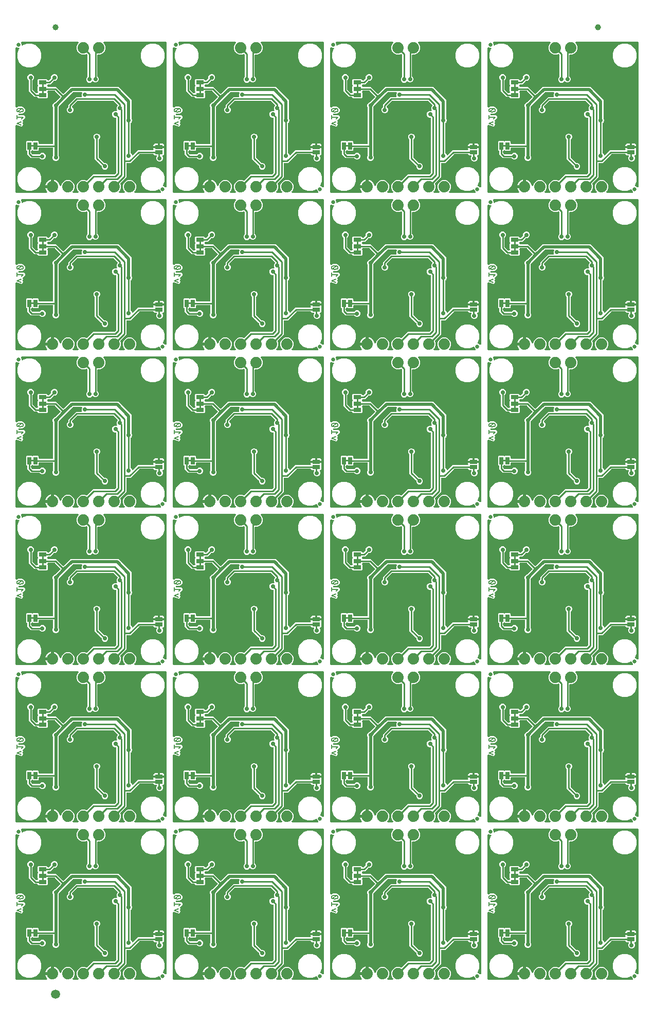
<source format=gbl>
G04 EAGLE Gerber RS-274X export*
G75*
%MOMM*%
%FSLAX34Y34*%
%LPD*%
%INBottom Copper*%
%IPPOS*%
%AMOC8*
5,1,8,0,0,1.08239X$1,22.5*%
G01*
%ADD10C,0.203200*%
%ADD11R,1.270000X0.660400*%
%ADD12C,1.879600*%
%ADD13C,0.635000*%
%ADD14R,1.270000X0.635000*%
%ADD15R,0.660400X1.270000*%
%ADD16C,1.000000*%
%ADD17C,1.500000*%
%ADD18C,0.736600*%
%ADD19C,0.508000*%
%ADD20C,0.254000*%

G36*
X53596Y520972D02*
X53596Y520972D01*
X53734Y520985D01*
X53753Y520992D01*
X53773Y520995D01*
X53902Y521046D01*
X54033Y521093D01*
X54050Y521104D01*
X54068Y521112D01*
X54181Y521193D01*
X54296Y521272D01*
X54310Y521287D01*
X54326Y521298D01*
X54415Y521406D01*
X54507Y521510D01*
X54516Y521528D01*
X54529Y521543D01*
X54588Y521669D01*
X54651Y521794D01*
X54656Y521813D01*
X54664Y521831D01*
X54690Y521968D01*
X54721Y522104D01*
X54720Y522124D01*
X54724Y522143D01*
X54715Y522282D01*
X54711Y522422D01*
X54705Y522441D01*
X54704Y522461D01*
X54661Y522593D01*
X54622Y522727D01*
X54612Y522744D01*
X54606Y522763D01*
X54531Y522881D01*
X54461Y523001D01*
X54442Y523022D01*
X54436Y523032D01*
X54421Y523046D01*
X54416Y523052D01*
X53289Y524603D01*
X52436Y526277D01*
X51855Y528064D01*
X51815Y528321D01*
X62230Y528321D01*
X62348Y528336D01*
X62467Y528343D01*
X62505Y528356D01*
X62545Y528361D01*
X62656Y528404D01*
X62769Y528441D01*
X62803Y528463D01*
X62841Y528478D01*
X62937Y528548D01*
X63038Y528611D01*
X63066Y528641D01*
X63098Y528664D01*
X63174Y528756D01*
X63256Y528843D01*
X63275Y528878D01*
X63301Y528909D01*
X63352Y529017D01*
X63409Y529121D01*
X63420Y529161D01*
X63437Y529197D01*
X63459Y529314D01*
X63489Y529429D01*
X63493Y529490D01*
X63497Y529510D01*
X63495Y529530D01*
X63499Y529590D01*
X63499Y530861D01*
X64770Y530861D01*
X64888Y530876D01*
X65007Y530883D01*
X65045Y530896D01*
X65085Y530901D01*
X65196Y530945D01*
X65309Y530981D01*
X65344Y531003D01*
X65381Y531018D01*
X65477Y531088D01*
X65578Y531151D01*
X65606Y531181D01*
X65639Y531205D01*
X65714Y531296D01*
X65796Y531383D01*
X65816Y531418D01*
X65841Y531450D01*
X65892Y531557D01*
X65950Y531662D01*
X65960Y531701D01*
X65977Y531737D01*
X65999Y531854D01*
X66029Y531969D01*
X66033Y532030D01*
X66037Y532050D01*
X66035Y532070D01*
X66039Y532130D01*
X66039Y542545D01*
X66296Y542505D01*
X68083Y541924D01*
X69757Y541071D01*
X71278Y539966D01*
X72606Y538638D01*
X73711Y537117D01*
X74564Y535443D01*
X75145Y533656D01*
X75220Y533183D01*
X75255Y533060D01*
X75286Y532934D01*
X75300Y532907D01*
X75308Y532878D01*
X75374Y532767D01*
X75434Y532653D01*
X75455Y532630D01*
X75470Y532604D01*
X75561Y532513D01*
X75648Y532417D01*
X75674Y532401D01*
X75695Y532379D01*
X75806Y532314D01*
X75914Y532242D01*
X75943Y532233D01*
X75969Y532217D01*
X76093Y532181D01*
X76215Y532139D01*
X76245Y532137D01*
X76274Y532128D01*
X76403Y532124D01*
X76532Y532114D01*
X76562Y532119D01*
X76592Y532118D01*
X76718Y532146D01*
X76845Y532168D01*
X76873Y532181D01*
X76902Y532187D01*
X77018Y532246D01*
X77135Y532299D01*
X77159Y532318D01*
X77186Y532332D01*
X77283Y532417D01*
X77384Y532498D01*
X77402Y532522D01*
X77424Y532542D01*
X77497Y532649D01*
X77575Y532752D01*
X77594Y532790D01*
X77603Y532804D01*
X77611Y532825D01*
X77646Y532896D01*
X79425Y537191D01*
X82569Y540335D01*
X86677Y542037D01*
X91123Y542037D01*
X95231Y540335D01*
X98375Y537191D01*
X100077Y533083D01*
X100077Y528637D01*
X98375Y524529D01*
X96968Y523121D01*
X96882Y523012D01*
X96794Y522905D01*
X96785Y522886D01*
X96773Y522870D01*
X96717Y522742D01*
X96658Y522617D01*
X96655Y522597D01*
X96646Y522578D01*
X96625Y522440D01*
X96599Y522304D01*
X96600Y522284D01*
X96597Y522264D01*
X96610Y522125D01*
X96618Y521987D01*
X96625Y521968D01*
X96626Y521948D01*
X96674Y521816D01*
X96716Y521685D01*
X96727Y521667D01*
X96734Y521648D01*
X96812Y521533D01*
X96886Y521416D01*
X96901Y521402D01*
X96913Y521385D01*
X97017Y521293D01*
X97118Y521198D01*
X97136Y521188D01*
X97151Y521175D01*
X97275Y521111D01*
X97397Y521044D01*
X97416Y521039D01*
X97434Y521030D01*
X97570Y521000D01*
X97705Y520965D01*
X97733Y520963D01*
X97745Y520960D01*
X97765Y520961D01*
X97865Y520955D01*
X105335Y520955D01*
X105473Y520972D01*
X105611Y520985D01*
X105630Y520992D01*
X105650Y520995D01*
X105780Y521046D01*
X105910Y521093D01*
X105927Y521104D01*
X105946Y521112D01*
X106058Y521193D01*
X106174Y521271D01*
X106187Y521287D01*
X106203Y521298D01*
X106292Y521406D01*
X106384Y521510D01*
X106393Y521528D01*
X106406Y521543D01*
X106465Y521669D01*
X106529Y521793D01*
X106533Y521813D01*
X106542Y521831D01*
X106568Y521968D01*
X106598Y522103D01*
X106598Y522124D01*
X106601Y522143D01*
X106593Y522282D01*
X106589Y522421D01*
X106583Y522441D01*
X106582Y522461D01*
X106539Y522593D01*
X106500Y522727D01*
X106490Y522744D01*
X106484Y522763D01*
X106409Y522881D01*
X106339Y523001D01*
X106320Y523022D01*
X106314Y523032D01*
X106299Y523046D01*
X106232Y523121D01*
X104825Y524529D01*
X103123Y528637D01*
X103123Y533083D01*
X104825Y537191D01*
X107969Y540335D01*
X112077Y542037D01*
X116523Y542037D01*
X119022Y541002D01*
X119051Y540994D01*
X119077Y540980D01*
X119204Y540952D01*
X119329Y540918D01*
X119358Y540917D01*
X119387Y540911D01*
X119517Y540915D01*
X119647Y540913D01*
X119675Y540920D01*
X119705Y540920D01*
X119830Y540957D01*
X119956Y540987D01*
X119982Y541001D01*
X120010Y541009D01*
X120122Y541075D01*
X120237Y541136D01*
X120259Y541155D01*
X120284Y541170D01*
X120405Y541277D01*
X127898Y548769D01*
X130055Y550927D01*
X164835Y550927D01*
X164934Y550939D01*
X165033Y550942D01*
X165091Y550959D01*
X165151Y550967D01*
X165243Y551003D01*
X165338Y551031D01*
X165390Y551061D01*
X165447Y551084D01*
X165527Y551142D01*
X165612Y551192D01*
X165687Y551258D01*
X165704Y551270D01*
X165712Y551280D01*
X165733Y551298D01*
X168538Y554103D01*
X168598Y554181D01*
X168666Y554253D01*
X168695Y554306D01*
X168732Y554354D01*
X168772Y554445D01*
X168820Y554532D01*
X168835Y554591D01*
X168859Y554646D01*
X168874Y554744D01*
X168899Y554840D01*
X168905Y554940D01*
X168909Y554960D01*
X168907Y554973D01*
X168909Y555001D01*
X168909Y643429D01*
X168894Y643547D01*
X168887Y643666D01*
X168874Y643704D01*
X168869Y643745D01*
X168826Y643855D01*
X168789Y643968D01*
X168767Y644003D01*
X168752Y644040D01*
X168683Y644136D01*
X168619Y644237D01*
X168589Y644265D01*
X168566Y644298D01*
X168474Y644374D01*
X168387Y644455D01*
X168352Y644475D01*
X168321Y644500D01*
X168213Y644551D01*
X168109Y644609D01*
X168069Y644619D01*
X168033Y644636D01*
X167916Y644658D01*
X167801Y644688D01*
X167741Y644692D01*
X167721Y644696D01*
X167700Y644694D01*
X167640Y644698D01*
X166300Y644698D01*
X164292Y645530D01*
X162756Y647066D01*
X161924Y649074D01*
X161924Y651246D01*
X162756Y653254D01*
X164292Y654790D01*
X166300Y655622D01*
X168561Y655622D01*
X168610Y655628D01*
X168660Y655626D01*
X168767Y655648D01*
X168876Y655662D01*
X168922Y655680D01*
X168971Y655690D01*
X169070Y655738D01*
X169172Y655779D01*
X169212Y655808D01*
X169257Y655830D01*
X169340Y655901D01*
X169429Y655965D01*
X169461Y656004D01*
X169499Y656036D01*
X169562Y656126D01*
X169632Y656210D01*
X169653Y656255D01*
X169682Y656296D01*
X169721Y656399D01*
X169768Y656498D01*
X169777Y656547D01*
X169795Y656593D01*
X169807Y656703D01*
X169827Y656810D01*
X169824Y656860D01*
X169830Y656909D01*
X169814Y657018D01*
X169808Y657128D01*
X169792Y657175D01*
X169785Y657224D01*
X169733Y657377D01*
X169036Y659060D01*
X169036Y661232D01*
X169868Y663240D01*
X170504Y663876D01*
X170577Y663970D01*
X170655Y664059D01*
X170674Y664095D01*
X170699Y664127D01*
X170746Y664236D01*
X170800Y664342D01*
X170809Y664382D01*
X170825Y664419D01*
X170844Y664537D01*
X170870Y664653D01*
X170868Y664693D01*
X170875Y664733D01*
X170864Y664852D01*
X170860Y664970D01*
X170849Y665009D01*
X170845Y665050D01*
X170805Y665162D01*
X170772Y665276D01*
X170751Y665311D01*
X170737Y665349D01*
X170671Y665447D01*
X170610Y665550D01*
X170570Y665595D01*
X170559Y665612D01*
X170544Y665625D01*
X170504Y665671D01*
X164209Y671966D01*
X164131Y672026D01*
X164059Y672094D01*
X164006Y672123D01*
X163958Y672160D01*
X163867Y672200D01*
X163780Y672248D01*
X163721Y672263D01*
X163666Y672287D01*
X163568Y672302D01*
X163472Y672327D01*
X163372Y672333D01*
X163352Y672337D01*
X163339Y672335D01*
X163311Y672337D01*
X105421Y672337D01*
X105322Y672325D01*
X105223Y672322D01*
X105165Y672305D01*
X105105Y672297D01*
X105013Y672261D01*
X104918Y672233D01*
X104866Y672203D01*
X104809Y672180D01*
X104729Y672122D01*
X104644Y672072D01*
X104569Y672006D01*
X104552Y671994D01*
X104544Y671984D01*
X104523Y671966D01*
X96130Y663573D01*
X96070Y663495D01*
X96002Y663423D01*
X95973Y663370D01*
X95936Y663322D01*
X95896Y663231D01*
X95848Y663144D01*
X95833Y663085D01*
X95809Y663030D01*
X95794Y662932D01*
X95769Y662836D01*
X95763Y662736D01*
X95759Y662716D01*
X95761Y662703D01*
X95759Y662675D01*
X95759Y662553D01*
X95771Y662455D01*
X95774Y662356D01*
X95791Y662298D01*
X95799Y662238D01*
X95835Y662145D01*
X95863Y662050D01*
X95893Y661998D01*
X95916Y661942D01*
X95974Y661862D01*
X96024Y661776D01*
X96090Y661701D01*
X96102Y661685D01*
X96112Y661677D01*
X96130Y661656D01*
X97340Y660446D01*
X98172Y658438D01*
X98172Y656266D01*
X97340Y654258D01*
X95804Y652722D01*
X93796Y651890D01*
X91624Y651890D01*
X89616Y652722D01*
X88080Y654258D01*
X87248Y656266D01*
X87248Y658438D01*
X88080Y660446D01*
X89290Y661656D01*
X89350Y661734D01*
X89418Y661806D01*
X89447Y661859D01*
X89484Y661907D01*
X89524Y661998D01*
X89572Y662084D01*
X89587Y662143D01*
X89611Y662199D01*
X89626Y662297D01*
X89651Y662392D01*
X89657Y662492D01*
X89661Y662513D01*
X89659Y662525D01*
X89661Y662553D01*
X89661Y665727D01*
X102369Y678435D01*
X110861Y678435D01*
X110910Y678441D01*
X110959Y678439D01*
X111067Y678461D01*
X111176Y678475D01*
X111222Y678493D01*
X111271Y678503D01*
X111370Y678551D01*
X111472Y678592D01*
X111512Y678621D01*
X111557Y678643D01*
X111640Y678714D01*
X111729Y678778D01*
X111761Y678817D01*
X111799Y678849D01*
X111862Y678939D01*
X111932Y679023D01*
X111953Y679068D01*
X111982Y679109D01*
X112021Y679212D01*
X112067Y679311D01*
X112077Y679360D01*
X112094Y679406D01*
X112107Y679516D01*
X112127Y679623D01*
X112124Y679673D01*
X112130Y679722D01*
X112114Y679831D01*
X112107Y679941D01*
X112092Y679988D01*
X112085Y680037D01*
X112033Y680190D01*
X111632Y681158D01*
X111632Y683330D01*
X112244Y684806D01*
X112257Y684854D01*
X112278Y684899D01*
X112299Y685007D01*
X112328Y685113D01*
X112328Y685163D01*
X112338Y685212D01*
X112331Y685321D01*
X112333Y685431D01*
X112321Y685479D01*
X112318Y685529D01*
X112284Y685633D01*
X112258Y685740D01*
X112235Y685784D01*
X112220Y685831D01*
X112161Y685924D01*
X112110Y686021D01*
X112076Y686058D01*
X112050Y686100D01*
X111970Y686175D01*
X111896Y686257D01*
X111854Y686284D01*
X111818Y686318D01*
X111722Y686371D01*
X111630Y686431D01*
X111583Y686448D01*
X111540Y686472D01*
X111433Y686499D01*
X111329Y686535D01*
X111280Y686539D01*
X111232Y686551D01*
X111071Y686561D01*
X97819Y686561D01*
X97720Y686549D01*
X97621Y686546D01*
X97563Y686529D01*
X97503Y686521D01*
X97411Y686485D01*
X97316Y686457D01*
X97264Y686427D01*
X97207Y686404D01*
X97127Y686346D01*
X97042Y686296D01*
X96967Y686230D01*
X96950Y686218D01*
X96942Y686208D01*
X96921Y686190D01*
X87240Y676509D01*
X74921Y664190D01*
X74861Y664112D01*
X74793Y664040D01*
X74764Y663986D01*
X74727Y663939D01*
X74687Y663848D01*
X74639Y663761D01*
X74624Y663702D01*
X74600Y663647D01*
X74585Y663549D01*
X74560Y663453D01*
X74556Y663393D01*
X73705Y661339D01*
X73650Y661280D01*
X73621Y661227D01*
X73584Y661179D01*
X73544Y661088D01*
X73496Y661002D01*
X73481Y660943D01*
X73457Y660887D01*
X73442Y660789D01*
X73417Y660694D01*
X73411Y660594D01*
X73407Y660573D01*
X73409Y660561D01*
X73407Y660533D01*
X73407Y582797D01*
X73419Y582699D01*
X73422Y582600D01*
X73439Y582542D01*
X73447Y582482D01*
X73483Y582389D01*
X73511Y582294D01*
X73541Y582242D01*
X73564Y582186D01*
X73622Y582106D01*
X73672Y582020D01*
X73712Y581975D01*
X74550Y579952D01*
X74550Y577780D01*
X73718Y575772D01*
X72182Y574236D01*
X70174Y573404D01*
X68002Y573404D01*
X65994Y574236D01*
X64458Y575772D01*
X63626Y577780D01*
X63626Y579952D01*
X64471Y581991D01*
X64526Y582050D01*
X64555Y582103D01*
X64592Y582151D01*
X64632Y582242D01*
X64680Y582328D01*
X64695Y582387D01*
X64719Y582443D01*
X64734Y582541D01*
X64759Y582636D01*
X64765Y582736D01*
X64769Y582757D01*
X64767Y582769D01*
X64769Y582797D01*
X64769Y593852D01*
X64754Y593970D01*
X64747Y594089D01*
X64734Y594127D01*
X64729Y594168D01*
X64686Y594278D01*
X64649Y594391D01*
X64627Y594426D01*
X64612Y594463D01*
X64543Y594559D01*
X64479Y594660D01*
X64449Y594688D01*
X64426Y594721D01*
X64334Y594797D01*
X64247Y594878D01*
X64212Y594898D01*
X64181Y594923D01*
X64073Y594974D01*
X63969Y595032D01*
X63929Y595042D01*
X63893Y595059D01*
X63776Y595081D01*
X63661Y595111D01*
X63601Y595115D01*
X63581Y595119D01*
X63560Y595117D01*
X63500Y595121D01*
X42037Y595121D01*
X41919Y595106D01*
X41800Y595099D01*
X41762Y595086D01*
X41721Y595081D01*
X41611Y595038D01*
X41498Y595001D01*
X41463Y594979D01*
X41426Y594964D01*
X41330Y594895D01*
X41229Y594831D01*
X41201Y594801D01*
X41168Y594778D01*
X41092Y594686D01*
X41011Y594599D01*
X40991Y594564D01*
X40966Y594533D01*
X40915Y594425D01*
X40857Y594321D01*
X40847Y594281D01*
X40830Y594245D01*
X40808Y594128D01*
X40778Y594013D01*
X40774Y593953D01*
X40770Y593933D01*
X40772Y593912D01*
X40768Y593852D01*
X40768Y591083D01*
X39726Y590041D01*
X31648Y590041D01*
X31377Y590312D01*
X31283Y590385D01*
X31194Y590464D01*
X31158Y590482D01*
X31126Y590507D01*
X31017Y590554D01*
X30911Y590608D01*
X30872Y590617D01*
X30834Y590633D01*
X30717Y590652D01*
X30601Y590678D01*
X30560Y590677D01*
X30520Y590683D01*
X30401Y590672D01*
X30283Y590668D01*
X30244Y590657D01*
X30204Y590653D01*
X30091Y590613D01*
X29977Y590580D01*
X29942Y590559D01*
X29904Y590546D01*
X29806Y590479D01*
X29703Y590418D01*
X29658Y590379D01*
X29641Y590367D01*
X29628Y590352D01*
X29582Y590312D01*
X29270Y589999D01*
X29165Y589958D01*
X29052Y589921D01*
X29017Y589899D01*
X28980Y589884D01*
X28884Y589815D01*
X28783Y589751D01*
X28755Y589721D01*
X28722Y589698D01*
X28646Y589606D01*
X28565Y589519D01*
X28545Y589484D01*
X28520Y589453D01*
X28469Y589345D01*
X28411Y589241D01*
X28401Y589201D01*
X28384Y589165D01*
X28362Y589048D01*
X28332Y588933D01*
X28328Y588873D01*
X28324Y588853D01*
X28326Y588832D01*
X28322Y588772D01*
X28322Y587132D01*
X28334Y587033D01*
X28337Y586934D01*
X28354Y586876D01*
X28362Y586816D01*
X28398Y586724D01*
X28426Y586629D01*
X28456Y586577D01*
X28479Y586520D01*
X28537Y586440D01*
X28587Y586355D01*
X28653Y586280D01*
X28665Y586263D01*
X28675Y586255D01*
X28693Y586234D01*
X30355Y584572D01*
X30433Y584512D01*
X30505Y584444D01*
X30558Y584415D01*
X30606Y584378D01*
X30697Y584338D01*
X30784Y584290D01*
X30843Y584275D01*
X30898Y584251D01*
X30996Y584236D01*
X31092Y584211D01*
X31192Y584205D01*
X31212Y584201D01*
X31225Y584203D01*
X31253Y584201D01*
X41789Y584201D01*
X41887Y584213D01*
X41986Y584216D01*
X42044Y584233D01*
X42104Y584241D01*
X42197Y584277D01*
X42292Y584305D01*
X42344Y584335D01*
X42400Y584358D01*
X42480Y584416D01*
X42566Y584466D01*
X42641Y584532D01*
X42657Y584544D01*
X42665Y584554D01*
X42686Y584572D01*
X43896Y585782D01*
X45904Y586614D01*
X48076Y586614D01*
X50084Y585782D01*
X51620Y584246D01*
X52452Y582238D01*
X52452Y580066D01*
X51620Y578058D01*
X50084Y576522D01*
X48076Y575690D01*
X45904Y575690D01*
X43896Y576522D01*
X42686Y577732D01*
X42608Y577792D01*
X42536Y577860D01*
X42483Y577889D01*
X42435Y577926D01*
X42344Y577966D01*
X42258Y578014D01*
X42199Y578029D01*
X42143Y578053D01*
X42045Y578068D01*
X41950Y578093D01*
X41850Y578099D01*
X41829Y578103D01*
X41817Y578101D01*
X41789Y578103D01*
X28201Y578103D01*
X22224Y584080D01*
X22224Y588772D01*
X22209Y588890D01*
X22202Y589009D01*
X22189Y589047D01*
X22184Y589088D01*
X22141Y589198D01*
X22104Y589311D01*
X22082Y589346D01*
X22067Y589383D01*
X21998Y589479D01*
X21934Y589580D01*
X21904Y589608D01*
X21881Y589641D01*
X21789Y589717D01*
X21702Y589798D01*
X21667Y589818D01*
X21636Y589843D01*
X21528Y589894D01*
X21424Y589952D01*
X21384Y589962D01*
X21348Y589979D01*
X21284Y589991D01*
X20192Y591083D01*
X20192Y605257D01*
X21234Y606299D01*
X29312Y606299D01*
X29582Y606028D01*
X29677Y605955D01*
X29766Y605876D01*
X29802Y605858D01*
X29834Y605833D01*
X29943Y605786D01*
X30049Y605732D01*
X30088Y605723D01*
X30126Y605707D01*
X30243Y605688D01*
X30359Y605662D01*
X30400Y605663D01*
X30440Y605657D01*
X30558Y605668D01*
X30677Y605672D01*
X30716Y605683D01*
X30756Y605687D01*
X30868Y605727D01*
X30983Y605760D01*
X31018Y605781D01*
X31056Y605794D01*
X31154Y605861D01*
X31257Y605922D01*
X31302Y605961D01*
X31319Y605973D01*
X31332Y605988D01*
X31377Y606028D01*
X31648Y606299D01*
X39726Y606299D01*
X40768Y605257D01*
X40768Y602488D01*
X40783Y602370D01*
X40790Y602251D01*
X40803Y602213D01*
X40808Y602172D01*
X40851Y602062D01*
X40888Y601949D01*
X40910Y601914D01*
X40925Y601877D01*
X40994Y601781D01*
X41058Y601680D01*
X41088Y601652D01*
X41111Y601619D01*
X41203Y601543D01*
X41290Y601462D01*
X41325Y601442D01*
X41356Y601417D01*
X41464Y601366D01*
X41568Y601308D01*
X41608Y601298D01*
X41644Y601281D01*
X41761Y601259D01*
X41876Y601229D01*
X41936Y601225D01*
X41956Y601221D01*
X41977Y601223D01*
X42037Y601219D01*
X63500Y601219D01*
X63618Y601234D01*
X63737Y601241D01*
X63775Y601254D01*
X63816Y601259D01*
X63926Y601302D01*
X64039Y601339D01*
X64074Y601361D01*
X64111Y601376D01*
X64207Y601445D01*
X64308Y601509D01*
X64336Y601539D01*
X64369Y601562D01*
X64445Y601654D01*
X64526Y601741D01*
X64546Y601776D01*
X64571Y601807D01*
X64622Y601915D01*
X64680Y602019D01*
X64690Y602059D01*
X64707Y602095D01*
X64729Y602212D01*
X64759Y602327D01*
X64763Y602387D01*
X64767Y602407D01*
X64765Y602428D01*
X64769Y602488D01*
X64769Y660533D01*
X64757Y660631D01*
X64754Y660730D01*
X64737Y660788D01*
X64729Y660848D01*
X64693Y660941D01*
X64665Y661036D01*
X64635Y661088D01*
X64612Y661144D01*
X64554Y661224D01*
X64504Y661310D01*
X64464Y661355D01*
X63626Y663378D01*
X63626Y665550D01*
X64458Y667558D01*
X65994Y669094D01*
X68033Y669939D01*
X68114Y669941D01*
X68172Y669958D01*
X68232Y669966D01*
X68324Y670002D01*
X68419Y670030D01*
X68471Y670060D01*
X68528Y670083D01*
X68608Y670141D01*
X68693Y670191D01*
X68768Y670257D01*
X68785Y670269D01*
X68793Y670279D01*
X68814Y670297D01*
X76443Y677927D01*
X76516Y678021D01*
X76595Y678110D01*
X76613Y678146D01*
X76638Y678178D01*
X76685Y678287D01*
X76739Y678393D01*
X76748Y678432D01*
X76764Y678470D01*
X76783Y678587D01*
X76809Y678703D01*
X76808Y678744D01*
X76814Y678784D01*
X76803Y678902D01*
X76799Y679021D01*
X76788Y679060D01*
X76784Y679100D01*
X76744Y679213D01*
X76711Y679327D01*
X76690Y679362D01*
X76677Y679400D01*
X76610Y679498D01*
X76549Y679601D01*
X76509Y679646D01*
X76498Y679663D01*
X76483Y679676D01*
X76443Y679722D01*
X67435Y688730D01*
X67357Y688790D01*
X67285Y688858D01*
X67232Y688887D01*
X67184Y688924D01*
X67093Y688964D01*
X67006Y689012D01*
X66947Y689027D01*
X66892Y689051D01*
X66794Y689066D01*
X66698Y689091D01*
X66598Y689097D01*
X66578Y689101D01*
X66565Y689099D01*
X66537Y689101D01*
X56896Y689101D01*
X56778Y689086D01*
X56659Y689079D01*
X56621Y689066D01*
X56580Y689061D01*
X56470Y689018D01*
X56357Y688981D01*
X56322Y688959D01*
X56285Y688944D01*
X56189Y688875D01*
X56088Y688811D01*
X56060Y688781D01*
X56027Y688758D01*
X55951Y688666D01*
X55870Y688579D01*
X55850Y688544D01*
X55825Y688513D01*
X55774Y688405D01*
X55716Y688301D01*
X55706Y688261D01*
X55689Y688225D01*
X55677Y688161D01*
X55356Y687841D01*
X55283Y687746D01*
X55204Y687657D01*
X55186Y687621D01*
X55161Y687589D01*
X55114Y687480D01*
X55060Y687374D01*
X55051Y687335D01*
X55035Y687297D01*
X55016Y687180D01*
X54990Y687064D01*
X54991Y687023D01*
X54985Y686983D01*
X54996Y686865D01*
X55000Y686746D01*
X55011Y686707D01*
X55015Y686667D01*
X55055Y686555D01*
X55088Y686440D01*
X55109Y686405D01*
X55122Y686367D01*
X55189Y686269D01*
X55250Y686166D01*
X55289Y686121D01*
X55301Y686104D01*
X55316Y686091D01*
X55356Y686046D01*
X55627Y685775D01*
X55627Y677697D01*
X54585Y676655D01*
X40411Y676655D01*
X39327Y677739D01*
X39286Y677844D01*
X39249Y677957D01*
X39227Y677992D01*
X39212Y678029D01*
X39143Y678125D01*
X39079Y678226D01*
X39049Y678254D01*
X39026Y678287D01*
X38934Y678363D01*
X38847Y678444D01*
X38812Y678464D01*
X38781Y678489D01*
X38673Y678540D01*
X38569Y678598D01*
X38529Y678608D01*
X38493Y678625D01*
X38376Y678647D01*
X38261Y678677D01*
X38201Y678681D01*
X38181Y678685D01*
X38160Y678683D01*
X38100Y678687D01*
X34043Y678687D01*
X31886Y680845D01*
X26795Y685936D01*
X24637Y688093D01*
X24637Y705491D01*
X24625Y705589D01*
X24622Y705688D01*
X24605Y705746D01*
X24597Y705806D01*
X24561Y705899D01*
X24533Y705994D01*
X24503Y706046D01*
X24480Y706102D01*
X24422Y706182D01*
X24372Y706268D01*
X24306Y706343D01*
X24294Y706359D01*
X24284Y706367D01*
X24266Y706388D01*
X23056Y707598D01*
X22224Y709606D01*
X22224Y711778D01*
X23056Y713786D01*
X24592Y715322D01*
X26600Y716154D01*
X28772Y716154D01*
X30780Y715322D01*
X32316Y713786D01*
X33148Y711778D01*
X33148Y709606D01*
X32316Y707598D01*
X31106Y706388D01*
X31046Y706310D01*
X30978Y706238D01*
X30949Y706185D01*
X30912Y706137D01*
X30872Y706046D01*
X30824Y705960D01*
X30809Y705901D01*
X30785Y705845D01*
X30770Y705747D01*
X30745Y705652D01*
X30739Y705552D01*
X30735Y705531D01*
X30737Y705519D01*
X30735Y705491D01*
X30735Y691145D01*
X30747Y691046D01*
X30750Y690947D01*
X30767Y690889D01*
X30775Y690829D01*
X30811Y690737D01*
X30839Y690642D01*
X30869Y690590D01*
X30892Y690533D01*
X30950Y690453D01*
X31000Y690368D01*
X31066Y690292D01*
X31078Y690276D01*
X31088Y690268D01*
X31106Y690247D01*
X36197Y685156D01*
X36275Y685096D01*
X36347Y685028D01*
X36400Y684999D01*
X36448Y684962D01*
X36539Y684922D01*
X36626Y684874D01*
X36684Y684859D01*
X36740Y684835D01*
X36838Y684820D01*
X36934Y684795D01*
X37034Y684789D01*
X37054Y684785D01*
X37067Y684787D01*
X37095Y684785D01*
X38100Y684785D01*
X38218Y684800D01*
X38337Y684807D01*
X38375Y684820D01*
X38416Y684825D01*
X38526Y684868D01*
X38639Y684905D01*
X38674Y684927D01*
X38711Y684942D01*
X38807Y685011D01*
X38908Y685075D01*
X38936Y685105D01*
X38969Y685128D01*
X39045Y685220D01*
X39126Y685307D01*
X39146Y685342D01*
X39171Y685373D01*
X39222Y685481D01*
X39280Y685585D01*
X39290Y685625D01*
X39307Y685661D01*
X39319Y685725D01*
X39640Y686046D01*
X39713Y686140D01*
X39792Y686229D01*
X39810Y686265D01*
X39835Y686297D01*
X39882Y686406D01*
X39936Y686512D01*
X39945Y686551D01*
X39961Y686589D01*
X39980Y686706D01*
X40006Y686822D01*
X40005Y686863D01*
X40011Y686903D01*
X40000Y687022D01*
X39996Y687140D01*
X39985Y687179D01*
X39981Y687219D01*
X39941Y687332D01*
X39908Y687446D01*
X39887Y687481D01*
X39874Y687519D01*
X39807Y687617D01*
X39746Y687720D01*
X39707Y687765D01*
X39695Y687782D01*
X39680Y687795D01*
X39640Y687841D01*
X39369Y688111D01*
X39369Y696189D01*
X39640Y696460D01*
X39713Y696554D01*
X39792Y696643D01*
X39810Y696679D01*
X39835Y696711D01*
X39882Y696820D01*
X39936Y696926D01*
X39945Y696965D01*
X39961Y697003D01*
X39980Y697120D01*
X40006Y697236D01*
X40005Y697277D01*
X40011Y697317D01*
X40000Y697436D01*
X39996Y697554D01*
X39985Y697593D01*
X39981Y697633D01*
X39941Y697746D01*
X39908Y697860D01*
X39887Y697895D01*
X39874Y697933D01*
X39807Y698031D01*
X39746Y698134D01*
X39707Y698179D01*
X39695Y698196D01*
X39680Y698209D01*
X39640Y698255D01*
X39369Y698525D01*
X39369Y706603D01*
X40411Y707645D01*
X54585Y707645D01*
X55676Y706554D01*
X55718Y706448D01*
X55765Y706317D01*
X55776Y706300D01*
X55784Y706281D01*
X55865Y706169D01*
X55943Y706054D01*
X55959Y706040D01*
X55970Y706024D01*
X56078Y705935D01*
X56182Y705843D01*
X56200Y705834D01*
X56215Y705821D01*
X56341Y705762D01*
X56465Y705699D01*
X56485Y705694D01*
X56503Y705686D01*
X56639Y705660D01*
X56775Y705629D01*
X56796Y705630D01*
X56815Y705626D01*
X56954Y705634D01*
X57093Y705639D01*
X57113Y705644D01*
X57133Y705646D01*
X57265Y705688D01*
X57399Y705727D01*
X57416Y705737D01*
X57435Y705744D01*
X57553Y705818D01*
X57673Y705889D01*
X57694Y705907D01*
X57704Y705914D01*
X57718Y705929D01*
X57793Y705995D01*
X60969Y709170D01*
X61029Y709248D01*
X61097Y709320D01*
X61126Y709372D01*
X61142Y709392D01*
X61145Y709397D01*
X61163Y709421D01*
X61203Y709512D01*
X61251Y709599D01*
X61264Y709650D01*
X61278Y709680D01*
X61280Y709690D01*
X61290Y709713D01*
X61305Y709811D01*
X61330Y709907D01*
X61334Y709975D01*
X61338Y709992D01*
X61337Y710009D01*
X61340Y710027D01*
X61338Y710040D01*
X61340Y710068D01*
X61340Y711778D01*
X62172Y713786D01*
X63708Y715322D01*
X65716Y716154D01*
X67888Y716154D01*
X69896Y715322D01*
X71432Y713786D01*
X72264Y711778D01*
X72264Y709606D01*
X71432Y707598D01*
X69896Y706062D01*
X67888Y705230D01*
X66178Y705230D01*
X66079Y705218D01*
X65980Y705215D01*
X65922Y705198D01*
X65862Y705190D01*
X65770Y705154D01*
X65675Y705126D01*
X65623Y705096D01*
X65566Y705073D01*
X65486Y705015D01*
X65401Y704965D01*
X65326Y704899D01*
X65309Y704887D01*
X65301Y704877D01*
X65280Y704859D01*
X59937Y699515D01*
X56896Y699515D01*
X56778Y699500D01*
X56659Y699493D01*
X56621Y699480D01*
X56580Y699475D01*
X56470Y699432D01*
X56357Y699395D01*
X56322Y699373D01*
X56285Y699358D01*
X56189Y699289D01*
X56088Y699225D01*
X56060Y699195D01*
X56027Y699172D01*
X55951Y699080D01*
X55870Y698993D01*
X55850Y698958D01*
X55825Y698927D01*
X55774Y698819D01*
X55716Y698715D01*
X55706Y698675D01*
X55689Y698639D01*
X55677Y698575D01*
X55356Y698255D01*
X55283Y698160D01*
X55204Y698071D01*
X55186Y698035D01*
X55161Y698003D01*
X55114Y697894D01*
X55060Y697788D01*
X55051Y697749D01*
X55035Y697711D01*
X55016Y697594D01*
X54990Y697478D01*
X54991Y697437D01*
X54985Y697397D01*
X54996Y697279D01*
X55000Y697160D01*
X55011Y697121D01*
X55015Y697081D01*
X55055Y696969D01*
X55088Y696854D01*
X55109Y696819D01*
X55122Y696781D01*
X55189Y696683D01*
X55250Y696580D01*
X55289Y696535D01*
X55301Y696518D01*
X55316Y696505D01*
X55356Y696460D01*
X55669Y696147D01*
X55710Y696042D01*
X55747Y695929D01*
X55769Y695894D01*
X55784Y695857D01*
X55853Y695761D01*
X55917Y695660D01*
X55947Y695632D01*
X55970Y695599D01*
X56062Y695523D01*
X56149Y695442D01*
X56184Y695422D01*
X56215Y695397D01*
X56323Y695346D01*
X56427Y695288D01*
X56467Y695278D01*
X56503Y695261D01*
X56620Y695239D01*
X56735Y695209D01*
X56795Y695205D01*
X56815Y695201D01*
X56836Y695203D01*
X56896Y695199D01*
X69589Y695199D01*
X80754Y684033D01*
X80849Y683960D01*
X80938Y683881D01*
X80974Y683863D01*
X81006Y683838D01*
X81115Y683791D01*
X81221Y683737D01*
X81260Y683728D01*
X81298Y683712D01*
X81415Y683693D01*
X81531Y683667D01*
X81572Y683668D01*
X81612Y683662D01*
X81730Y683673D01*
X81849Y683677D01*
X81888Y683688D01*
X81928Y683692D01*
X82041Y683732D01*
X82155Y683765D01*
X82189Y683786D01*
X82228Y683799D01*
X82326Y683866D01*
X82429Y683927D01*
X82474Y683967D01*
X82491Y683978D01*
X82504Y683993D01*
X82549Y684033D01*
X90814Y692297D01*
X93715Y695199D01*
X171969Y695199D01*
X193549Y673619D01*
X193549Y644011D01*
X193561Y643913D01*
X193564Y643814D01*
X193581Y643756D01*
X193589Y643696D01*
X193625Y643603D01*
X193653Y643508D01*
X193683Y643456D01*
X193706Y643400D01*
X193764Y643320D01*
X193814Y643234D01*
X193854Y643189D01*
X194692Y641166D01*
X194692Y638994D01*
X193860Y636986D01*
X192650Y635776D01*
X192590Y635698D01*
X192522Y635626D01*
X192493Y635573D01*
X192456Y635525D01*
X192416Y635434D01*
X192368Y635348D01*
X192353Y635289D01*
X192329Y635233D01*
X192314Y635135D01*
X192289Y635040D01*
X192283Y634940D01*
X192279Y634919D01*
X192281Y634907D01*
X192279Y634879D01*
X192279Y586861D01*
X192291Y586763D01*
X192294Y586664D01*
X192311Y586606D01*
X192319Y586546D01*
X192355Y586453D01*
X192383Y586358D01*
X192413Y586306D01*
X192436Y586250D01*
X192494Y586170D01*
X192544Y586084D01*
X192610Y586009D01*
X192622Y585993D01*
X192632Y585985D01*
X192650Y585964D01*
X193860Y584754D01*
X194396Y583460D01*
X194421Y583417D01*
X194438Y583370D01*
X194499Y583279D01*
X194554Y583183D01*
X194588Y583148D01*
X194616Y583107D01*
X194699Y583034D01*
X194775Y582955D01*
X194817Y582929D01*
X194855Y582896D01*
X194953Y582846D01*
X195046Y582789D01*
X195094Y582774D01*
X195138Y582752D01*
X195245Y582728D01*
X195350Y582695D01*
X195400Y582693D01*
X195448Y582682D01*
X195558Y582685D01*
X195668Y582680D01*
X195716Y582690D01*
X195766Y582692D01*
X195872Y582722D01*
X195979Y582744D01*
X196024Y582766D01*
X196072Y582780D01*
X196166Y582836D01*
X196265Y582884D01*
X196303Y582916D01*
X196346Y582942D01*
X196466Y583048D01*
X204223Y590805D01*
X228636Y590805D01*
X228761Y590820D01*
X228886Y590830D01*
X228918Y590840D01*
X228951Y590845D01*
X229068Y590891D01*
X229188Y590931D01*
X229216Y590949D01*
X229247Y590962D01*
X229349Y591036D01*
X229454Y591104D01*
X229477Y591129D01*
X229504Y591148D01*
X229585Y591246D01*
X229670Y591338D01*
X229686Y591368D01*
X229707Y591393D01*
X229761Y591507D01*
X229820Y591618D01*
X229828Y591651D01*
X229843Y591681D01*
X229866Y591804D01*
X229897Y591927D01*
X229896Y591961D01*
X229902Y591993D01*
X229895Y592119D01*
X229893Y592245D01*
X229884Y592293D01*
X229883Y592311D01*
X229876Y592331D01*
X229869Y592365D01*
X229869Y594297D01*
X238442Y594297D01*
X238561Y594312D01*
X238679Y594320D01*
X238718Y594332D01*
X238758Y594337D01*
X238772Y594343D01*
X238802Y594337D01*
X238917Y594307D01*
X238977Y594304D01*
X238997Y594300D01*
X239018Y594301D01*
X239078Y594297D01*
X247651Y594297D01*
X247651Y592375D01*
X247478Y591728D01*
X247067Y591016D01*
X247066Y591015D01*
X247065Y591013D01*
X247060Y591004D01*
X247025Y590922D01*
X246978Y590837D01*
X246963Y590779D01*
X246939Y590723D01*
X246938Y590715D01*
X246936Y590711D01*
X246923Y590625D01*
X246899Y590530D01*
X246893Y590430D01*
X246889Y590409D01*
X246890Y590400D01*
X246890Y590396D01*
X246890Y590392D01*
X246889Y590369D01*
X246889Y583844D01*
X245847Y582802D01*
X245790Y582802D01*
X245741Y582796D01*
X245691Y582798D01*
X245584Y582776D01*
X245474Y582762D01*
X245428Y582744D01*
X245380Y582734D01*
X245281Y582686D01*
X245179Y582645D01*
X245139Y582616D01*
X245094Y582594D01*
X245010Y582523D01*
X244921Y582459D01*
X244890Y582420D01*
X244852Y582388D01*
X244789Y582298D01*
X244719Y582214D01*
X244697Y582169D01*
X244669Y582128D01*
X244630Y582025D01*
X244583Y581926D01*
X244574Y581877D01*
X244556Y581831D01*
X244544Y581721D01*
X244523Y581614D01*
X244526Y581564D01*
X244521Y581515D01*
X244536Y581406D01*
X244543Y581296D01*
X244558Y581249D01*
X244565Y581200D01*
X244617Y581047D01*
X245492Y578936D01*
X245492Y576764D01*
X244660Y574756D01*
X243124Y573220D01*
X241116Y572388D01*
X238944Y572388D01*
X236936Y573220D01*
X235400Y574756D01*
X234568Y576764D01*
X234568Y578936D01*
X235443Y581047D01*
X235456Y581095D01*
X235477Y581140D01*
X235498Y581248D01*
X235527Y581354D01*
X235527Y581404D01*
X235537Y581453D01*
X235530Y581562D01*
X235532Y581672D01*
X235520Y581720D01*
X235517Y581770D01*
X235483Y581874D01*
X235457Y581981D01*
X235434Y582025D01*
X235419Y582072D01*
X235360Y582165D01*
X235309Y582262D01*
X235275Y582299D01*
X235249Y582341D01*
X235169Y582416D01*
X235095Y582498D01*
X235053Y582525D01*
X235017Y582559D01*
X234921Y582612D01*
X234829Y582672D01*
X234782Y582689D01*
X234739Y582713D01*
X234632Y582740D01*
X234528Y582776D01*
X234479Y582780D01*
X234431Y582792D01*
X234270Y582802D01*
X231673Y582802D01*
X230517Y583958D01*
X230511Y583977D01*
X230489Y584012D01*
X230474Y584049D01*
X230405Y584145D01*
X230341Y584246D01*
X230311Y584274D01*
X230288Y584307D01*
X230196Y584383D01*
X230109Y584464D01*
X230074Y584484D01*
X230043Y584509D01*
X229935Y584560D01*
X229831Y584618D01*
X229791Y584628D01*
X229755Y584645D01*
X229638Y584667D01*
X229523Y584697D01*
X229463Y584701D01*
X229443Y584705D01*
X229422Y584703D01*
X229362Y584707D01*
X207275Y584707D01*
X207176Y584695D01*
X207077Y584692D01*
X207019Y584675D01*
X206959Y584667D01*
X206867Y584631D01*
X206772Y584603D01*
X206720Y584573D01*
X206663Y584550D01*
X206583Y584492D01*
X206498Y584442D01*
X206423Y584376D01*
X206406Y584364D01*
X206398Y584354D01*
X206377Y584336D01*
X192017Y569975D01*
X186436Y569975D01*
X186318Y569960D01*
X186199Y569953D01*
X186161Y569940D01*
X186120Y569935D01*
X186010Y569892D01*
X185897Y569855D01*
X185862Y569833D01*
X185825Y569818D01*
X185729Y569749D01*
X185628Y569685D01*
X185600Y569655D01*
X185567Y569632D01*
X185491Y569540D01*
X185410Y569453D01*
X185390Y569418D01*
X185365Y569387D01*
X185314Y569279D01*
X185256Y569175D01*
X185246Y569135D01*
X185229Y569099D01*
X185207Y568982D01*
X185177Y568867D01*
X185173Y568807D01*
X185169Y568787D01*
X185171Y568766D01*
X185167Y568706D01*
X185167Y546615D01*
X175517Y536965D01*
X175499Y536942D01*
X175476Y536923D01*
X175402Y536817D01*
X175322Y536714D01*
X175310Y536687D01*
X175293Y536663D01*
X175247Y536541D01*
X175196Y536422D01*
X175191Y536393D01*
X175180Y536365D01*
X175166Y536236D01*
X175146Y536108D01*
X175148Y536079D01*
X175145Y536049D01*
X175163Y535921D01*
X175175Y535791D01*
X175185Y535764D01*
X175190Y535734D01*
X175242Y535582D01*
X176277Y533083D01*
X176277Y528637D01*
X174575Y524529D01*
X173168Y523121D01*
X173082Y523012D01*
X172994Y522905D01*
X172985Y522886D01*
X172973Y522870D01*
X172917Y522742D01*
X172858Y522617D01*
X172855Y522597D01*
X172846Y522578D01*
X172825Y522440D01*
X172799Y522304D01*
X172800Y522284D01*
X172797Y522264D01*
X172810Y522125D01*
X172818Y521987D01*
X172825Y521968D01*
X172826Y521948D01*
X172874Y521816D01*
X172916Y521685D01*
X172927Y521667D01*
X172934Y521648D01*
X173012Y521533D01*
X173086Y521416D01*
X173101Y521402D01*
X173113Y521385D01*
X173217Y521293D01*
X173318Y521198D01*
X173336Y521188D01*
X173351Y521175D01*
X173475Y521111D01*
X173597Y521044D01*
X173616Y521039D01*
X173634Y521030D01*
X173770Y521000D01*
X173905Y520965D01*
X173933Y520963D01*
X173945Y520960D01*
X173965Y520961D01*
X174065Y520955D01*
X181535Y520955D01*
X181673Y520972D01*
X181811Y520985D01*
X181830Y520992D01*
X181850Y520995D01*
X181980Y521046D01*
X182110Y521093D01*
X182127Y521104D01*
X182146Y521112D01*
X182258Y521193D01*
X182374Y521271D01*
X182387Y521287D01*
X182403Y521298D01*
X182492Y521406D01*
X182584Y521510D01*
X182593Y521528D01*
X182606Y521543D01*
X182665Y521669D01*
X182729Y521793D01*
X182733Y521813D01*
X182742Y521831D01*
X182768Y521968D01*
X182798Y522103D01*
X182798Y522124D01*
X182801Y522143D01*
X182793Y522282D01*
X182789Y522421D01*
X182783Y522441D01*
X182782Y522461D01*
X182739Y522593D01*
X182700Y522727D01*
X182690Y522744D01*
X182684Y522763D01*
X182609Y522881D01*
X182539Y523001D01*
X182520Y523022D01*
X182514Y523032D01*
X182499Y523046D01*
X182432Y523121D01*
X181025Y524529D01*
X179323Y528637D01*
X179323Y533083D01*
X181025Y537191D01*
X184169Y540335D01*
X188277Y542037D01*
X192723Y542037D01*
X196831Y540335D01*
X199975Y537191D01*
X201677Y533083D01*
X201677Y528637D01*
X199975Y524529D01*
X198568Y523121D01*
X198482Y523012D01*
X198394Y522905D01*
X198385Y522886D01*
X198373Y522870D01*
X198317Y522742D01*
X198258Y522617D01*
X198255Y522597D01*
X198246Y522578D01*
X198225Y522440D01*
X198199Y522304D01*
X198200Y522284D01*
X198197Y522264D01*
X198210Y522125D01*
X198218Y521987D01*
X198225Y521968D01*
X198226Y521948D01*
X198274Y521816D01*
X198316Y521685D01*
X198327Y521667D01*
X198334Y521648D01*
X198412Y521533D01*
X198486Y521416D01*
X198501Y521402D01*
X198513Y521385D01*
X198617Y521293D01*
X198718Y521198D01*
X198736Y521188D01*
X198751Y521175D01*
X198875Y521111D01*
X198997Y521044D01*
X199016Y521039D01*
X199034Y521030D01*
X199170Y521000D01*
X199305Y520965D01*
X199333Y520963D01*
X199345Y520960D01*
X199365Y520961D01*
X199465Y520955D01*
X241135Y520955D01*
X241273Y520972D01*
X241412Y520985D01*
X241431Y520992D01*
X241451Y520995D01*
X241580Y521046D01*
X241711Y521093D01*
X241728Y521104D01*
X241747Y521112D01*
X241859Y521193D01*
X241974Y521271D01*
X241988Y521287D01*
X242004Y521298D01*
X242093Y521406D01*
X242185Y521510D01*
X242194Y521528D01*
X242207Y521543D01*
X242266Y521669D01*
X242329Y521793D01*
X242334Y521813D01*
X242342Y521831D01*
X242368Y521968D01*
X242399Y522103D01*
X242398Y522124D01*
X242402Y522143D01*
X242393Y522282D01*
X242389Y522421D01*
X242384Y522441D01*
X242382Y522461D01*
X242340Y522593D01*
X242301Y522727D01*
X242291Y522744D01*
X242284Y522763D01*
X242210Y522881D01*
X242139Y523001D01*
X242121Y523022D01*
X242114Y523032D01*
X242099Y523046D01*
X242033Y523121D01*
X240910Y524244D01*
X240249Y525841D01*
X240190Y525944D01*
X240138Y526051D01*
X240111Y526082D01*
X240091Y526117D01*
X240008Y526203D01*
X239931Y526293D01*
X239898Y526317D01*
X239870Y526346D01*
X239769Y526408D01*
X239671Y526477D01*
X239633Y526491D01*
X239599Y526512D01*
X239485Y526547D01*
X239374Y526589D01*
X239334Y526594D01*
X239295Y526606D01*
X239176Y526611D01*
X239058Y526624D01*
X239018Y526619D01*
X238977Y526621D01*
X238861Y526597D01*
X238743Y526580D01*
X238686Y526561D01*
X238666Y526556D01*
X238647Y526547D01*
X238591Y526528D01*
X232491Y524001D01*
X224709Y524001D01*
X217521Y526979D01*
X212019Y532481D01*
X209041Y539670D01*
X209041Y547451D01*
X212019Y554639D01*
X217521Y560141D01*
X224709Y563119D01*
X232491Y563119D01*
X239679Y560141D01*
X245181Y554639D01*
X248159Y547451D01*
X248159Y539669D01*
X245632Y533569D01*
X245601Y533455D01*
X245562Y533342D01*
X245559Y533302D01*
X245548Y533263D01*
X245546Y533144D01*
X245537Y533025D01*
X245544Y532985D01*
X245543Y532945D01*
X245571Y532829D01*
X245591Y532712D01*
X245608Y532675D01*
X245617Y532635D01*
X245673Y532530D01*
X245722Y532422D01*
X245747Y532390D01*
X245766Y532354D01*
X245846Y532266D01*
X245920Y532173D01*
X245953Y532149D01*
X245980Y532119D01*
X246079Y532054D01*
X246174Y531982D01*
X246228Y531956D01*
X246246Y531944D01*
X246265Y531938D01*
X246319Y531911D01*
X247916Y531250D01*
X249039Y530127D01*
X249148Y530042D01*
X249255Y529953D01*
X249274Y529945D01*
X249290Y529932D01*
X249417Y529877D01*
X249543Y529818D01*
X249563Y529814D01*
X249582Y529806D01*
X249720Y529784D01*
X249856Y529758D01*
X249876Y529759D01*
X249896Y529756D01*
X250035Y529769D01*
X250173Y529778D01*
X250192Y529784D01*
X250212Y529786D01*
X250344Y529833D01*
X250475Y529876D01*
X250493Y529887D01*
X250512Y529893D01*
X250627Y529971D01*
X250744Y530046D01*
X250758Y530061D01*
X250775Y530072D01*
X250867Y530176D01*
X250962Y530277D01*
X250972Y530295D01*
X250985Y530310D01*
X251049Y530435D01*
X251116Y530556D01*
X251121Y530576D01*
X251130Y530594D01*
X251160Y530729D01*
X251195Y530864D01*
X251197Y530892D01*
X251200Y530904D01*
X251199Y530924D01*
X251205Y531025D01*
X251205Y768096D01*
X251190Y768214D01*
X251183Y768333D01*
X251170Y768371D01*
X251165Y768412D01*
X251122Y768522D01*
X251085Y768635D01*
X251063Y768670D01*
X251048Y768707D01*
X250979Y768803D01*
X250915Y768904D01*
X250885Y768932D01*
X250862Y768965D01*
X250770Y769041D01*
X250683Y769122D01*
X250648Y769142D01*
X250617Y769167D01*
X250509Y769218D01*
X250405Y769276D01*
X250365Y769286D01*
X250329Y769303D01*
X250212Y769325D01*
X250097Y769355D01*
X250037Y769359D01*
X250017Y769363D01*
X249996Y769361D01*
X249936Y769365D01*
X148665Y769365D01*
X148527Y769348D01*
X148389Y769335D01*
X148370Y769328D01*
X148350Y769325D01*
X148220Y769274D01*
X148090Y769227D01*
X148073Y769216D01*
X148054Y769208D01*
X147942Y769127D01*
X147826Y769049D01*
X147813Y769033D01*
X147797Y769022D01*
X147708Y768914D01*
X147616Y768810D01*
X147607Y768792D01*
X147594Y768777D01*
X147535Y768651D01*
X147471Y768527D01*
X147467Y768507D01*
X147458Y768489D01*
X147432Y768352D01*
X147402Y768217D01*
X147402Y768196D01*
X147399Y768177D01*
X147407Y768038D01*
X147411Y767899D01*
X147417Y767879D01*
X147418Y767859D01*
X147461Y767727D01*
X147500Y767593D01*
X147510Y767576D01*
X147516Y767557D01*
X147591Y767439D01*
X147661Y767319D01*
X147680Y767298D01*
X147686Y767288D01*
X147701Y767274D01*
X147768Y767199D01*
X149175Y765791D01*
X150877Y761683D01*
X150877Y757237D01*
X149175Y753129D01*
X146031Y749985D01*
X141923Y748283D01*
X138684Y748283D01*
X138566Y748268D01*
X138447Y748261D01*
X138409Y748248D01*
X138368Y748243D01*
X138258Y748200D01*
X138145Y748163D01*
X138110Y748141D01*
X138073Y748126D01*
X137977Y748057D01*
X137876Y747993D01*
X137848Y747963D01*
X137815Y747940D01*
X137739Y747848D01*
X137658Y747761D01*
X137638Y747726D01*
X137613Y747695D01*
X137562Y747587D01*
X137504Y747483D01*
X137494Y747443D01*
X137477Y747407D01*
X137455Y747290D01*
X137425Y747175D01*
X137421Y747115D01*
X137417Y747095D01*
X137419Y747074D01*
X137415Y747014D01*
X137415Y713099D01*
X137427Y713001D01*
X137430Y712902D01*
X137447Y712844D01*
X137455Y712784D01*
X137491Y712691D01*
X137519Y712596D01*
X137549Y712544D01*
X137572Y712488D01*
X137630Y712408D01*
X137680Y712322D01*
X137746Y712247D01*
X137758Y712231D01*
X137768Y712223D01*
X137786Y712202D01*
X138996Y710992D01*
X139828Y708984D01*
X139828Y706812D01*
X138996Y704804D01*
X137460Y703268D01*
X135452Y702436D01*
X133280Y702436D01*
X131272Y703268D01*
X130504Y704036D01*
X130410Y704109D01*
X130321Y704188D01*
X130285Y704206D01*
X130253Y704231D01*
X130143Y704278D01*
X130037Y704332D01*
X129998Y704341D01*
X129961Y704357D01*
X129843Y704376D01*
X129727Y704402D01*
X129687Y704401D01*
X129647Y704407D01*
X129528Y704396D01*
X129409Y704392D01*
X129370Y704381D01*
X129330Y704377D01*
X129218Y704337D01*
X129104Y704304D01*
X129069Y704283D01*
X129031Y704270D01*
X128932Y704203D01*
X128830Y704142D01*
X128785Y704103D01*
X128768Y704091D01*
X128754Y704076D01*
X128709Y704036D01*
X127620Y702947D01*
X125613Y702116D01*
X123440Y702116D01*
X121433Y702947D01*
X119896Y704484D01*
X119065Y706491D01*
X119065Y708664D01*
X119896Y710671D01*
X121106Y711881D01*
X121167Y711959D01*
X121235Y712032D01*
X121264Y712085D01*
X121301Y712132D01*
X121340Y712223D01*
X121388Y712310D01*
X121403Y712369D01*
X121427Y712424D01*
X121443Y712522D01*
X121467Y712618D01*
X121474Y712718D01*
X121477Y712738D01*
X121476Y712751D01*
X121478Y712779D01*
X121478Y747445D01*
X121465Y747543D01*
X121462Y747642D01*
X121445Y747700D01*
X121438Y747761D01*
X121401Y747852D01*
X121374Y747948D01*
X121343Y748000D01*
X121321Y748056D01*
X121263Y748136D01*
X121212Y748222D01*
X121146Y748297D01*
X121134Y748314D01*
X121124Y748321D01*
X121106Y748342D01*
X120405Y749043D01*
X120382Y749061D01*
X120363Y749084D01*
X120257Y749159D01*
X120154Y749238D01*
X120127Y749250D01*
X120103Y749267D01*
X119981Y749313D01*
X119862Y749364D01*
X119833Y749369D01*
X119805Y749380D01*
X119676Y749394D01*
X119548Y749414D01*
X119519Y749412D01*
X119489Y749415D01*
X119361Y749397D01*
X119231Y749385D01*
X119204Y749375D01*
X119174Y749370D01*
X119022Y749318D01*
X116523Y748283D01*
X112077Y748283D01*
X107969Y749985D01*
X104825Y753129D01*
X103123Y757237D01*
X103123Y761683D01*
X104825Y765791D01*
X106232Y767199D01*
X106318Y767308D01*
X106406Y767415D01*
X106415Y767434D01*
X106427Y767450D01*
X106483Y767578D01*
X106542Y767703D01*
X106545Y767723D01*
X106554Y767742D01*
X106575Y767880D01*
X106601Y768016D01*
X106600Y768036D01*
X106603Y768056D01*
X106590Y768195D01*
X106582Y768333D01*
X106575Y768352D01*
X106574Y768372D01*
X106526Y768504D01*
X106484Y768635D01*
X106473Y768653D01*
X106466Y768672D01*
X106388Y768787D01*
X106314Y768904D01*
X106299Y768918D01*
X106287Y768935D01*
X106183Y769027D01*
X106082Y769122D01*
X106064Y769132D01*
X106049Y769145D01*
X105925Y769209D01*
X105803Y769276D01*
X105784Y769281D01*
X105766Y769290D01*
X105630Y769320D01*
X105495Y769355D01*
X105467Y769357D01*
X105455Y769360D01*
X105435Y769359D01*
X105335Y769365D01*
X12865Y769365D01*
X12726Y769348D01*
X12588Y769335D01*
X12569Y769328D01*
X12549Y769325D01*
X12420Y769274D01*
X12288Y769227D01*
X12272Y769216D01*
X12253Y769208D01*
X12140Y769126D01*
X12025Y769048D01*
X12012Y769033D01*
X11996Y769022D01*
X11907Y768914D01*
X11815Y768810D01*
X11806Y768792D01*
X11793Y768777D01*
X11734Y768651D01*
X11671Y768526D01*
X11666Y768507D01*
X11658Y768489D01*
X11632Y768352D01*
X11601Y768216D01*
X11602Y768196D01*
X11598Y768177D01*
X11607Y768037D01*
X11611Y767898D01*
X11616Y767879D01*
X11618Y767859D01*
X11661Y767727D01*
X11699Y767593D01*
X11710Y767576D01*
X11716Y767557D01*
X11764Y767480D01*
X12574Y765525D01*
X12574Y764517D01*
X12580Y764468D01*
X12578Y764418D01*
X12600Y764311D01*
X12614Y764201D01*
X12632Y764155D01*
X12642Y764107D01*
X12690Y764008D01*
X12731Y763906D01*
X12760Y763866D01*
X12782Y763821D01*
X12853Y763737D01*
X12917Y763648D01*
X12956Y763617D01*
X12988Y763579D01*
X13078Y763516D01*
X13162Y763446D01*
X13207Y763424D01*
X13248Y763396D01*
X13351Y763357D01*
X13450Y763310D01*
X13499Y763301D01*
X13545Y763283D01*
X13655Y763271D01*
X13762Y763250D01*
X13812Y763253D01*
X13861Y763248D01*
X13970Y763263D01*
X14080Y763270D01*
X14127Y763285D01*
X14176Y763292D01*
X14329Y763344D01*
X21509Y766319D01*
X29291Y766319D01*
X36479Y763341D01*
X41981Y757839D01*
X44959Y750651D01*
X44959Y742869D01*
X41981Y735681D01*
X36479Y730179D01*
X29291Y727201D01*
X21509Y727201D01*
X14321Y730179D01*
X8819Y735681D01*
X5841Y742869D01*
X5841Y750651D01*
X8816Y757831D01*
X8828Y757876D01*
X8845Y757912D01*
X8845Y757914D01*
X8850Y757924D01*
X8871Y758032D01*
X8900Y758138D01*
X8900Y758188D01*
X8910Y758237D01*
X8903Y758346D01*
X8905Y758456D01*
X8893Y758504D01*
X8890Y758554D01*
X8856Y758658D01*
X8831Y758765D01*
X8807Y758809D01*
X8792Y758856D01*
X8733Y758949D01*
X8682Y759046D01*
X8648Y759083D01*
X8622Y759125D01*
X8542Y759200D01*
X8468Y759282D01*
X8426Y759309D01*
X8390Y759343D01*
X8294Y759396D01*
X8202Y759456D01*
X8155Y759473D01*
X8112Y759497D01*
X8005Y759524D01*
X7901Y759560D01*
X7852Y759564D01*
X7804Y759576D01*
X7643Y759586D01*
X6635Y759586D01*
X4723Y760378D01*
X4711Y760387D01*
X4583Y760443D01*
X4457Y760502D01*
X4437Y760506D01*
X4419Y760514D01*
X4281Y760536D01*
X4144Y760562D01*
X4125Y760561D01*
X4105Y760564D01*
X3966Y760551D01*
X3827Y760542D01*
X3808Y760536D01*
X3788Y760534D01*
X3657Y760487D01*
X3525Y760444D01*
X3508Y760434D01*
X3489Y760427D01*
X3374Y760349D01*
X3256Y760274D01*
X3242Y760260D01*
X3226Y760248D01*
X3134Y760144D01*
X3038Y760043D01*
X3028Y760025D01*
X3015Y760010D01*
X2952Y759886D01*
X2884Y759764D01*
X2879Y759745D01*
X2870Y759727D01*
X2840Y759591D01*
X2805Y759456D01*
X2803Y759428D01*
X2801Y759417D01*
X2801Y759396D01*
X2795Y759295D01*
X2795Y662593D01*
X2796Y662583D01*
X2795Y662574D01*
X2816Y662426D01*
X2835Y662278D01*
X2838Y662269D01*
X2840Y662259D01*
X2897Y662120D01*
X2952Y661982D01*
X2957Y661974D01*
X2961Y661965D01*
X3051Y661845D01*
X3138Y661725D01*
X3146Y661718D01*
X3152Y661710D01*
X3268Y661617D01*
X3383Y661522D01*
X3392Y661518D01*
X3400Y661512D01*
X3537Y661450D01*
X3671Y661386D01*
X3681Y661385D01*
X3690Y661380D01*
X3838Y661355D01*
X3983Y661327D01*
X3993Y661327D01*
X4003Y661326D01*
X4153Y661337D01*
X4301Y661346D01*
X4310Y661350D01*
X4320Y661350D01*
X4476Y661393D01*
X5164Y661629D01*
X5168Y661631D01*
X5308Y661688D01*
X7486Y662750D01*
X12834Y662750D01*
X14079Y662143D01*
X14209Y662099D01*
X14337Y662050D01*
X14368Y662045D01*
X14381Y662040D01*
X14402Y662039D01*
X14496Y662022D01*
X14589Y662012D01*
X14608Y661985D01*
X14698Y661908D01*
X14783Y661826D01*
X14819Y661805D01*
X14850Y661779D01*
X14990Y661699D01*
X15011Y661689D01*
X15015Y661687D01*
X15052Y661672D01*
X15059Y661668D01*
X15067Y661666D01*
X15156Y661629D01*
X16431Y661192D01*
X18289Y658591D01*
X18289Y655394D01*
X16431Y652792D01*
X15156Y652355D01*
X15152Y652353D01*
X15011Y652296D01*
X12834Y651234D01*
X8890Y651234D01*
X8772Y651219D01*
X8653Y651212D01*
X8615Y651199D01*
X8574Y651194D01*
X8464Y651150D01*
X8351Y651114D01*
X8316Y651092D01*
X8279Y651077D01*
X8183Y651007D01*
X8082Y650944D01*
X8054Y650914D01*
X8021Y650890D01*
X7945Y650799D01*
X7864Y650712D01*
X7844Y650677D01*
X7819Y650645D01*
X7768Y650538D01*
X7710Y650433D01*
X7700Y650394D01*
X7683Y650358D01*
X7661Y650241D01*
X7631Y650126D01*
X7627Y650065D01*
X7623Y650045D01*
X7625Y650025D01*
X7621Y649965D01*
X7621Y649626D01*
X7636Y649508D01*
X7643Y649389D01*
X7656Y649351D01*
X7661Y649311D01*
X7704Y649200D01*
X7741Y649087D01*
X7763Y649053D01*
X7778Y649015D01*
X7847Y648919D01*
X7911Y648818D01*
X7941Y648790D01*
X7964Y648758D01*
X8056Y648682D01*
X8143Y648600D01*
X8178Y648581D01*
X8209Y648555D01*
X8317Y648504D01*
X8421Y648447D01*
X8461Y648436D01*
X8497Y648419D01*
X8614Y648397D01*
X8729Y648367D01*
X8789Y648363D01*
X8809Y648359D01*
X8830Y648361D01*
X8890Y648357D01*
X15269Y648357D01*
X15283Y648359D01*
X15409Y648365D01*
X16390Y648474D01*
X16398Y648469D01*
X16426Y648461D01*
X16451Y648447D01*
X16577Y648414D01*
X16602Y648406D01*
X17311Y647698D01*
X17322Y647689D01*
X17416Y647604D01*
X18187Y646987D01*
X18189Y646979D01*
X18202Y646953D01*
X18210Y646925D01*
X18276Y646813D01*
X18289Y646790D01*
X18289Y645787D01*
X18291Y645773D01*
X18296Y645647D01*
X18406Y644666D01*
X18401Y644658D01*
X18392Y644631D01*
X18378Y644605D01*
X18346Y644479D01*
X18338Y644454D01*
X17629Y643745D01*
X17621Y643734D01*
X17536Y643641D01*
X14685Y640077D01*
X14646Y640014D01*
X14600Y639957D01*
X14563Y639879D01*
X14519Y639806D01*
X14497Y639735D01*
X14466Y639668D01*
X14451Y639584D01*
X14425Y639502D01*
X14422Y639428D01*
X14409Y639355D01*
X14414Y639270D01*
X14410Y639184D01*
X14425Y639112D01*
X14431Y639038D01*
X14472Y638883D01*
X14955Y637431D01*
X14161Y635843D01*
X14151Y635815D01*
X14136Y635789D01*
X14099Y635665D01*
X14056Y635543D01*
X14053Y635513D01*
X14044Y635485D01*
X14039Y635355D01*
X14028Y635226D01*
X14033Y635197D01*
X14032Y635167D01*
X14059Y635040D01*
X14080Y634912D01*
X14092Y634885D01*
X14098Y634856D01*
X14161Y634708D01*
X14955Y633119D01*
X14223Y630923D01*
X12152Y629887D01*
X5227Y632196D01*
X5219Y632197D01*
X5210Y632201D01*
X5063Y632228D01*
X4915Y632257D01*
X4906Y632257D01*
X4898Y632259D01*
X4749Y632248D01*
X4642Y632242D01*
X4632Y632248D01*
X4542Y632279D01*
X4457Y632319D01*
X4393Y632332D01*
X4332Y632353D01*
X4237Y632361D01*
X4144Y632379D01*
X4080Y632375D01*
X4015Y632381D01*
X3922Y632365D01*
X3827Y632359D01*
X3765Y632339D01*
X3701Y632329D01*
X3615Y632291D01*
X3525Y632261D01*
X3470Y632227D01*
X3410Y632200D01*
X3336Y632142D01*
X3256Y632091D01*
X3211Y632044D01*
X3160Y632004D01*
X3103Y631929D01*
X3038Y631860D01*
X3007Y631803D01*
X2967Y631751D01*
X2930Y631664D01*
X2884Y631581D01*
X2868Y631518D01*
X2843Y631458D01*
X2829Y631365D01*
X2805Y631273D01*
X2798Y631162D01*
X2795Y631144D01*
X2796Y631134D01*
X2795Y631113D01*
X2795Y522224D01*
X2810Y522106D01*
X2817Y521987D01*
X2830Y521949D01*
X2835Y521908D01*
X2878Y521798D01*
X2915Y521685D01*
X2937Y521650D01*
X2952Y521613D01*
X3021Y521517D01*
X3085Y521416D01*
X3115Y521388D01*
X3138Y521355D01*
X3230Y521279D01*
X3317Y521198D01*
X3352Y521178D01*
X3383Y521153D01*
X3491Y521102D01*
X3595Y521044D01*
X3635Y521034D01*
X3671Y521017D01*
X3788Y520995D01*
X3903Y520965D01*
X3963Y520961D01*
X3983Y520957D01*
X4004Y520959D01*
X4064Y520955D01*
X53457Y520955D01*
X53596Y520972D01*
G37*
G36*
X53596Y1298212D02*
X53596Y1298212D01*
X53734Y1298225D01*
X53753Y1298232D01*
X53773Y1298235D01*
X53902Y1298286D01*
X54033Y1298333D01*
X54050Y1298344D01*
X54068Y1298352D01*
X54181Y1298433D01*
X54296Y1298512D01*
X54310Y1298527D01*
X54326Y1298538D01*
X54415Y1298646D01*
X54507Y1298750D01*
X54516Y1298768D01*
X54529Y1298783D01*
X54588Y1298909D01*
X54651Y1299034D01*
X54656Y1299053D01*
X54664Y1299071D01*
X54690Y1299208D01*
X54721Y1299344D01*
X54720Y1299364D01*
X54724Y1299383D01*
X54715Y1299522D01*
X54711Y1299662D01*
X54705Y1299681D01*
X54704Y1299701D01*
X54661Y1299833D01*
X54622Y1299967D01*
X54612Y1299984D01*
X54606Y1300003D01*
X54531Y1300121D01*
X54461Y1300241D01*
X54442Y1300262D01*
X54436Y1300272D01*
X54421Y1300286D01*
X54416Y1300292D01*
X53289Y1301843D01*
X52436Y1303517D01*
X51855Y1305304D01*
X51815Y1305561D01*
X62230Y1305561D01*
X62348Y1305576D01*
X62467Y1305583D01*
X62505Y1305596D01*
X62545Y1305601D01*
X62656Y1305644D01*
X62769Y1305681D01*
X62803Y1305703D01*
X62841Y1305718D01*
X62937Y1305788D01*
X63038Y1305851D01*
X63066Y1305881D01*
X63098Y1305904D01*
X63174Y1305996D01*
X63256Y1306083D01*
X63275Y1306118D01*
X63301Y1306149D01*
X63352Y1306257D01*
X63409Y1306361D01*
X63420Y1306401D01*
X63437Y1306437D01*
X63459Y1306554D01*
X63489Y1306669D01*
X63493Y1306730D01*
X63497Y1306750D01*
X63495Y1306770D01*
X63499Y1306830D01*
X63499Y1308101D01*
X64770Y1308101D01*
X64888Y1308116D01*
X65007Y1308123D01*
X65045Y1308136D01*
X65085Y1308141D01*
X65196Y1308185D01*
X65309Y1308221D01*
X65344Y1308243D01*
X65381Y1308258D01*
X65477Y1308328D01*
X65578Y1308391D01*
X65606Y1308421D01*
X65639Y1308445D01*
X65714Y1308536D01*
X65796Y1308623D01*
X65816Y1308658D01*
X65841Y1308690D01*
X65892Y1308797D01*
X65950Y1308902D01*
X65960Y1308941D01*
X65977Y1308977D01*
X65999Y1309094D01*
X66029Y1309209D01*
X66033Y1309270D01*
X66037Y1309290D01*
X66035Y1309310D01*
X66039Y1309370D01*
X66039Y1319785D01*
X66296Y1319745D01*
X68083Y1319164D01*
X69757Y1318311D01*
X71278Y1317206D01*
X72606Y1315878D01*
X73711Y1314357D01*
X74564Y1312683D01*
X75145Y1310896D01*
X75220Y1310423D01*
X75255Y1310300D01*
X75286Y1310174D01*
X75300Y1310147D01*
X75308Y1310118D01*
X75374Y1310007D01*
X75434Y1309893D01*
X75455Y1309870D01*
X75470Y1309844D01*
X75561Y1309753D01*
X75648Y1309657D01*
X75674Y1309641D01*
X75695Y1309619D01*
X75806Y1309554D01*
X75914Y1309482D01*
X75943Y1309473D01*
X75969Y1309457D01*
X76093Y1309421D01*
X76215Y1309379D01*
X76245Y1309377D01*
X76274Y1309368D01*
X76403Y1309364D01*
X76532Y1309354D01*
X76562Y1309359D01*
X76592Y1309358D01*
X76718Y1309386D01*
X76845Y1309408D01*
X76873Y1309421D01*
X76902Y1309427D01*
X77018Y1309486D01*
X77135Y1309539D01*
X77159Y1309558D01*
X77186Y1309572D01*
X77283Y1309657D01*
X77384Y1309738D01*
X77402Y1309762D01*
X77424Y1309782D01*
X77497Y1309889D01*
X77575Y1309992D01*
X77594Y1310030D01*
X77603Y1310044D01*
X77611Y1310065D01*
X77646Y1310136D01*
X79425Y1314431D01*
X82569Y1317575D01*
X86677Y1319277D01*
X91123Y1319277D01*
X95231Y1317575D01*
X98375Y1314431D01*
X100077Y1310323D01*
X100077Y1305877D01*
X98375Y1301769D01*
X96968Y1300361D01*
X96882Y1300252D01*
X96794Y1300145D01*
X96785Y1300126D01*
X96773Y1300110D01*
X96717Y1299982D01*
X96658Y1299857D01*
X96655Y1299837D01*
X96646Y1299818D01*
X96625Y1299680D01*
X96599Y1299544D01*
X96600Y1299524D01*
X96597Y1299504D01*
X96610Y1299365D01*
X96618Y1299227D01*
X96625Y1299208D01*
X96626Y1299188D01*
X96674Y1299056D01*
X96716Y1298925D01*
X96727Y1298907D01*
X96734Y1298888D01*
X96812Y1298773D01*
X96886Y1298656D01*
X96901Y1298642D01*
X96913Y1298625D01*
X97017Y1298533D01*
X97118Y1298438D01*
X97136Y1298428D01*
X97151Y1298415D01*
X97275Y1298351D01*
X97397Y1298284D01*
X97416Y1298279D01*
X97434Y1298270D01*
X97570Y1298240D01*
X97705Y1298205D01*
X97733Y1298203D01*
X97745Y1298200D01*
X97765Y1298201D01*
X97865Y1298195D01*
X105335Y1298195D01*
X105473Y1298212D01*
X105611Y1298225D01*
X105630Y1298232D01*
X105650Y1298235D01*
X105780Y1298286D01*
X105910Y1298333D01*
X105927Y1298344D01*
X105946Y1298352D01*
X106058Y1298433D01*
X106174Y1298511D01*
X106187Y1298527D01*
X106203Y1298538D01*
X106292Y1298646D01*
X106384Y1298750D01*
X106393Y1298768D01*
X106406Y1298783D01*
X106465Y1298909D01*
X106529Y1299033D01*
X106533Y1299053D01*
X106542Y1299071D01*
X106568Y1299208D01*
X106598Y1299343D01*
X106598Y1299364D01*
X106601Y1299383D01*
X106593Y1299522D01*
X106589Y1299661D01*
X106583Y1299681D01*
X106582Y1299701D01*
X106539Y1299833D01*
X106500Y1299967D01*
X106490Y1299984D01*
X106484Y1300003D01*
X106409Y1300121D01*
X106339Y1300241D01*
X106320Y1300262D01*
X106314Y1300272D01*
X106299Y1300286D01*
X106232Y1300361D01*
X104825Y1301769D01*
X103123Y1305877D01*
X103123Y1310323D01*
X104825Y1314431D01*
X107969Y1317575D01*
X112077Y1319277D01*
X116523Y1319277D01*
X119022Y1318242D01*
X119051Y1318234D01*
X119077Y1318220D01*
X119204Y1318192D01*
X119329Y1318158D01*
X119358Y1318157D01*
X119387Y1318151D01*
X119517Y1318155D01*
X119647Y1318153D01*
X119675Y1318160D01*
X119705Y1318160D01*
X119830Y1318197D01*
X119956Y1318227D01*
X119982Y1318241D01*
X120010Y1318249D01*
X120122Y1318315D01*
X120237Y1318376D01*
X120259Y1318395D01*
X120284Y1318410D01*
X120405Y1318517D01*
X127898Y1326009D01*
X130055Y1328167D01*
X164835Y1328167D01*
X164934Y1328179D01*
X165033Y1328182D01*
X165091Y1328199D01*
X165151Y1328207D01*
X165243Y1328243D01*
X165338Y1328271D01*
X165390Y1328301D01*
X165447Y1328324D01*
X165527Y1328382D01*
X165612Y1328432D01*
X165687Y1328498D01*
X165704Y1328510D01*
X165712Y1328520D01*
X165733Y1328538D01*
X168538Y1331343D01*
X168598Y1331421D01*
X168666Y1331493D01*
X168695Y1331546D01*
X168732Y1331594D01*
X168772Y1331685D01*
X168820Y1331772D01*
X168835Y1331831D01*
X168859Y1331886D01*
X168874Y1331984D01*
X168899Y1332080D01*
X168905Y1332180D01*
X168909Y1332200D01*
X168907Y1332213D01*
X168909Y1332241D01*
X168909Y1420669D01*
X168894Y1420787D01*
X168887Y1420906D01*
X168874Y1420944D01*
X168869Y1420985D01*
X168826Y1421095D01*
X168789Y1421208D01*
X168767Y1421243D01*
X168752Y1421280D01*
X168683Y1421376D01*
X168619Y1421477D01*
X168589Y1421505D01*
X168566Y1421538D01*
X168474Y1421614D01*
X168387Y1421695D01*
X168352Y1421715D01*
X168321Y1421740D01*
X168213Y1421791D01*
X168109Y1421849D01*
X168069Y1421859D01*
X168033Y1421876D01*
X167916Y1421898D01*
X167801Y1421928D01*
X167741Y1421932D01*
X167721Y1421936D01*
X167700Y1421934D01*
X167640Y1421938D01*
X166300Y1421938D01*
X164292Y1422770D01*
X162756Y1424306D01*
X161924Y1426314D01*
X161924Y1428486D01*
X162756Y1430494D01*
X164292Y1432030D01*
X166300Y1432862D01*
X168561Y1432862D01*
X168610Y1432868D01*
X168660Y1432866D01*
X168767Y1432888D01*
X168876Y1432902D01*
X168922Y1432920D01*
X168971Y1432930D01*
X169070Y1432978D01*
X169172Y1433019D01*
X169212Y1433048D01*
X169257Y1433070D01*
X169340Y1433141D01*
X169429Y1433205D01*
X169461Y1433244D01*
X169499Y1433276D01*
X169562Y1433366D01*
X169632Y1433450D01*
X169653Y1433495D01*
X169682Y1433536D01*
X169721Y1433639D01*
X169768Y1433738D01*
X169777Y1433787D01*
X169795Y1433833D01*
X169807Y1433943D01*
X169827Y1434050D01*
X169824Y1434100D01*
X169830Y1434149D01*
X169814Y1434258D01*
X169808Y1434368D01*
X169792Y1434415D01*
X169785Y1434464D01*
X169733Y1434617D01*
X169036Y1436300D01*
X169036Y1438472D01*
X169868Y1440480D01*
X170504Y1441116D01*
X170577Y1441210D01*
X170655Y1441299D01*
X170674Y1441335D01*
X170699Y1441367D01*
X170746Y1441476D01*
X170800Y1441582D01*
X170809Y1441622D01*
X170825Y1441659D01*
X170844Y1441777D01*
X170870Y1441893D01*
X170868Y1441933D01*
X170875Y1441973D01*
X170864Y1442092D01*
X170860Y1442210D01*
X170849Y1442249D01*
X170845Y1442290D01*
X170805Y1442402D01*
X170772Y1442516D01*
X170751Y1442551D01*
X170737Y1442589D01*
X170671Y1442687D01*
X170610Y1442790D01*
X170570Y1442835D01*
X170559Y1442852D01*
X170544Y1442865D01*
X170504Y1442911D01*
X164209Y1449206D01*
X164131Y1449266D01*
X164059Y1449334D01*
X164006Y1449363D01*
X163958Y1449400D01*
X163867Y1449440D01*
X163780Y1449488D01*
X163721Y1449503D01*
X163666Y1449527D01*
X163568Y1449542D01*
X163472Y1449567D01*
X163372Y1449573D01*
X163352Y1449577D01*
X163339Y1449575D01*
X163311Y1449577D01*
X105421Y1449577D01*
X105322Y1449565D01*
X105223Y1449562D01*
X105165Y1449545D01*
X105105Y1449537D01*
X105013Y1449501D01*
X104918Y1449473D01*
X104866Y1449443D01*
X104809Y1449420D01*
X104729Y1449362D01*
X104644Y1449312D01*
X104569Y1449246D01*
X104552Y1449234D01*
X104544Y1449224D01*
X104523Y1449206D01*
X96130Y1440813D01*
X96070Y1440735D01*
X96002Y1440663D01*
X95973Y1440610D01*
X95936Y1440562D01*
X95896Y1440471D01*
X95848Y1440384D01*
X95833Y1440325D01*
X95809Y1440270D01*
X95794Y1440172D01*
X95769Y1440076D01*
X95763Y1439976D01*
X95759Y1439956D01*
X95761Y1439943D01*
X95759Y1439915D01*
X95759Y1439793D01*
X95771Y1439695D01*
X95774Y1439596D01*
X95791Y1439538D01*
X95799Y1439478D01*
X95835Y1439385D01*
X95863Y1439290D01*
X95893Y1439238D01*
X95916Y1439182D01*
X95974Y1439102D01*
X96024Y1439016D01*
X96090Y1438941D01*
X96102Y1438925D01*
X96112Y1438917D01*
X96130Y1438896D01*
X97340Y1437686D01*
X98172Y1435678D01*
X98172Y1433506D01*
X97340Y1431498D01*
X95804Y1429962D01*
X93796Y1429130D01*
X91624Y1429130D01*
X89616Y1429962D01*
X88080Y1431498D01*
X87248Y1433506D01*
X87248Y1435678D01*
X88080Y1437686D01*
X89290Y1438896D01*
X89350Y1438974D01*
X89418Y1439046D01*
X89447Y1439099D01*
X89484Y1439147D01*
X89524Y1439238D01*
X89572Y1439324D01*
X89587Y1439383D01*
X89611Y1439439D01*
X89626Y1439537D01*
X89651Y1439632D01*
X89657Y1439732D01*
X89661Y1439753D01*
X89659Y1439765D01*
X89661Y1439793D01*
X89661Y1442967D01*
X102369Y1455675D01*
X110861Y1455675D01*
X110910Y1455681D01*
X110959Y1455679D01*
X111067Y1455701D01*
X111176Y1455715D01*
X111222Y1455733D01*
X111271Y1455743D01*
X111370Y1455791D01*
X111472Y1455832D01*
X111512Y1455861D01*
X111557Y1455883D01*
X111640Y1455954D01*
X111729Y1456018D01*
X111761Y1456057D01*
X111799Y1456089D01*
X111862Y1456179D01*
X111932Y1456263D01*
X111953Y1456308D01*
X111982Y1456349D01*
X112021Y1456452D01*
X112067Y1456551D01*
X112077Y1456600D01*
X112094Y1456646D01*
X112107Y1456756D01*
X112127Y1456863D01*
X112124Y1456913D01*
X112130Y1456962D01*
X112114Y1457071D01*
X112107Y1457181D01*
X112092Y1457228D01*
X112085Y1457277D01*
X112033Y1457430D01*
X111632Y1458398D01*
X111632Y1460570D01*
X112244Y1462046D01*
X112257Y1462094D01*
X112278Y1462139D01*
X112299Y1462247D01*
X112328Y1462353D01*
X112328Y1462403D01*
X112338Y1462452D01*
X112331Y1462561D01*
X112333Y1462671D01*
X112321Y1462719D01*
X112318Y1462769D01*
X112284Y1462873D01*
X112258Y1462980D01*
X112235Y1463024D01*
X112220Y1463071D01*
X112161Y1463164D01*
X112110Y1463261D01*
X112076Y1463298D01*
X112050Y1463340D01*
X111970Y1463415D01*
X111896Y1463497D01*
X111854Y1463524D01*
X111818Y1463558D01*
X111722Y1463611D01*
X111630Y1463671D01*
X111583Y1463688D01*
X111540Y1463712D01*
X111433Y1463739D01*
X111329Y1463775D01*
X111280Y1463779D01*
X111232Y1463791D01*
X111071Y1463801D01*
X97819Y1463801D01*
X97720Y1463789D01*
X97621Y1463786D01*
X97563Y1463769D01*
X97503Y1463761D01*
X97411Y1463725D01*
X97316Y1463697D01*
X97264Y1463667D01*
X97207Y1463644D01*
X97127Y1463586D01*
X97042Y1463536D01*
X96967Y1463470D01*
X96950Y1463458D01*
X96942Y1463448D01*
X96921Y1463430D01*
X87240Y1453749D01*
X74921Y1441430D01*
X74861Y1441352D01*
X74793Y1441280D01*
X74764Y1441226D01*
X74727Y1441179D01*
X74687Y1441088D01*
X74639Y1441001D01*
X74624Y1440942D01*
X74600Y1440887D01*
X74585Y1440789D01*
X74560Y1440693D01*
X74556Y1440633D01*
X73705Y1438579D01*
X73650Y1438520D01*
X73621Y1438467D01*
X73584Y1438419D01*
X73544Y1438328D01*
X73496Y1438242D01*
X73481Y1438183D01*
X73457Y1438127D01*
X73442Y1438029D01*
X73417Y1437934D01*
X73411Y1437834D01*
X73407Y1437813D01*
X73409Y1437801D01*
X73407Y1437773D01*
X73407Y1360037D01*
X73419Y1359939D01*
X73422Y1359840D01*
X73439Y1359782D01*
X73447Y1359722D01*
X73483Y1359629D01*
X73511Y1359534D01*
X73541Y1359482D01*
X73564Y1359426D01*
X73622Y1359346D01*
X73672Y1359260D01*
X73712Y1359215D01*
X74550Y1357192D01*
X74550Y1355020D01*
X73718Y1353012D01*
X72182Y1351476D01*
X70174Y1350644D01*
X68002Y1350644D01*
X65994Y1351476D01*
X64458Y1353012D01*
X63626Y1355020D01*
X63626Y1357192D01*
X64471Y1359231D01*
X64526Y1359290D01*
X64555Y1359343D01*
X64592Y1359391D01*
X64632Y1359482D01*
X64680Y1359568D01*
X64695Y1359627D01*
X64719Y1359683D01*
X64734Y1359781D01*
X64759Y1359876D01*
X64765Y1359976D01*
X64769Y1359997D01*
X64767Y1360009D01*
X64769Y1360037D01*
X64769Y1371092D01*
X64754Y1371210D01*
X64747Y1371329D01*
X64734Y1371367D01*
X64729Y1371408D01*
X64686Y1371518D01*
X64649Y1371631D01*
X64627Y1371666D01*
X64612Y1371703D01*
X64543Y1371799D01*
X64479Y1371900D01*
X64449Y1371928D01*
X64426Y1371961D01*
X64334Y1372037D01*
X64247Y1372118D01*
X64212Y1372138D01*
X64181Y1372163D01*
X64073Y1372214D01*
X63969Y1372272D01*
X63929Y1372282D01*
X63893Y1372299D01*
X63776Y1372321D01*
X63661Y1372351D01*
X63601Y1372355D01*
X63581Y1372359D01*
X63560Y1372357D01*
X63500Y1372361D01*
X42037Y1372361D01*
X41919Y1372346D01*
X41800Y1372339D01*
X41762Y1372326D01*
X41721Y1372321D01*
X41611Y1372278D01*
X41498Y1372241D01*
X41463Y1372219D01*
X41426Y1372204D01*
X41330Y1372135D01*
X41229Y1372071D01*
X41201Y1372041D01*
X41168Y1372018D01*
X41092Y1371926D01*
X41011Y1371839D01*
X40991Y1371804D01*
X40966Y1371773D01*
X40915Y1371665D01*
X40857Y1371561D01*
X40847Y1371521D01*
X40830Y1371485D01*
X40808Y1371368D01*
X40778Y1371253D01*
X40774Y1371193D01*
X40770Y1371173D01*
X40772Y1371152D01*
X40768Y1371092D01*
X40768Y1368323D01*
X39726Y1367281D01*
X31648Y1367281D01*
X31377Y1367552D01*
X31283Y1367625D01*
X31194Y1367704D01*
X31158Y1367722D01*
X31126Y1367747D01*
X31017Y1367794D01*
X30911Y1367848D01*
X30872Y1367857D01*
X30834Y1367873D01*
X30717Y1367892D01*
X30601Y1367918D01*
X30560Y1367917D01*
X30520Y1367923D01*
X30401Y1367912D01*
X30283Y1367908D01*
X30244Y1367897D01*
X30204Y1367893D01*
X30091Y1367853D01*
X29977Y1367820D01*
X29942Y1367799D01*
X29904Y1367786D01*
X29806Y1367719D01*
X29703Y1367658D01*
X29658Y1367619D01*
X29641Y1367607D01*
X29628Y1367592D01*
X29582Y1367552D01*
X29270Y1367239D01*
X29165Y1367198D01*
X29052Y1367161D01*
X29017Y1367139D01*
X28980Y1367124D01*
X28884Y1367055D01*
X28783Y1366991D01*
X28755Y1366961D01*
X28722Y1366938D01*
X28646Y1366846D01*
X28565Y1366759D01*
X28545Y1366724D01*
X28520Y1366693D01*
X28469Y1366585D01*
X28411Y1366481D01*
X28401Y1366441D01*
X28384Y1366405D01*
X28362Y1366288D01*
X28332Y1366173D01*
X28328Y1366113D01*
X28324Y1366093D01*
X28326Y1366072D01*
X28322Y1366012D01*
X28322Y1364372D01*
X28334Y1364273D01*
X28337Y1364174D01*
X28354Y1364116D01*
X28362Y1364056D01*
X28398Y1363964D01*
X28426Y1363869D01*
X28456Y1363817D01*
X28479Y1363760D01*
X28537Y1363680D01*
X28587Y1363595D01*
X28653Y1363520D01*
X28665Y1363503D01*
X28675Y1363495D01*
X28693Y1363474D01*
X30355Y1361812D01*
X30433Y1361752D01*
X30505Y1361684D01*
X30558Y1361655D01*
X30606Y1361618D01*
X30697Y1361578D01*
X30784Y1361530D01*
X30843Y1361515D01*
X30898Y1361491D01*
X30996Y1361476D01*
X31092Y1361451D01*
X31192Y1361445D01*
X31212Y1361441D01*
X31225Y1361443D01*
X31253Y1361441D01*
X41789Y1361441D01*
X41887Y1361453D01*
X41986Y1361456D01*
X42044Y1361473D01*
X42104Y1361481D01*
X42197Y1361517D01*
X42292Y1361545D01*
X42344Y1361575D01*
X42400Y1361598D01*
X42480Y1361656D01*
X42566Y1361706D01*
X42641Y1361772D01*
X42657Y1361784D01*
X42665Y1361794D01*
X42686Y1361812D01*
X43896Y1363022D01*
X45904Y1363854D01*
X48076Y1363854D01*
X50084Y1363022D01*
X51620Y1361486D01*
X52452Y1359478D01*
X52452Y1357306D01*
X51620Y1355298D01*
X50084Y1353762D01*
X48076Y1352930D01*
X45904Y1352930D01*
X43896Y1353762D01*
X42686Y1354972D01*
X42608Y1355032D01*
X42536Y1355100D01*
X42483Y1355129D01*
X42435Y1355166D01*
X42344Y1355206D01*
X42258Y1355254D01*
X42199Y1355269D01*
X42143Y1355293D01*
X42045Y1355308D01*
X41950Y1355333D01*
X41850Y1355339D01*
X41829Y1355343D01*
X41817Y1355341D01*
X41789Y1355343D01*
X28201Y1355343D01*
X22224Y1361320D01*
X22224Y1366012D01*
X22209Y1366130D01*
X22202Y1366249D01*
X22189Y1366287D01*
X22184Y1366328D01*
X22141Y1366438D01*
X22104Y1366551D01*
X22082Y1366586D01*
X22067Y1366623D01*
X21998Y1366719D01*
X21934Y1366820D01*
X21904Y1366848D01*
X21881Y1366881D01*
X21789Y1366957D01*
X21702Y1367038D01*
X21667Y1367058D01*
X21636Y1367083D01*
X21528Y1367134D01*
X21424Y1367192D01*
X21384Y1367202D01*
X21348Y1367219D01*
X21284Y1367231D01*
X20192Y1368323D01*
X20192Y1382497D01*
X21234Y1383539D01*
X29312Y1383539D01*
X29582Y1383268D01*
X29677Y1383195D01*
X29766Y1383116D01*
X29802Y1383098D01*
X29834Y1383073D01*
X29943Y1383026D01*
X30049Y1382972D01*
X30088Y1382963D01*
X30126Y1382947D01*
X30243Y1382928D01*
X30359Y1382902D01*
X30400Y1382903D01*
X30440Y1382897D01*
X30558Y1382908D01*
X30677Y1382912D01*
X30716Y1382923D01*
X30756Y1382927D01*
X30868Y1382967D01*
X30983Y1383000D01*
X31018Y1383021D01*
X31056Y1383034D01*
X31154Y1383101D01*
X31257Y1383162D01*
X31302Y1383201D01*
X31319Y1383213D01*
X31332Y1383228D01*
X31377Y1383268D01*
X31648Y1383539D01*
X39726Y1383539D01*
X40768Y1382497D01*
X40768Y1379728D01*
X40783Y1379610D01*
X40790Y1379491D01*
X40803Y1379453D01*
X40808Y1379412D01*
X40851Y1379302D01*
X40888Y1379189D01*
X40910Y1379154D01*
X40925Y1379117D01*
X40994Y1379021D01*
X41058Y1378920D01*
X41088Y1378892D01*
X41111Y1378859D01*
X41203Y1378783D01*
X41290Y1378702D01*
X41325Y1378682D01*
X41356Y1378657D01*
X41464Y1378606D01*
X41568Y1378548D01*
X41608Y1378538D01*
X41644Y1378521D01*
X41761Y1378499D01*
X41876Y1378469D01*
X41936Y1378465D01*
X41956Y1378461D01*
X41977Y1378463D01*
X42037Y1378459D01*
X63500Y1378459D01*
X63618Y1378474D01*
X63737Y1378481D01*
X63775Y1378494D01*
X63816Y1378499D01*
X63926Y1378542D01*
X64039Y1378579D01*
X64074Y1378601D01*
X64111Y1378616D01*
X64207Y1378685D01*
X64308Y1378749D01*
X64336Y1378779D01*
X64369Y1378802D01*
X64445Y1378894D01*
X64526Y1378981D01*
X64546Y1379016D01*
X64571Y1379047D01*
X64622Y1379155D01*
X64680Y1379259D01*
X64690Y1379299D01*
X64707Y1379335D01*
X64729Y1379452D01*
X64759Y1379567D01*
X64763Y1379627D01*
X64767Y1379647D01*
X64765Y1379668D01*
X64769Y1379728D01*
X64769Y1437773D01*
X64757Y1437871D01*
X64754Y1437970D01*
X64737Y1438028D01*
X64729Y1438088D01*
X64693Y1438181D01*
X64665Y1438276D01*
X64635Y1438328D01*
X64612Y1438384D01*
X64554Y1438464D01*
X64504Y1438550D01*
X64464Y1438595D01*
X63626Y1440618D01*
X63626Y1442790D01*
X64458Y1444798D01*
X65994Y1446334D01*
X68033Y1447179D01*
X68114Y1447181D01*
X68172Y1447198D01*
X68232Y1447206D01*
X68324Y1447242D01*
X68419Y1447270D01*
X68471Y1447300D01*
X68528Y1447323D01*
X68608Y1447381D01*
X68693Y1447431D01*
X68768Y1447497D01*
X68785Y1447509D01*
X68793Y1447519D01*
X68814Y1447537D01*
X76443Y1455167D01*
X76516Y1455261D01*
X76595Y1455350D01*
X76613Y1455386D01*
X76638Y1455418D01*
X76685Y1455527D01*
X76739Y1455633D01*
X76748Y1455672D01*
X76764Y1455710D01*
X76783Y1455827D01*
X76809Y1455943D01*
X76808Y1455984D01*
X76814Y1456024D01*
X76803Y1456142D01*
X76799Y1456261D01*
X76788Y1456300D01*
X76784Y1456340D01*
X76744Y1456453D01*
X76711Y1456567D01*
X76690Y1456602D01*
X76677Y1456640D01*
X76610Y1456738D01*
X76549Y1456841D01*
X76509Y1456886D01*
X76498Y1456903D01*
X76483Y1456916D01*
X76443Y1456962D01*
X67435Y1465970D01*
X67357Y1466030D01*
X67285Y1466098D01*
X67232Y1466127D01*
X67184Y1466164D01*
X67093Y1466204D01*
X67006Y1466252D01*
X66947Y1466267D01*
X66892Y1466291D01*
X66794Y1466306D01*
X66698Y1466331D01*
X66598Y1466337D01*
X66578Y1466341D01*
X66565Y1466339D01*
X66537Y1466341D01*
X56896Y1466341D01*
X56778Y1466326D01*
X56659Y1466319D01*
X56621Y1466306D01*
X56580Y1466301D01*
X56470Y1466258D01*
X56357Y1466221D01*
X56322Y1466199D01*
X56285Y1466184D01*
X56189Y1466115D01*
X56088Y1466051D01*
X56060Y1466021D01*
X56027Y1465998D01*
X55951Y1465906D01*
X55870Y1465819D01*
X55850Y1465784D01*
X55825Y1465753D01*
X55774Y1465645D01*
X55716Y1465541D01*
X55706Y1465501D01*
X55689Y1465465D01*
X55677Y1465401D01*
X55356Y1465081D01*
X55283Y1464986D01*
X55204Y1464897D01*
X55186Y1464861D01*
X55161Y1464829D01*
X55114Y1464720D01*
X55060Y1464614D01*
X55051Y1464575D01*
X55035Y1464537D01*
X55016Y1464420D01*
X54990Y1464304D01*
X54991Y1464263D01*
X54985Y1464223D01*
X54996Y1464105D01*
X55000Y1463986D01*
X55011Y1463947D01*
X55015Y1463907D01*
X55055Y1463795D01*
X55088Y1463680D01*
X55109Y1463645D01*
X55122Y1463607D01*
X55189Y1463509D01*
X55250Y1463406D01*
X55289Y1463361D01*
X55301Y1463344D01*
X55316Y1463331D01*
X55356Y1463286D01*
X55627Y1463015D01*
X55627Y1454937D01*
X54585Y1453895D01*
X40411Y1453895D01*
X39327Y1454979D01*
X39286Y1455084D01*
X39249Y1455197D01*
X39227Y1455232D01*
X39212Y1455269D01*
X39143Y1455365D01*
X39079Y1455466D01*
X39049Y1455494D01*
X39026Y1455527D01*
X38934Y1455603D01*
X38847Y1455684D01*
X38812Y1455704D01*
X38781Y1455729D01*
X38673Y1455780D01*
X38569Y1455838D01*
X38529Y1455848D01*
X38493Y1455865D01*
X38376Y1455887D01*
X38261Y1455917D01*
X38201Y1455921D01*
X38181Y1455925D01*
X38160Y1455923D01*
X38100Y1455927D01*
X34043Y1455927D01*
X31886Y1458085D01*
X26795Y1463176D01*
X24637Y1465333D01*
X24637Y1482731D01*
X24625Y1482829D01*
X24622Y1482928D01*
X24605Y1482986D01*
X24597Y1483046D01*
X24561Y1483139D01*
X24533Y1483234D01*
X24503Y1483286D01*
X24480Y1483342D01*
X24422Y1483422D01*
X24372Y1483508D01*
X24306Y1483583D01*
X24294Y1483599D01*
X24284Y1483607D01*
X24266Y1483628D01*
X23056Y1484838D01*
X22224Y1486846D01*
X22224Y1489018D01*
X23056Y1491026D01*
X24592Y1492562D01*
X26600Y1493394D01*
X28772Y1493394D01*
X30780Y1492562D01*
X32316Y1491026D01*
X33148Y1489018D01*
X33148Y1486846D01*
X32316Y1484838D01*
X31106Y1483628D01*
X31046Y1483550D01*
X30978Y1483478D01*
X30949Y1483425D01*
X30912Y1483377D01*
X30872Y1483286D01*
X30824Y1483200D01*
X30809Y1483141D01*
X30785Y1483085D01*
X30770Y1482987D01*
X30745Y1482892D01*
X30739Y1482792D01*
X30735Y1482771D01*
X30737Y1482759D01*
X30735Y1482731D01*
X30735Y1468385D01*
X30747Y1468286D01*
X30750Y1468187D01*
X30767Y1468129D01*
X30775Y1468069D01*
X30811Y1467977D01*
X30839Y1467882D01*
X30869Y1467830D01*
X30892Y1467773D01*
X30950Y1467693D01*
X31000Y1467608D01*
X31066Y1467532D01*
X31078Y1467516D01*
X31088Y1467508D01*
X31106Y1467487D01*
X36197Y1462396D01*
X36275Y1462336D01*
X36347Y1462268D01*
X36400Y1462239D01*
X36448Y1462202D01*
X36539Y1462162D01*
X36626Y1462114D01*
X36684Y1462099D01*
X36740Y1462075D01*
X36838Y1462060D01*
X36934Y1462035D01*
X37034Y1462029D01*
X37054Y1462025D01*
X37067Y1462027D01*
X37095Y1462025D01*
X38100Y1462025D01*
X38218Y1462040D01*
X38337Y1462047D01*
X38375Y1462060D01*
X38416Y1462065D01*
X38526Y1462108D01*
X38639Y1462145D01*
X38674Y1462167D01*
X38711Y1462182D01*
X38807Y1462251D01*
X38908Y1462315D01*
X38936Y1462345D01*
X38969Y1462368D01*
X39045Y1462460D01*
X39126Y1462547D01*
X39146Y1462582D01*
X39171Y1462613D01*
X39222Y1462721D01*
X39280Y1462825D01*
X39290Y1462865D01*
X39307Y1462901D01*
X39319Y1462965D01*
X39640Y1463286D01*
X39713Y1463380D01*
X39792Y1463469D01*
X39810Y1463505D01*
X39835Y1463537D01*
X39882Y1463646D01*
X39936Y1463752D01*
X39945Y1463791D01*
X39961Y1463829D01*
X39980Y1463946D01*
X40006Y1464062D01*
X40005Y1464103D01*
X40011Y1464143D01*
X40000Y1464262D01*
X39996Y1464380D01*
X39985Y1464419D01*
X39981Y1464459D01*
X39941Y1464572D01*
X39908Y1464686D01*
X39887Y1464721D01*
X39874Y1464759D01*
X39807Y1464857D01*
X39746Y1464960D01*
X39707Y1465005D01*
X39695Y1465022D01*
X39680Y1465035D01*
X39640Y1465081D01*
X39369Y1465351D01*
X39369Y1473429D01*
X39640Y1473700D01*
X39713Y1473794D01*
X39792Y1473883D01*
X39810Y1473919D01*
X39835Y1473951D01*
X39882Y1474060D01*
X39936Y1474166D01*
X39945Y1474205D01*
X39961Y1474243D01*
X39980Y1474360D01*
X40006Y1474476D01*
X40005Y1474517D01*
X40011Y1474557D01*
X40000Y1474676D01*
X39996Y1474794D01*
X39985Y1474833D01*
X39981Y1474873D01*
X39941Y1474986D01*
X39908Y1475100D01*
X39887Y1475135D01*
X39874Y1475173D01*
X39807Y1475271D01*
X39746Y1475374D01*
X39707Y1475419D01*
X39695Y1475436D01*
X39680Y1475449D01*
X39640Y1475495D01*
X39369Y1475765D01*
X39369Y1483843D01*
X40411Y1484885D01*
X54585Y1484885D01*
X55676Y1483794D01*
X55718Y1483688D01*
X55765Y1483557D01*
X55776Y1483540D01*
X55784Y1483521D01*
X55865Y1483409D01*
X55943Y1483294D01*
X55959Y1483280D01*
X55970Y1483264D01*
X56078Y1483175D01*
X56182Y1483083D01*
X56200Y1483074D01*
X56215Y1483061D01*
X56341Y1483002D01*
X56465Y1482939D01*
X56485Y1482934D01*
X56503Y1482926D01*
X56639Y1482900D01*
X56775Y1482869D01*
X56796Y1482870D01*
X56815Y1482866D01*
X56954Y1482874D01*
X57093Y1482879D01*
X57113Y1482884D01*
X57133Y1482886D01*
X57265Y1482928D01*
X57399Y1482967D01*
X57416Y1482977D01*
X57435Y1482984D01*
X57553Y1483058D01*
X57673Y1483129D01*
X57694Y1483147D01*
X57704Y1483154D01*
X57718Y1483169D01*
X57793Y1483235D01*
X60969Y1486410D01*
X61029Y1486488D01*
X61097Y1486560D01*
X61126Y1486612D01*
X61142Y1486632D01*
X61145Y1486637D01*
X61163Y1486661D01*
X61203Y1486752D01*
X61251Y1486839D01*
X61264Y1486890D01*
X61278Y1486920D01*
X61280Y1486930D01*
X61290Y1486953D01*
X61305Y1487051D01*
X61330Y1487147D01*
X61334Y1487215D01*
X61338Y1487232D01*
X61337Y1487249D01*
X61340Y1487267D01*
X61338Y1487280D01*
X61340Y1487308D01*
X61340Y1489018D01*
X62172Y1491026D01*
X63708Y1492562D01*
X65716Y1493394D01*
X67888Y1493394D01*
X69896Y1492562D01*
X71432Y1491026D01*
X72264Y1489018D01*
X72264Y1486846D01*
X71432Y1484838D01*
X69896Y1483302D01*
X67888Y1482470D01*
X66178Y1482470D01*
X66079Y1482458D01*
X65980Y1482455D01*
X65922Y1482438D01*
X65862Y1482430D01*
X65770Y1482394D01*
X65675Y1482366D01*
X65623Y1482336D01*
X65566Y1482313D01*
X65486Y1482255D01*
X65401Y1482205D01*
X65326Y1482139D01*
X65309Y1482127D01*
X65301Y1482117D01*
X65280Y1482099D01*
X59937Y1476755D01*
X56896Y1476755D01*
X56778Y1476740D01*
X56659Y1476733D01*
X56621Y1476720D01*
X56580Y1476715D01*
X56470Y1476672D01*
X56357Y1476635D01*
X56322Y1476613D01*
X56285Y1476598D01*
X56189Y1476529D01*
X56088Y1476465D01*
X56060Y1476435D01*
X56027Y1476412D01*
X55951Y1476320D01*
X55870Y1476233D01*
X55850Y1476198D01*
X55825Y1476167D01*
X55774Y1476059D01*
X55716Y1475955D01*
X55706Y1475915D01*
X55689Y1475879D01*
X55677Y1475815D01*
X55356Y1475495D01*
X55283Y1475400D01*
X55204Y1475311D01*
X55186Y1475275D01*
X55161Y1475243D01*
X55114Y1475134D01*
X55060Y1475028D01*
X55051Y1474989D01*
X55035Y1474951D01*
X55016Y1474834D01*
X54990Y1474718D01*
X54991Y1474677D01*
X54985Y1474637D01*
X54996Y1474519D01*
X55000Y1474400D01*
X55011Y1474361D01*
X55015Y1474321D01*
X55055Y1474209D01*
X55088Y1474094D01*
X55109Y1474059D01*
X55122Y1474021D01*
X55189Y1473923D01*
X55250Y1473820D01*
X55289Y1473775D01*
X55301Y1473758D01*
X55316Y1473745D01*
X55356Y1473700D01*
X55669Y1473387D01*
X55710Y1473282D01*
X55747Y1473169D01*
X55769Y1473134D01*
X55784Y1473097D01*
X55853Y1473001D01*
X55917Y1472900D01*
X55947Y1472872D01*
X55970Y1472839D01*
X56062Y1472763D01*
X56149Y1472682D01*
X56184Y1472662D01*
X56215Y1472637D01*
X56323Y1472586D01*
X56427Y1472528D01*
X56467Y1472518D01*
X56503Y1472501D01*
X56620Y1472479D01*
X56735Y1472449D01*
X56795Y1472445D01*
X56815Y1472441D01*
X56836Y1472443D01*
X56896Y1472439D01*
X69589Y1472439D01*
X80754Y1461273D01*
X80849Y1461200D01*
X80938Y1461121D01*
X80974Y1461103D01*
X81006Y1461078D01*
X81115Y1461031D01*
X81221Y1460977D01*
X81260Y1460968D01*
X81298Y1460952D01*
X81415Y1460933D01*
X81531Y1460907D01*
X81572Y1460908D01*
X81612Y1460902D01*
X81730Y1460913D01*
X81849Y1460917D01*
X81888Y1460928D01*
X81928Y1460932D01*
X82041Y1460972D01*
X82155Y1461005D01*
X82189Y1461026D01*
X82228Y1461039D01*
X82326Y1461106D01*
X82429Y1461167D01*
X82474Y1461207D01*
X82491Y1461218D01*
X82504Y1461233D01*
X82549Y1461273D01*
X90814Y1469537D01*
X93715Y1472439D01*
X171969Y1472439D01*
X193549Y1450859D01*
X193549Y1421251D01*
X193561Y1421153D01*
X193564Y1421054D01*
X193581Y1420996D01*
X193589Y1420936D01*
X193625Y1420843D01*
X193653Y1420748D01*
X193683Y1420696D01*
X193706Y1420640D01*
X193764Y1420560D01*
X193814Y1420474D01*
X193854Y1420429D01*
X194692Y1418406D01*
X194692Y1416234D01*
X193860Y1414226D01*
X192650Y1413016D01*
X192590Y1412938D01*
X192522Y1412866D01*
X192493Y1412813D01*
X192456Y1412765D01*
X192416Y1412674D01*
X192368Y1412588D01*
X192353Y1412529D01*
X192329Y1412473D01*
X192314Y1412375D01*
X192289Y1412280D01*
X192283Y1412180D01*
X192279Y1412159D01*
X192281Y1412147D01*
X192279Y1412119D01*
X192279Y1364101D01*
X192291Y1364003D01*
X192294Y1363904D01*
X192311Y1363846D01*
X192319Y1363786D01*
X192355Y1363693D01*
X192383Y1363598D01*
X192413Y1363546D01*
X192436Y1363490D01*
X192494Y1363410D01*
X192544Y1363324D01*
X192610Y1363249D01*
X192622Y1363233D01*
X192632Y1363225D01*
X192650Y1363204D01*
X193860Y1361994D01*
X194396Y1360700D01*
X194421Y1360657D01*
X194438Y1360610D01*
X194499Y1360519D01*
X194554Y1360423D01*
X194588Y1360388D01*
X194616Y1360347D01*
X194699Y1360274D01*
X194775Y1360195D01*
X194817Y1360169D01*
X194855Y1360136D01*
X194953Y1360086D01*
X195046Y1360029D01*
X195094Y1360014D01*
X195138Y1359992D01*
X195245Y1359968D01*
X195350Y1359935D01*
X195400Y1359933D01*
X195448Y1359922D01*
X195558Y1359925D01*
X195668Y1359920D01*
X195716Y1359930D01*
X195766Y1359932D01*
X195872Y1359962D01*
X195979Y1359984D01*
X196024Y1360006D01*
X196072Y1360020D01*
X196166Y1360076D01*
X196265Y1360124D01*
X196303Y1360156D01*
X196346Y1360182D01*
X196466Y1360288D01*
X204223Y1368045D01*
X228636Y1368045D01*
X228761Y1368060D01*
X228886Y1368070D01*
X228918Y1368080D01*
X228951Y1368085D01*
X229068Y1368131D01*
X229188Y1368171D01*
X229216Y1368189D01*
X229247Y1368202D01*
X229349Y1368276D01*
X229454Y1368344D01*
X229477Y1368369D01*
X229504Y1368388D01*
X229585Y1368486D01*
X229670Y1368578D01*
X229686Y1368608D01*
X229707Y1368633D01*
X229761Y1368747D01*
X229820Y1368858D01*
X229828Y1368891D01*
X229843Y1368921D01*
X229866Y1369044D01*
X229897Y1369167D01*
X229896Y1369201D01*
X229902Y1369233D01*
X229895Y1369359D01*
X229893Y1369485D01*
X229884Y1369533D01*
X229883Y1369551D01*
X229876Y1369571D01*
X229869Y1369605D01*
X229869Y1371537D01*
X238442Y1371537D01*
X238561Y1371552D01*
X238679Y1371560D01*
X238718Y1371572D01*
X238758Y1371577D01*
X238772Y1371583D01*
X238802Y1371577D01*
X238917Y1371547D01*
X238977Y1371544D01*
X238997Y1371540D01*
X239018Y1371541D01*
X239078Y1371537D01*
X247651Y1371537D01*
X247651Y1369615D01*
X247478Y1368968D01*
X247067Y1368256D01*
X247066Y1368255D01*
X247065Y1368253D01*
X247060Y1368244D01*
X247025Y1368162D01*
X246978Y1368077D01*
X246963Y1368019D01*
X246939Y1367963D01*
X246938Y1367955D01*
X246936Y1367951D01*
X246923Y1367865D01*
X246899Y1367770D01*
X246893Y1367670D01*
X246889Y1367649D01*
X246890Y1367640D01*
X246890Y1367636D01*
X246890Y1367632D01*
X246889Y1367609D01*
X246889Y1361084D01*
X245847Y1360042D01*
X245790Y1360042D01*
X245741Y1360036D01*
X245691Y1360038D01*
X245584Y1360016D01*
X245474Y1360002D01*
X245428Y1359984D01*
X245380Y1359974D01*
X245281Y1359926D01*
X245179Y1359885D01*
X245139Y1359856D01*
X245094Y1359834D01*
X245010Y1359763D01*
X244921Y1359699D01*
X244890Y1359660D01*
X244852Y1359628D01*
X244789Y1359538D01*
X244719Y1359454D01*
X244697Y1359409D01*
X244669Y1359368D01*
X244630Y1359265D01*
X244583Y1359166D01*
X244574Y1359117D01*
X244556Y1359071D01*
X244544Y1358961D01*
X244523Y1358854D01*
X244526Y1358804D01*
X244521Y1358755D01*
X244536Y1358646D01*
X244543Y1358536D01*
X244558Y1358489D01*
X244565Y1358440D01*
X244617Y1358287D01*
X245492Y1356176D01*
X245492Y1354004D01*
X244660Y1351996D01*
X243124Y1350460D01*
X241116Y1349628D01*
X238944Y1349628D01*
X236936Y1350460D01*
X235400Y1351996D01*
X234568Y1354004D01*
X234568Y1356176D01*
X235443Y1358287D01*
X235456Y1358335D01*
X235477Y1358380D01*
X235498Y1358488D01*
X235527Y1358594D01*
X235527Y1358644D01*
X235537Y1358693D01*
X235530Y1358802D01*
X235532Y1358912D01*
X235520Y1358960D01*
X235517Y1359010D01*
X235483Y1359114D01*
X235457Y1359221D01*
X235434Y1359265D01*
X235419Y1359312D01*
X235360Y1359405D01*
X235309Y1359502D01*
X235275Y1359539D01*
X235249Y1359581D01*
X235169Y1359656D01*
X235095Y1359738D01*
X235053Y1359765D01*
X235017Y1359799D01*
X234921Y1359852D01*
X234829Y1359912D01*
X234782Y1359929D01*
X234739Y1359953D01*
X234632Y1359980D01*
X234528Y1360016D01*
X234479Y1360020D01*
X234431Y1360032D01*
X234270Y1360042D01*
X231673Y1360042D01*
X230517Y1361198D01*
X230511Y1361217D01*
X230489Y1361252D01*
X230474Y1361289D01*
X230405Y1361385D01*
X230341Y1361486D01*
X230311Y1361514D01*
X230288Y1361547D01*
X230196Y1361623D01*
X230109Y1361704D01*
X230074Y1361724D01*
X230043Y1361749D01*
X229935Y1361800D01*
X229831Y1361858D01*
X229791Y1361868D01*
X229755Y1361885D01*
X229638Y1361907D01*
X229523Y1361937D01*
X229463Y1361941D01*
X229443Y1361945D01*
X229422Y1361943D01*
X229362Y1361947D01*
X207275Y1361947D01*
X207176Y1361935D01*
X207077Y1361932D01*
X207019Y1361915D01*
X206959Y1361907D01*
X206867Y1361871D01*
X206772Y1361843D01*
X206720Y1361813D01*
X206663Y1361790D01*
X206583Y1361732D01*
X206498Y1361682D01*
X206423Y1361616D01*
X206406Y1361604D01*
X206398Y1361594D01*
X206377Y1361576D01*
X192017Y1347215D01*
X186436Y1347215D01*
X186318Y1347200D01*
X186199Y1347193D01*
X186161Y1347180D01*
X186120Y1347175D01*
X186010Y1347132D01*
X185897Y1347095D01*
X185862Y1347073D01*
X185825Y1347058D01*
X185729Y1346989D01*
X185628Y1346925D01*
X185600Y1346895D01*
X185567Y1346872D01*
X185491Y1346780D01*
X185410Y1346693D01*
X185390Y1346658D01*
X185365Y1346627D01*
X185314Y1346519D01*
X185256Y1346415D01*
X185246Y1346375D01*
X185229Y1346339D01*
X185207Y1346222D01*
X185177Y1346107D01*
X185173Y1346047D01*
X185169Y1346027D01*
X185171Y1346006D01*
X185167Y1345946D01*
X185167Y1323855D01*
X175517Y1314205D01*
X175499Y1314182D01*
X175476Y1314163D01*
X175402Y1314057D01*
X175322Y1313954D01*
X175310Y1313927D01*
X175293Y1313903D01*
X175247Y1313781D01*
X175196Y1313662D01*
X175191Y1313633D01*
X175180Y1313605D01*
X175166Y1313476D01*
X175146Y1313348D01*
X175148Y1313319D01*
X175145Y1313289D01*
X175163Y1313161D01*
X175175Y1313031D01*
X175185Y1313004D01*
X175190Y1312974D01*
X175242Y1312822D01*
X176277Y1310323D01*
X176277Y1305877D01*
X174575Y1301769D01*
X173168Y1300361D01*
X173082Y1300252D01*
X172994Y1300145D01*
X172985Y1300126D01*
X172973Y1300110D01*
X172917Y1299982D01*
X172858Y1299857D01*
X172855Y1299837D01*
X172846Y1299818D01*
X172825Y1299680D01*
X172799Y1299544D01*
X172800Y1299524D01*
X172797Y1299504D01*
X172810Y1299365D01*
X172818Y1299227D01*
X172825Y1299208D01*
X172826Y1299188D01*
X172874Y1299056D01*
X172916Y1298925D01*
X172927Y1298907D01*
X172934Y1298888D01*
X173012Y1298773D01*
X173086Y1298656D01*
X173101Y1298642D01*
X173113Y1298625D01*
X173217Y1298533D01*
X173318Y1298438D01*
X173336Y1298428D01*
X173351Y1298415D01*
X173475Y1298351D01*
X173597Y1298284D01*
X173616Y1298279D01*
X173634Y1298270D01*
X173770Y1298240D01*
X173905Y1298205D01*
X173933Y1298203D01*
X173945Y1298200D01*
X173965Y1298201D01*
X174065Y1298195D01*
X181535Y1298195D01*
X181673Y1298212D01*
X181811Y1298225D01*
X181830Y1298232D01*
X181850Y1298235D01*
X181980Y1298286D01*
X182110Y1298333D01*
X182127Y1298344D01*
X182146Y1298352D01*
X182258Y1298433D01*
X182374Y1298511D01*
X182387Y1298527D01*
X182403Y1298538D01*
X182492Y1298646D01*
X182584Y1298750D01*
X182593Y1298768D01*
X182606Y1298783D01*
X182665Y1298909D01*
X182729Y1299033D01*
X182733Y1299053D01*
X182742Y1299071D01*
X182768Y1299208D01*
X182798Y1299343D01*
X182798Y1299364D01*
X182801Y1299383D01*
X182793Y1299522D01*
X182789Y1299661D01*
X182783Y1299681D01*
X182782Y1299701D01*
X182739Y1299833D01*
X182700Y1299967D01*
X182690Y1299984D01*
X182684Y1300003D01*
X182609Y1300121D01*
X182539Y1300241D01*
X182520Y1300262D01*
X182514Y1300272D01*
X182499Y1300286D01*
X182432Y1300361D01*
X181025Y1301769D01*
X179323Y1305877D01*
X179323Y1310323D01*
X181025Y1314431D01*
X184169Y1317575D01*
X188277Y1319277D01*
X192723Y1319277D01*
X196831Y1317575D01*
X199975Y1314431D01*
X201677Y1310323D01*
X201677Y1305877D01*
X199975Y1301769D01*
X198568Y1300361D01*
X198482Y1300252D01*
X198394Y1300145D01*
X198385Y1300126D01*
X198373Y1300110D01*
X198317Y1299982D01*
X198258Y1299857D01*
X198255Y1299837D01*
X198246Y1299818D01*
X198225Y1299680D01*
X198199Y1299544D01*
X198200Y1299524D01*
X198197Y1299504D01*
X198210Y1299365D01*
X198218Y1299227D01*
X198225Y1299208D01*
X198226Y1299188D01*
X198274Y1299056D01*
X198316Y1298925D01*
X198327Y1298907D01*
X198334Y1298888D01*
X198412Y1298773D01*
X198486Y1298656D01*
X198501Y1298642D01*
X198513Y1298625D01*
X198617Y1298533D01*
X198718Y1298438D01*
X198736Y1298428D01*
X198751Y1298415D01*
X198875Y1298351D01*
X198997Y1298284D01*
X199016Y1298279D01*
X199034Y1298270D01*
X199170Y1298240D01*
X199305Y1298205D01*
X199333Y1298203D01*
X199345Y1298200D01*
X199365Y1298201D01*
X199465Y1298195D01*
X241135Y1298195D01*
X241273Y1298212D01*
X241412Y1298225D01*
X241431Y1298232D01*
X241451Y1298235D01*
X241580Y1298286D01*
X241711Y1298333D01*
X241728Y1298344D01*
X241747Y1298352D01*
X241859Y1298433D01*
X241974Y1298511D01*
X241988Y1298527D01*
X242004Y1298538D01*
X242093Y1298646D01*
X242185Y1298750D01*
X242194Y1298768D01*
X242207Y1298783D01*
X242266Y1298909D01*
X242329Y1299033D01*
X242334Y1299053D01*
X242342Y1299071D01*
X242368Y1299208D01*
X242399Y1299343D01*
X242398Y1299364D01*
X242402Y1299383D01*
X242393Y1299522D01*
X242389Y1299661D01*
X242384Y1299681D01*
X242382Y1299701D01*
X242340Y1299833D01*
X242301Y1299967D01*
X242291Y1299984D01*
X242284Y1300003D01*
X242210Y1300121D01*
X242139Y1300241D01*
X242121Y1300262D01*
X242114Y1300272D01*
X242099Y1300286D01*
X242033Y1300361D01*
X240910Y1301484D01*
X240249Y1303081D01*
X240190Y1303184D01*
X240138Y1303291D01*
X240111Y1303322D01*
X240091Y1303357D01*
X240008Y1303443D01*
X239931Y1303533D01*
X239898Y1303557D01*
X239870Y1303586D01*
X239769Y1303648D01*
X239671Y1303717D01*
X239633Y1303731D01*
X239599Y1303752D01*
X239485Y1303787D01*
X239374Y1303829D01*
X239334Y1303834D01*
X239295Y1303846D01*
X239176Y1303851D01*
X239058Y1303864D01*
X239018Y1303859D01*
X238977Y1303861D01*
X238861Y1303837D01*
X238743Y1303820D01*
X238686Y1303801D01*
X238666Y1303796D01*
X238647Y1303787D01*
X238591Y1303768D01*
X232491Y1301241D01*
X224709Y1301241D01*
X217521Y1304219D01*
X212019Y1309721D01*
X209041Y1316910D01*
X209041Y1324691D01*
X212019Y1331879D01*
X217521Y1337381D01*
X224709Y1340359D01*
X232491Y1340359D01*
X239679Y1337381D01*
X245181Y1331879D01*
X248159Y1324691D01*
X248159Y1316909D01*
X245632Y1310809D01*
X245601Y1310695D01*
X245562Y1310582D01*
X245559Y1310542D01*
X245548Y1310503D01*
X245546Y1310384D01*
X245537Y1310265D01*
X245544Y1310225D01*
X245543Y1310185D01*
X245571Y1310069D01*
X245591Y1309952D01*
X245608Y1309915D01*
X245617Y1309875D01*
X245673Y1309770D01*
X245722Y1309662D01*
X245747Y1309630D01*
X245766Y1309594D01*
X245846Y1309506D01*
X245920Y1309413D01*
X245953Y1309389D01*
X245980Y1309359D01*
X246079Y1309294D01*
X246174Y1309222D01*
X246228Y1309196D01*
X246246Y1309184D01*
X246265Y1309178D01*
X246319Y1309151D01*
X247916Y1308490D01*
X249039Y1307367D01*
X249148Y1307282D01*
X249255Y1307193D01*
X249274Y1307185D01*
X249290Y1307172D01*
X249417Y1307117D01*
X249543Y1307058D01*
X249563Y1307054D01*
X249582Y1307046D01*
X249720Y1307024D01*
X249856Y1306998D01*
X249876Y1306999D01*
X249896Y1306996D01*
X250035Y1307009D01*
X250173Y1307018D01*
X250192Y1307024D01*
X250212Y1307026D01*
X250344Y1307073D01*
X250475Y1307116D01*
X250493Y1307127D01*
X250512Y1307133D01*
X250627Y1307211D01*
X250744Y1307286D01*
X250758Y1307301D01*
X250775Y1307312D01*
X250867Y1307416D01*
X250962Y1307517D01*
X250972Y1307535D01*
X250985Y1307550D01*
X251049Y1307675D01*
X251116Y1307796D01*
X251121Y1307816D01*
X251130Y1307834D01*
X251160Y1307969D01*
X251195Y1308104D01*
X251197Y1308132D01*
X251200Y1308144D01*
X251199Y1308164D01*
X251205Y1308265D01*
X251205Y1545336D01*
X251190Y1545454D01*
X251183Y1545573D01*
X251170Y1545611D01*
X251165Y1545652D01*
X251122Y1545762D01*
X251085Y1545875D01*
X251063Y1545910D01*
X251048Y1545947D01*
X250979Y1546043D01*
X250915Y1546144D01*
X250885Y1546172D01*
X250862Y1546205D01*
X250770Y1546281D01*
X250683Y1546362D01*
X250648Y1546382D01*
X250617Y1546407D01*
X250509Y1546458D01*
X250405Y1546516D01*
X250365Y1546526D01*
X250329Y1546543D01*
X250212Y1546565D01*
X250097Y1546595D01*
X250037Y1546599D01*
X250017Y1546603D01*
X249996Y1546601D01*
X249936Y1546605D01*
X148665Y1546605D01*
X148527Y1546588D01*
X148389Y1546575D01*
X148370Y1546568D01*
X148350Y1546565D01*
X148220Y1546514D01*
X148090Y1546467D01*
X148073Y1546456D01*
X148054Y1546448D01*
X147942Y1546367D01*
X147826Y1546289D01*
X147813Y1546273D01*
X147797Y1546262D01*
X147708Y1546154D01*
X147616Y1546050D01*
X147607Y1546032D01*
X147594Y1546017D01*
X147535Y1545891D01*
X147471Y1545767D01*
X147467Y1545747D01*
X147458Y1545729D01*
X147432Y1545592D01*
X147402Y1545457D01*
X147402Y1545436D01*
X147399Y1545417D01*
X147407Y1545278D01*
X147411Y1545139D01*
X147417Y1545119D01*
X147418Y1545099D01*
X147461Y1544967D01*
X147500Y1544833D01*
X147510Y1544816D01*
X147516Y1544797D01*
X147591Y1544679D01*
X147661Y1544559D01*
X147680Y1544538D01*
X147686Y1544528D01*
X147701Y1544514D01*
X147768Y1544439D01*
X149175Y1543031D01*
X150877Y1538923D01*
X150877Y1534477D01*
X149175Y1530369D01*
X146031Y1527225D01*
X141923Y1525523D01*
X138684Y1525523D01*
X138566Y1525508D01*
X138447Y1525501D01*
X138409Y1525488D01*
X138368Y1525483D01*
X138258Y1525440D01*
X138145Y1525403D01*
X138110Y1525381D01*
X138073Y1525366D01*
X137977Y1525297D01*
X137876Y1525233D01*
X137848Y1525203D01*
X137815Y1525180D01*
X137739Y1525088D01*
X137658Y1525001D01*
X137638Y1524966D01*
X137613Y1524935D01*
X137562Y1524827D01*
X137504Y1524723D01*
X137494Y1524683D01*
X137477Y1524647D01*
X137455Y1524530D01*
X137425Y1524415D01*
X137421Y1524355D01*
X137417Y1524335D01*
X137419Y1524314D01*
X137415Y1524254D01*
X137415Y1490339D01*
X137427Y1490241D01*
X137430Y1490142D01*
X137447Y1490084D01*
X137455Y1490024D01*
X137491Y1489931D01*
X137519Y1489836D01*
X137549Y1489784D01*
X137572Y1489728D01*
X137630Y1489648D01*
X137680Y1489562D01*
X137746Y1489487D01*
X137758Y1489471D01*
X137768Y1489463D01*
X137786Y1489442D01*
X138996Y1488232D01*
X139828Y1486224D01*
X139828Y1484052D01*
X138996Y1482044D01*
X137460Y1480508D01*
X135452Y1479676D01*
X133280Y1479676D01*
X131272Y1480508D01*
X130504Y1481276D01*
X130410Y1481349D01*
X130321Y1481428D01*
X130285Y1481446D01*
X130253Y1481471D01*
X130143Y1481518D01*
X130037Y1481572D01*
X129998Y1481581D01*
X129961Y1481597D01*
X129843Y1481616D01*
X129727Y1481642D01*
X129687Y1481641D01*
X129647Y1481647D01*
X129528Y1481636D01*
X129409Y1481632D01*
X129370Y1481621D01*
X129330Y1481617D01*
X129218Y1481577D01*
X129104Y1481544D01*
X129069Y1481523D01*
X129031Y1481510D01*
X128932Y1481443D01*
X128830Y1481382D01*
X128785Y1481343D01*
X128768Y1481331D01*
X128754Y1481316D01*
X128709Y1481276D01*
X127620Y1480187D01*
X125613Y1479356D01*
X123440Y1479356D01*
X121433Y1480187D01*
X119896Y1481724D01*
X119065Y1483731D01*
X119065Y1485904D01*
X119896Y1487911D01*
X121106Y1489121D01*
X121167Y1489199D01*
X121235Y1489272D01*
X121264Y1489325D01*
X121301Y1489372D01*
X121340Y1489463D01*
X121388Y1489550D01*
X121403Y1489609D01*
X121427Y1489664D01*
X121443Y1489762D01*
X121467Y1489858D01*
X121474Y1489958D01*
X121477Y1489978D01*
X121476Y1489991D01*
X121478Y1490019D01*
X121478Y1524685D01*
X121465Y1524783D01*
X121462Y1524882D01*
X121445Y1524940D01*
X121438Y1525001D01*
X121401Y1525092D01*
X121374Y1525188D01*
X121343Y1525240D01*
X121321Y1525296D01*
X121263Y1525376D01*
X121212Y1525462D01*
X121146Y1525537D01*
X121134Y1525554D01*
X121124Y1525561D01*
X121106Y1525582D01*
X120405Y1526283D01*
X120382Y1526301D01*
X120363Y1526324D01*
X120257Y1526399D01*
X120154Y1526478D01*
X120127Y1526490D01*
X120103Y1526507D01*
X119981Y1526553D01*
X119862Y1526604D01*
X119833Y1526609D01*
X119805Y1526620D01*
X119676Y1526634D01*
X119548Y1526654D01*
X119519Y1526652D01*
X119489Y1526655D01*
X119361Y1526637D01*
X119231Y1526625D01*
X119204Y1526615D01*
X119174Y1526610D01*
X119022Y1526558D01*
X116523Y1525523D01*
X112077Y1525523D01*
X107969Y1527225D01*
X104825Y1530369D01*
X103123Y1534477D01*
X103123Y1538923D01*
X104825Y1543031D01*
X106232Y1544439D01*
X106318Y1544548D01*
X106406Y1544655D01*
X106415Y1544674D01*
X106427Y1544690D01*
X106483Y1544818D01*
X106542Y1544943D01*
X106545Y1544963D01*
X106554Y1544982D01*
X106575Y1545120D01*
X106601Y1545256D01*
X106600Y1545276D01*
X106603Y1545296D01*
X106590Y1545435D01*
X106582Y1545573D01*
X106575Y1545592D01*
X106574Y1545612D01*
X106526Y1545744D01*
X106484Y1545875D01*
X106473Y1545893D01*
X106466Y1545912D01*
X106388Y1546027D01*
X106314Y1546144D01*
X106299Y1546158D01*
X106287Y1546175D01*
X106183Y1546267D01*
X106082Y1546362D01*
X106064Y1546372D01*
X106049Y1546385D01*
X105925Y1546449D01*
X105803Y1546516D01*
X105784Y1546521D01*
X105766Y1546530D01*
X105630Y1546560D01*
X105495Y1546595D01*
X105467Y1546597D01*
X105455Y1546600D01*
X105435Y1546599D01*
X105335Y1546605D01*
X12865Y1546605D01*
X12726Y1546588D01*
X12588Y1546575D01*
X12569Y1546568D01*
X12549Y1546565D01*
X12420Y1546514D01*
X12288Y1546467D01*
X12272Y1546456D01*
X12253Y1546448D01*
X12140Y1546366D01*
X12025Y1546288D01*
X12012Y1546273D01*
X11996Y1546262D01*
X11907Y1546154D01*
X11815Y1546050D01*
X11806Y1546032D01*
X11793Y1546017D01*
X11734Y1545891D01*
X11671Y1545766D01*
X11666Y1545747D01*
X11658Y1545729D01*
X11632Y1545592D01*
X11601Y1545456D01*
X11602Y1545436D01*
X11598Y1545417D01*
X11607Y1545277D01*
X11611Y1545138D01*
X11616Y1545119D01*
X11618Y1545099D01*
X11661Y1544967D01*
X11699Y1544833D01*
X11710Y1544816D01*
X11716Y1544797D01*
X11764Y1544720D01*
X12574Y1542765D01*
X12574Y1541757D01*
X12580Y1541708D01*
X12578Y1541658D01*
X12600Y1541551D01*
X12614Y1541441D01*
X12632Y1541395D01*
X12642Y1541347D01*
X12690Y1541248D01*
X12731Y1541146D01*
X12760Y1541106D01*
X12782Y1541061D01*
X12853Y1540977D01*
X12917Y1540888D01*
X12956Y1540857D01*
X12988Y1540819D01*
X13078Y1540756D01*
X13162Y1540686D01*
X13207Y1540664D01*
X13248Y1540636D01*
X13351Y1540597D01*
X13450Y1540550D01*
X13499Y1540541D01*
X13545Y1540523D01*
X13655Y1540511D01*
X13762Y1540490D01*
X13812Y1540493D01*
X13861Y1540488D01*
X13970Y1540503D01*
X14080Y1540510D01*
X14127Y1540525D01*
X14176Y1540532D01*
X14329Y1540584D01*
X21509Y1543559D01*
X29291Y1543559D01*
X36479Y1540581D01*
X41981Y1535079D01*
X44959Y1527891D01*
X44959Y1520109D01*
X41981Y1512921D01*
X36479Y1507419D01*
X29291Y1504441D01*
X21509Y1504441D01*
X14321Y1507419D01*
X8819Y1512921D01*
X5841Y1520109D01*
X5841Y1527891D01*
X8816Y1535071D01*
X8828Y1535116D01*
X8845Y1535152D01*
X8845Y1535154D01*
X8850Y1535164D01*
X8871Y1535272D01*
X8900Y1535378D01*
X8900Y1535428D01*
X8910Y1535477D01*
X8903Y1535586D01*
X8905Y1535696D01*
X8893Y1535744D01*
X8890Y1535794D01*
X8856Y1535898D01*
X8831Y1536005D01*
X8807Y1536049D01*
X8792Y1536096D01*
X8733Y1536189D01*
X8682Y1536286D01*
X8648Y1536323D01*
X8622Y1536365D01*
X8542Y1536440D01*
X8468Y1536522D01*
X8426Y1536549D01*
X8390Y1536583D01*
X8294Y1536636D01*
X8202Y1536696D01*
X8155Y1536713D01*
X8112Y1536737D01*
X8005Y1536764D01*
X7901Y1536800D01*
X7852Y1536804D01*
X7804Y1536816D01*
X7643Y1536826D01*
X6635Y1536826D01*
X4723Y1537618D01*
X4711Y1537627D01*
X4583Y1537683D01*
X4457Y1537742D01*
X4437Y1537746D01*
X4419Y1537754D01*
X4281Y1537776D01*
X4144Y1537802D01*
X4125Y1537801D01*
X4105Y1537804D01*
X3966Y1537791D01*
X3827Y1537782D01*
X3808Y1537776D01*
X3788Y1537774D01*
X3657Y1537727D01*
X3525Y1537684D01*
X3508Y1537674D01*
X3489Y1537667D01*
X3374Y1537589D01*
X3256Y1537514D01*
X3242Y1537500D01*
X3226Y1537488D01*
X3134Y1537384D01*
X3038Y1537283D01*
X3028Y1537265D01*
X3015Y1537250D01*
X2952Y1537126D01*
X2884Y1537004D01*
X2879Y1536985D01*
X2870Y1536967D01*
X2840Y1536831D01*
X2805Y1536696D01*
X2803Y1536668D01*
X2801Y1536657D01*
X2801Y1536636D01*
X2795Y1536535D01*
X2795Y1439833D01*
X2796Y1439823D01*
X2795Y1439814D01*
X2816Y1439666D01*
X2835Y1439518D01*
X2838Y1439509D01*
X2840Y1439499D01*
X2897Y1439360D01*
X2952Y1439222D01*
X2957Y1439214D01*
X2961Y1439205D01*
X3051Y1439085D01*
X3138Y1438965D01*
X3146Y1438958D01*
X3152Y1438950D01*
X3268Y1438857D01*
X3383Y1438762D01*
X3392Y1438758D01*
X3400Y1438752D01*
X3537Y1438690D01*
X3671Y1438626D01*
X3681Y1438625D01*
X3690Y1438620D01*
X3838Y1438595D01*
X3983Y1438567D01*
X3993Y1438567D01*
X4003Y1438566D01*
X4153Y1438577D01*
X4301Y1438586D01*
X4310Y1438590D01*
X4320Y1438590D01*
X4476Y1438633D01*
X5164Y1438869D01*
X5168Y1438871D01*
X5308Y1438928D01*
X7486Y1439990D01*
X12834Y1439990D01*
X14079Y1439383D01*
X14209Y1439339D01*
X14337Y1439290D01*
X14368Y1439285D01*
X14381Y1439280D01*
X14401Y1439279D01*
X14495Y1439262D01*
X14589Y1439252D01*
X14607Y1439226D01*
X14698Y1439148D01*
X14742Y1439106D01*
X14742Y1439105D01*
X14783Y1439066D01*
X14818Y1439046D01*
X14849Y1439019D01*
X14989Y1438940D01*
X15011Y1438929D01*
X15014Y1438928D01*
X15052Y1438912D01*
X15059Y1438908D01*
X15068Y1438906D01*
X15156Y1438869D01*
X16431Y1438432D01*
X18289Y1435831D01*
X18289Y1432634D01*
X16431Y1430032D01*
X15156Y1429595D01*
X15152Y1429593D01*
X15011Y1429536D01*
X12834Y1428474D01*
X8890Y1428474D01*
X8772Y1428459D01*
X8653Y1428452D01*
X8615Y1428439D01*
X8574Y1428434D01*
X8464Y1428390D01*
X8351Y1428354D01*
X8316Y1428332D01*
X8279Y1428317D01*
X8183Y1428247D01*
X8082Y1428184D01*
X8054Y1428154D01*
X8021Y1428130D01*
X7945Y1428039D01*
X7864Y1427952D01*
X7844Y1427917D01*
X7819Y1427885D01*
X7768Y1427778D01*
X7710Y1427673D01*
X7700Y1427634D01*
X7683Y1427598D01*
X7661Y1427481D01*
X7631Y1427366D01*
X7627Y1427305D01*
X7623Y1427285D01*
X7625Y1427265D01*
X7621Y1427205D01*
X7621Y1426866D01*
X7636Y1426748D01*
X7643Y1426629D01*
X7656Y1426591D01*
X7661Y1426551D01*
X7704Y1426440D01*
X7741Y1426327D01*
X7763Y1426293D01*
X7778Y1426255D01*
X7847Y1426159D01*
X7911Y1426058D01*
X7941Y1426030D01*
X7964Y1425998D01*
X8056Y1425922D01*
X8143Y1425840D01*
X8178Y1425821D01*
X8209Y1425795D01*
X8317Y1425744D01*
X8421Y1425687D01*
X8461Y1425676D01*
X8497Y1425659D01*
X8614Y1425637D01*
X8729Y1425607D01*
X8789Y1425603D01*
X8809Y1425599D01*
X8830Y1425601D01*
X8890Y1425597D01*
X15269Y1425597D01*
X15283Y1425599D01*
X15409Y1425605D01*
X16390Y1425714D01*
X16398Y1425709D01*
X16426Y1425701D01*
X16451Y1425687D01*
X16577Y1425654D01*
X16602Y1425646D01*
X17311Y1424938D01*
X17322Y1424929D01*
X17416Y1424844D01*
X18187Y1424227D01*
X18189Y1424218D01*
X18202Y1424193D01*
X18210Y1424165D01*
X18277Y1424053D01*
X18289Y1424030D01*
X18289Y1423027D01*
X18291Y1423013D01*
X18296Y1422887D01*
X18406Y1421906D01*
X18401Y1421898D01*
X18392Y1421871D01*
X18378Y1421845D01*
X18346Y1421719D01*
X18338Y1421694D01*
X17629Y1420985D01*
X17621Y1420974D01*
X17536Y1420881D01*
X14685Y1417317D01*
X14646Y1417254D01*
X14600Y1417197D01*
X14563Y1417119D01*
X14519Y1417046D01*
X14497Y1416975D01*
X14466Y1416908D01*
X14451Y1416824D01*
X14425Y1416742D01*
X14422Y1416668D01*
X14409Y1416595D01*
X14414Y1416510D01*
X14410Y1416424D01*
X14425Y1416352D01*
X14431Y1416278D01*
X14472Y1416123D01*
X14955Y1414671D01*
X14161Y1413083D01*
X14151Y1413055D01*
X14136Y1413029D01*
X14099Y1412905D01*
X14056Y1412783D01*
X14053Y1412753D01*
X14044Y1412725D01*
X14039Y1412595D01*
X14028Y1412466D01*
X14033Y1412437D01*
X14032Y1412407D01*
X14059Y1412280D01*
X14080Y1412152D01*
X14092Y1412125D01*
X14098Y1412096D01*
X14161Y1411948D01*
X14955Y1410359D01*
X14223Y1408163D01*
X12152Y1407127D01*
X5227Y1409436D01*
X5219Y1409437D01*
X5210Y1409441D01*
X5063Y1409468D01*
X4915Y1409497D01*
X4906Y1409497D01*
X4898Y1409499D01*
X4749Y1409488D01*
X4642Y1409482D01*
X4632Y1409488D01*
X4542Y1409519D01*
X4457Y1409559D01*
X4393Y1409572D01*
X4332Y1409593D01*
X4237Y1409601D01*
X4144Y1409619D01*
X4080Y1409615D01*
X4015Y1409621D01*
X3922Y1409605D01*
X3827Y1409599D01*
X3765Y1409579D01*
X3701Y1409569D01*
X3615Y1409531D01*
X3525Y1409501D01*
X3470Y1409467D01*
X3410Y1409440D01*
X3336Y1409382D01*
X3256Y1409331D01*
X3211Y1409284D01*
X3160Y1409244D01*
X3103Y1409169D01*
X3038Y1409100D01*
X3007Y1409043D01*
X2967Y1408991D01*
X2930Y1408904D01*
X2884Y1408821D01*
X2868Y1408758D01*
X2843Y1408698D01*
X2829Y1408605D01*
X2805Y1408513D01*
X2798Y1408402D01*
X2795Y1408384D01*
X2796Y1408374D01*
X2795Y1408353D01*
X2795Y1299464D01*
X2810Y1299346D01*
X2817Y1299227D01*
X2830Y1299189D01*
X2835Y1299148D01*
X2878Y1299038D01*
X2915Y1298925D01*
X2937Y1298890D01*
X2952Y1298853D01*
X3021Y1298757D01*
X3085Y1298656D01*
X3115Y1298628D01*
X3138Y1298595D01*
X3230Y1298519D01*
X3317Y1298438D01*
X3352Y1298418D01*
X3383Y1298393D01*
X3491Y1298342D01*
X3595Y1298284D01*
X3635Y1298274D01*
X3671Y1298257D01*
X3788Y1298235D01*
X3903Y1298205D01*
X3963Y1298201D01*
X3983Y1298197D01*
X4004Y1298199D01*
X4064Y1298195D01*
X53457Y1298195D01*
X53596Y1298212D01*
G37*
G36*
X571756Y1298212D02*
X571756Y1298212D01*
X571894Y1298225D01*
X571913Y1298232D01*
X571933Y1298235D01*
X572062Y1298286D01*
X572193Y1298333D01*
X572210Y1298344D01*
X572228Y1298352D01*
X572341Y1298433D01*
X572456Y1298512D01*
X572470Y1298527D01*
X572486Y1298538D01*
X572575Y1298646D01*
X572667Y1298750D01*
X572676Y1298768D01*
X572689Y1298783D01*
X572748Y1298909D01*
X572811Y1299034D01*
X572816Y1299053D01*
X572824Y1299071D01*
X572850Y1299208D01*
X572881Y1299344D01*
X572880Y1299364D01*
X572884Y1299383D01*
X572875Y1299522D01*
X572871Y1299662D01*
X572865Y1299681D01*
X572864Y1299701D01*
X572821Y1299833D01*
X572782Y1299967D01*
X572772Y1299984D01*
X572766Y1300003D01*
X572691Y1300121D01*
X572621Y1300241D01*
X572602Y1300262D01*
X572596Y1300272D01*
X572581Y1300286D01*
X572576Y1300292D01*
X571449Y1301843D01*
X570596Y1303517D01*
X570015Y1305304D01*
X569975Y1305561D01*
X580390Y1305561D01*
X580508Y1305576D01*
X580627Y1305583D01*
X580665Y1305596D01*
X580705Y1305601D01*
X580816Y1305644D01*
X580929Y1305681D01*
X580963Y1305703D01*
X581001Y1305718D01*
X581097Y1305788D01*
X581198Y1305851D01*
X581226Y1305881D01*
X581258Y1305904D01*
X581334Y1305996D01*
X581416Y1306083D01*
X581435Y1306118D01*
X581461Y1306149D01*
X581512Y1306257D01*
X581569Y1306361D01*
X581580Y1306401D01*
X581597Y1306437D01*
X581619Y1306554D01*
X581649Y1306669D01*
X581653Y1306730D01*
X581657Y1306750D01*
X581655Y1306770D01*
X581659Y1306830D01*
X581659Y1308101D01*
X582930Y1308101D01*
X583048Y1308116D01*
X583167Y1308123D01*
X583205Y1308136D01*
X583245Y1308141D01*
X583356Y1308185D01*
X583469Y1308221D01*
X583504Y1308243D01*
X583541Y1308258D01*
X583637Y1308328D01*
X583738Y1308391D01*
X583766Y1308421D01*
X583799Y1308445D01*
X583874Y1308536D01*
X583956Y1308623D01*
X583976Y1308658D01*
X584001Y1308690D01*
X584052Y1308797D01*
X584110Y1308902D01*
X584120Y1308941D01*
X584137Y1308977D01*
X584159Y1309094D01*
X584189Y1309209D01*
X584193Y1309270D01*
X584197Y1309290D01*
X584195Y1309310D01*
X584199Y1309370D01*
X584199Y1319785D01*
X584456Y1319745D01*
X586243Y1319164D01*
X587917Y1318311D01*
X589438Y1317206D01*
X590766Y1315878D01*
X591871Y1314357D01*
X592724Y1312683D01*
X593305Y1310896D01*
X593380Y1310423D01*
X593415Y1310300D01*
X593446Y1310174D01*
X593460Y1310147D01*
X593468Y1310118D01*
X593534Y1310007D01*
X593594Y1309893D01*
X593615Y1309870D01*
X593630Y1309844D01*
X593722Y1309753D01*
X593808Y1309657D01*
X593834Y1309641D01*
X593855Y1309619D01*
X593966Y1309553D01*
X594074Y1309482D01*
X594103Y1309473D01*
X594129Y1309457D01*
X594253Y1309421D01*
X594375Y1309379D01*
X594405Y1309377D01*
X594434Y1309368D01*
X594563Y1309364D01*
X594692Y1309354D01*
X594722Y1309359D01*
X594752Y1309358D01*
X594878Y1309386D01*
X595005Y1309408D01*
X595033Y1309421D01*
X595062Y1309427D01*
X595177Y1309486D01*
X595295Y1309539D01*
X595319Y1309558D01*
X595346Y1309571D01*
X595442Y1309657D01*
X595544Y1309738D01*
X595562Y1309762D01*
X595584Y1309782D01*
X595657Y1309888D01*
X595735Y1309992D01*
X595754Y1310030D01*
X595763Y1310044D01*
X595771Y1310065D01*
X595806Y1310136D01*
X597585Y1314431D01*
X600729Y1317575D01*
X604837Y1319277D01*
X609283Y1319277D01*
X613391Y1317575D01*
X616535Y1314431D01*
X618237Y1310323D01*
X618237Y1305877D01*
X616535Y1301769D01*
X615128Y1300361D01*
X615042Y1300252D01*
X614954Y1300145D01*
X614945Y1300126D01*
X614933Y1300110D01*
X614877Y1299982D01*
X614818Y1299857D01*
X614815Y1299837D01*
X614806Y1299818D01*
X614785Y1299680D01*
X614759Y1299544D01*
X614760Y1299524D01*
X614757Y1299504D01*
X614770Y1299365D01*
X614778Y1299227D01*
X614785Y1299208D01*
X614786Y1299188D01*
X614834Y1299056D01*
X614876Y1298925D01*
X614887Y1298907D01*
X614894Y1298888D01*
X614972Y1298773D01*
X615046Y1298656D01*
X615061Y1298642D01*
X615073Y1298625D01*
X615177Y1298533D01*
X615278Y1298438D01*
X615296Y1298428D01*
X615311Y1298415D01*
X615435Y1298351D01*
X615557Y1298284D01*
X615576Y1298279D01*
X615594Y1298270D01*
X615730Y1298240D01*
X615865Y1298205D01*
X615893Y1298203D01*
X615905Y1298200D01*
X615925Y1298201D01*
X616025Y1298195D01*
X623495Y1298195D01*
X623633Y1298212D01*
X623771Y1298225D01*
X623790Y1298232D01*
X623810Y1298235D01*
X623940Y1298286D01*
X624070Y1298333D01*
X624087Y1298344D01*
X624106Y1298352D01*
X624218Y1298433D01*
X624334Y1298511D01*
X624347Y1298527D01*
X624363Y1298538D01*
X624452Y1298646D01*
X624544Y1298750D01*
X624553Y1298768D01*
X624566Y1298783D01*
X624625Y1298909D01*
X624689Y1299033D01*
X624693Y1299053D01*
X624702Y1299071D01*
X624728Y1299208D01*
X624758Y1299343D01*
X624758Y1299364D01*
X624761Y1299383D01*
X624753Y1299522D01*
X624749Y1299661D01*
X624743Y1299681D01*
X624742Y1299701D01*
X624699Y1299833D01*
X624660Y1299967D01*
X624650Y1299984D01*
X624644Y1300003D01*
X624569Y1300121D01*
X624499Y1300241D01*
X624480Y1300262D01*
X624474Y1300272D01*
X624459Y1300286D01*
X624392Y1300361D01*
X622985Y1301769D01*
X621283Y1305877D01*
X621283Y1310323D01*
X622985Y1314431D01*
X626129Y1317575D01*
X630237Y1319277D01*
X634683Y1319277D01*
X637182Y1318242D01*
X637211Y1318234D01*
X637237Y1318220D01*
X637364Y1318192D01*
X637489Y1318158D01*
X637518Y1318157D01*
X637547Y1318151D01*
X637677Y1318155D01*
X637807Y1318153D01*
X637835Y1318160D01*
X637865Y1318160D01*
X637990Y1318197D01*
X638116Y1318227D01*
X638142Y1318241D01*
X638170Y1318249D01*
X638282Y1318315D01*
X638397Y1318376D01*
X638419Y1318395D01*
X638444Y1318410D01*
X638565Y1318517D01*
X646058Y1326009D01*
X648215Y1328167D01*
X682995Y1328167D01*
X683094Y1328179D01*
X683193Y1328182D01*
X683251Y1328199D01*
X683311Y1328207D01*
X683403Y1328243D01*
X683498Y1328271D01*
X683550Y1328301D01*
X683607Y1328324D01*
X683687Y1328382D01*
X683772Y1328432D01*
X683847Y1328498D01*
X683864Y1328510D01*
X683872Y1328520D01*
X683893Y1328538D01*
X686698Y1331343D01*
X686758Y1331421D01*
X686826Y1331493D01*
X686855Y1331546D01*
X686892Y1331594D01*
X686932Y1331685D01*
X686980Y1331772D01*
X686995Y1331831D01*
X687019Y1331886D01*
X687034Y1331984D01*
X687059Y1332080D01*
X687065Y1332180D01*
X687069Y1332200D01*
X687067Y1332213D01*
X687069Y1332241D01*
X687069Y1420669D01*
X687054Y1420787D01*
X687047Y1420906D01*
X687034Y1420944D01*
X687029Y1420985D01*
X686986Y1421095D01*
X686949Y1421208D01*
X686927Y1421243D01*
X686912Y1421280D01*
X686843Y1421376D01*
X686779Y1421477D01*
X686749Y1421505D01*
X686726Y1421538D01*
X686634Y1421614D01*
X686547Y1421695D01*
X686512Y1421715D01*
X686481Y1421740D01*
X686373Y1421791D01*
X686269Y1421849D01*
X686229Y1421859D01*
X686193Y1421876D01*
X686076Y1421898D01*
X685961Y1421928D01*
X685901Y1421932D01*
X685881Y1421936D01*
X685860Y1421934D01*
X685800Y1421938D01*
X684460Y1421938D01*
X682452Y1422770D01*
X680916Y1424306D01*
X680084Y1426314D01*
X680084Y1428486D01*
X680916Y1430494D01*
X682452Y1432030D01*
X684460Y1432862D01*
X686721Y1432862D01*
X686770Y1432868D01*
X686820Y1432866D01*
X686927Y1432888D01*
X687036Y1432902D01*
X687083Y1432920D01*
X687131Y1432930D01*
X687230Y1432978D01*
X687332Y1433019D01*
X687372Y1433048D01*
X687417Y1433070D01*
X687500Y1433141D01*
X687589Y1433205D01*
X687621Y1433244D01*
X687659Y1433276D01*
X687722Y1433366D01*
X687792Y1433450D01*
X687813Y1433495D01*
X687842Y1433536D01*
X687881Y1433639D01*
X687928Y1433738D01*
X687937Y1433787D01*
X687955Y1433833D01*
X687967Y1433943D01*
X687987Y1434050D01*
X687984Y1434100D01*
X687990Y1434149D01*
X687974Y1434258D01*
X687968Y1434368D01*
X687952Y1434415D01*
X687945Y1434464D01*
X687893Y1434617D01*
X687196Y1436300D01*
X687196Y1438472D01*
X688028Y1440480D01*
X688664Y1441116D01*
X688737Y1441210D01*
X688815Y1441299D01*
X688834Y1441335D01*
X688859Y1441367D01*
X688906Y1441476D01*
X688960Y1441582D01*
X688969Y1441622D01*
X688985Y1441659D01*
X689004Y1441777D01*
X689030Y1441893D01*
X689028Y1441933D01*
X689035Y1441973D01*
X689024Y1442092D01*
X689020Y1442210D01*
X689009Y1442249D01*
X689005Y1442290D01*
X688965Y1442402D01*
X688932Y1442516D01*
X688911Y1442551D01*
X688897Y1442589D01*
X688831Y1442687D01*
X688770Y1442790D01*
X688730Y1442835D01*
X688719Y1442852D01*
X688704Y1442865D01*
X688664Y1442911D01*
X682369Y1449206D01*
X682291Y1449266D01*
X682219Y1449334D01*
X682166Y1449363D01*
X682118Y1449400D01*
X682027Y1449440D01*
X681940Y1449488D01*
X681881Y1449503D01*
X681826Y1449527D01*
X681728Y1449542D01*
X681632Y1449567D01*
X681532Y1449573D01*
X681512Y1449577D01*
X681499Y1449575D01*
X681471Y1449577D01*
X623581Y1449577D01*
X623482Y1449565D01*
X623383Y1449562D01*
X623325Y1449545D01*
X623265Y1449537D01*
X623173Y1449501D01*
X623078Y1449473D01*
X623026Y1449443D01*
X622969Y1449420D01*
X622889Y1449362D01*
X622804Y1449312D01*
X622729Y1449246D01*
X622712Y1449234D01*
X622704Y1449224D01*
X622683Y1449206D01*
X614290Y1440813D01*
X614230Y1440735D01*
X614162Y1440663D01*
X614133Y1440610D01*
X614096Y1440562D01*
X614056Y1440471D01*
X614008Y1440384D01*
X613993Y1440325D01*
X613969Y1440270D01*
X613954Y1440172D01*
X613929Y1440076D01*
X613923Y1439976D01*
X613919Y1439956D01*
X613921Y1439943D01*
X613919Y1439915D01*
X613919Y1439793D01*
X613931Y1439695D01*
X613934Y1439596D01*
X613951Y1439538D01*
X613959Y1439478D01*
X613995Y1439386D01*
X614023Y1439290D01*
X614053Y1439238D01*
X614076Y1439182D01*
X614134Y1439102D01*
X614184Y1439016D01*
X614250Y1438941D01*
X614262Y1438924D01*
X614272Y1438917D01*
X614290Y1438896D01*
X615500Y1437686D01*
X616332Y1435678D01*
X616332Y1433506D01*
X615500Y1431498D01*
X613964Y1429962D01*
X611956Y1429130D01*
X609784Y1429130D01*
X607776Y1429962D01*
X606240Y1431498D01*
X605408Y1433506D01*
X605408Y1435678D01*
X606240Y1437686D01*
X607450Y1438896D01*
X607510Y1438974D01*
X607578Y1439046D01*
X607607Y1439099D01*
X607644Y1439147D01*
X607684Y1439238D01*
X607732Y1439324D01*
X607747Y1439383D01*
X607771Y1439439D01*
X607786Y1439537D01*
X607811Y1439632D01*
X607817Y1439732D01*
X607821Y1439753D01*
X607819Y1439765D01*
X607821Y1439793D01*
X607821Y1442967D01*
X618372Y1453517D01*
X620529Y1455675D01*
X629021Y1455675D01*
X629070Y1455681D01*
X629119Y1455679D01*
X629227Y1455701D01*
X629336Y1455715D01*
X629382Y1455733D01*
X629431Y1455743D01*
X629530Y1455791D01*
X629632Y1455832D01*
X629672Y1455861D01*
X629717Y1455883D01*
X629800Y1455954D01*
X629889Y1456018D01*
X629921Y1456057D01*
X629959Y1456089D01*
X630022Y1456179D01*
X630092Y1456263D01*
X630113Y1456308D01*
X630142Y1456349D01*
X630181Y1456452D01*
X630227Y1456551D01*
X630237Y1456600D01*
X630254Y1456646D01*
X630267Y1456756D01*
X630287Y1456863D01*
X630284Y1456913D01*
X630290Y1456962D01*
X630274Y1457071D01*
X630267Y1457181D01*
X630252Y1457228D01*
X630245Y1457277D01*
X630193Y1457430D01*
X629792Y1458398D01*
X629792Y1460570D01*
X630404Y1462046D01*
X630417Y1462094D01*
X630438Y1462139D01*
X630459Y1462247D01*
X630488Y1462353D01*
X630488Y1462403D01*
X630498Y1462452D01*
X630491Y1462561D01*
X630493Y1462671D01*
X630481Y1462719D01*
X630478Y1462769D01*
X630444Y1462873D01*
X630418Y1462980D01*
X630395Y1463024D01*
X630380Y1463071D01*
X630321Y1463164D01*
X630270Y1463261D01*
X630236Y1463298D01*
X630210Y1463340D01*
X630130Y1463415D01*
X630056Y1463497D01*
X630014Y1463524D01*
X629978Y1463558D01*
X629882Y1463611D01*
X629790Y1463671D01*
X629743Y1463688D01*
X629700Y1463712D01*
X629593Y1463739D01*
X629489Y1463775D01*
X629440Y1463779D01*
X629392Y1463791D01*
X629231Y1463801D01*
X615979Y1463801D01*
X615880Y1463789D01*
X615781Y1463786D01*
X615723Y1463769D01*
X615663Y1463761D01*
X615571Y1463725D01*
X615476Y1463697D01*
X615424Y1463667D01*
X615367Y1463644D01*
X615287Y1463586D01*
X615202Y1463536D01*
X615127Y1463470D01*
X615110Y1463458D01*
X615102Y1463448D01*
X615081Y1463430D01*
X593081Y1441430D01*
X593021Y1441352D01*
X592953Y1441279D01*
X592924Y1441226D01*
X592887Y1441179D01*
X592847Y1441088D01*
X592799Y1441001D01*
X592784Y1440942D01*
X592760Y1440887D01*
X592745Y1440789D01*
X592720Y1440693D01*
X592716Y1440633D01*
X591865Y1438579D01*
X591810Y1438520D01*
X591781Y1438467D01*
X591744Y1438419D01*
X591704Y1438328D01*
X591656Y1438242D01*
X591641Y1438183D01*
X591617Y1438127D01*
X591602Y1438029D01*
X591577Y1437934D01*
X591571Y1437834D01*
X591567Y1437813D01*
X591569Y1437801D01*
X591567Y1437773D01*
X591567Y1360037D01*
X591579Y1359939D01*
X591582Y1359840D01*
X591599Y1359782D01*
X591607Y1359722D01*
X591643Y1359629D01*
X591671Y1359534D01*
X591701Y1359482D01*
X591724Y1359426D01*
X591782Y1359346D01*
X591832Y1359260D01*
X591872Y1359215D01*
X592710Y1357192D01*
X592710Y1355020D01*
X591878Y1353012D01*
X590342Y1351476D01*
X588334Y1350644D01*
X586162Y1350644D01*
X584154Y1351476D01*
X582618Y1353012D01*
X581786Y1355020D01*
X581786Y1357192D01*
X582631Y1359231D01*
X582686Y1359290D01*
X582715Y1359343D01*
X582752Y1359391D01*
X582792Y1359482D01*
X582840Y1359568D01*
X582855Y1359627D01*
X582879Y1359683D01*
X582894Y1359781D01*
X582919Y1359876D01*
X582925Y1359976D01*
X582929Y1359997D01*
X582927Y1360009D01*
X582929Y1360037D01*
X582929Y1371092D01*
X582914Y1371210D01*
X582907Y1371329D01*
X582894Y1371367D01*
X582889Y1371408D01*
X582846Y1371518D01*
X582809Y1371631D01*
X582787Y1371666D01*
X582772Y1371703D01*
X582703Y1371799D01*
X582639Y1371900D01*
X582609Y1371928D01*
X582586Y1371961D01*
X582494Y1372037D01*
X582407Y1372118D01*
X582372Y1372138D01*
X582341Y1372163D01*
X582233Y1372214D01*
X582129Y1372272D01*
X582089Y1372282D01*
X582053Y1372299D01*
X581936Y1372321D01*
X581821Y1372351D01*
X581761Y1372355D01*
X581741Y1372359D01*
X581720Y1372357D01*
X581660Y1372361D01*
X560197Y1372361D01*
X560079Y1372346D01*
X559960Y1372339D01*
X559922Y1372326D01*
X559881Y1372321D01*
X559771Y1372278D01*
X559658Y1372241D01*
X559623Y1372219D01*
X559586Y1372204D01*
X559490Y1372135D01*
X559389Y1372071D01*
X559361Y1372041D01*
X559328Y1372018D01*
X559252Y1371926D01*
X559171Y1371839D01*
X559151Y1371804D01*
X559126Y1371773D01*
X559075Y1371665D01*
X559017Y1371561D01*
X559007Y1371521D01*
X558990Y1371485D01*
X558968Y1371368D01*
X558938Y1371253D01*
X558934Y1371193D01*
X558930Y1371173D01*
X558932Y1371152D01*
X558928Y1371092D01*
X558928Y1368323D01*
X557886Y1367281D01*
X549808Y1367281D01*
X549537Y1367552D01*
X549443Y1367625D01*
X549354Y1367704D01*
X549318Y1367722D01*
X549286Y1367747D01*
X549177Y1367794D01*
X549071Y1367848D01*
X549032Y1367857D01*
X548994Y1367873D01*
X548877Y1367892D01*
X548761Y1367918D01*
X548720Y1367917D01*
X548680Y1367923D01*
X548561Y1367912D01*
X548443Y1367908D01*
X548404Y1367897D01*
X548364Y1367893D01*
X548251Y1367853D01*
X548137Y1367820D01*
X548102Y1367799D01*
X548064Y1367786D01*
X547966Y1367719D01*
X547863Y1367658D01*
X547818Y1367619D01*
X547801Y1367607D01*
X547788Y1367592D01*
X547742Y1367552D01*
X547430Y1367239D01*
X547325Y1367198D01*
X547212Y1367161D01*
X547177Y1367139D01*
X547140Y1367124D01*
X547044Y1367055D01*
X546943Y1366991D01*
X546915Y1366961D01*
X546882Y1366938D01*
X546806Y1366846D01*
X546725Y1366759D01*
X546705Y1366724D01*
X546680Y1366693D01*
X546629Y1366585D01*
X546571Y1366481D01*
X546561Y1366441D01*
X546544Y1366405D01*
X546522Y1366288D01*
X546492Y1366173D01*
X546488Y1366113D01*
X546484Y1366093D01*
X546486Y1366072D01*
X546482Y1366012D01*
X546482Y1364372D01*
X546494Y1364273D01*
X546497Y1364174D01*
X546514Y1364116D01*
X546522Y1364056D01*
X546558Y1363964D01*
X546586Y1363869D01*
X546616Y1363817D01*
X546639Y1363760D01*
X546697Y1363680D01*
X546747Y1363595D01*
X546813Y1363520D01*
X546825Y1363503D01*
X546835Y1363495D01*
X546853Y1363474D01*
X548515Y1361812D01*
X548593Y1361752D01*
X548665Y1361684D01*
X548718Y1361655D01*
X548766Y1361618D01*
X548857Y1361578D01*
X548944Y1361530D01*
X549003Y1361515D01*
X549058Y1361491D01*
X549156Y1361476D01*
X549252Y1361451D01*
X549352Y1361445D01*
X549372Y1361441D01*
X549385Y1361443D01*
X549413Y1361441D01*
X559949Y1361441D01*
X560047Y1361453D01*
X560146Y1361456D01*
X560204Y1361473D01*
X560264Y1361481D01*
X560357Y1361517D01*
X560452Y1361545D01*
X560504Y1361575D01*
X560560Y1361598D01*
X560640Y1361656D01*
X560726Y1361706D01*
X560801Y1361772D01*
X560817Y1361784D01*
X560825Y1361794D01*
X560846Y1361812D01*
X562056Y1363022D01*
X564064Y1363854D01*
X566236Y1363854D01*
X568244Y1363022D01*
X569780Y1361486D01*
X570612Y1359478D01*
X570612Y1357306D01*
X569780Y1355298D01*
X568244Y1353762D01*
X566236Y1352930D01*
X564064Y1352930D01*
X562056Y1353762D01*
X560846Y1354972D01*
X560768Y1355032D01*
X560696Y1355100D01*
X560643Y1355129D01*
X560595Y1355166D01*
X560504Y1355206D01*
X560418Y1355254D01*
X560359Y1355269D01*
X560303Y1355293D01*
X560205Y1355308D01*
X560110Y1355333D01*
X560010Y1355339D01*
X559989Y1355343D01*
X559977Y1355341D01*
X559949Y1355343D01*
X546361Y1355343D01*
X540384Y1361320D01*
X540384Y1366012D01*
X540369Y1366130D01*
X540362Y1366249D01*
X540349Y1366287D01*
X540344Y1366328D01*
X540301Y1366438D01*
X540264Y1366551D01*
X540242Y1366586D01*
X540227Y1366623D01*
X540158Y1366719D01*
X540094Y1366820D01*
X540064Y1366848D01*
X540041Y1366881D01*
X539949Y1366957D01*
X539862Y1367038D01*
X539827Y1367058D01*
X539796Y1367083D01*
X539688Y1367134D01*
X539584Y1367192D01*
X539544Y1367202D01*
X539508Y1367219D01*
X539444Y1367231D01*
X538352Y1368323D01*
X538352Y1382497D01*
X539394Y1383539D01*
X547472Y1383539D01*
X547742Y1383268D01*
X547837Y1383195D01*
X547926Y1383116D01*
X547962Y1383098D01*
X547994Y1383073D01*
X548103Y1383026D01*
X548209Y1382972D01*
X548248Y1382963D01*
X548286Y1382947D01*
X548403Y1382928D01*
X548519Y1382902D01*
X548560Y1382903D01*
X548600Y1382897D01*
X548718Y1382908D01*
X548837Y1382912D01*
X548876Y1382923D01*
X548916Y1382927D01*
X549028Y1382967D01*
X549143Y1383000D01*
X549178Y1383021D01*
X549216Y1383034D01*
X549314Y1383101D01*
X549417Y1383162D01*
X549462Y1383201D01*
X549479Y1383213D01*
X549492Y1383228D01*
X549537Y1383268D01*
X549808Y1383539D01*
X557886Y1383539D01*
X558928Y1382497D01*
X558928Y1379728D01*
X558943Y1379610D01*
X558950Y1379491D01*
X558963Y1379453D01*
X558968Y1379412D01*
X559011Y1379302D01*
X559048Y1379189D01*
X559070Y1379154D01*
X559085Y1379117D01*
X559154Y1379021D01*
X559218Y1378920D01*
X559248Y1378892D01*
X559271Y1378859D01*
X559363Y1378783D01*
X559450Y1378702D01*
X559485Y1378682D01*
X559516Y1378657D01*
X559624Y1378606D01*
X559728Y1378548D01*
X559768Y1378538D01*
X559804Y1378521D01*
X559921Y1378499D01*
X560036Y1378469D01*
X560096Y1378465D01*
X560116Y1378461D01*
X560137Y1378463D01*
X560197Y1378459D01*
X581660Y1378459D01*
X581778Y1378474D01*
X581897Y1378481D01*
X581935Y1378494D01*
X581976Y1378499D01*
X582086Y1378542D01*
X582199Y1378579D01*
X582234Y1378601D01*
X582271Y1378616D01*
X582367Y1378685D01*
X582468Y1378749D01*
X582496Y1378779D01*
X582529Y1378802D01*
X582605Y1378894D01*
X582686Y1378981D01*
X582706Y1379016D01*
X582731Y1379047D01*
X582782Y1379155D01*
X582840Y1379259D01*
X582850Y1379299D01*
X582867Y1379335D01*
X582889Y1379452D01*
X582919Y1379567D01*
X582923Y1379627D01*
X582927Y1379647D01*
X582925Y1379668D01*
X582929Y1379728D01*
X582929Y1437773D01*
X582917Y1437871D01*
X582914Y1437970D01*
X582897Y1438028D01*
X582889Y1438088D01*
X582853Y1438181D01*
X582825Y1438276D01*
X582795Y1438328D01*
X582772Y1438384D01*
X582714Y1438464D01*
X582664Y1438550D01*
X582624Y1438595D01*
X581786Y1440618D01*
X581786Y1442790D01*
X582618Y1444798D01*
X584154Y1446334D01*
X586193Y1447179D01*
X586274Y1447181D01*
X586332Y1447198D01*
X586392Y1447206D01*
X586484Y1447242D01*
X586579Y1447270D01*
X586631Y1447300D01*
X586688Y1447323D01*
X586768Y1447381D01*
X586853Y1447431D01*
X586928Y1447497D01*
X586945Y1447509D01*
X586953Y1447519D01*
X586974Y1447537D01*
X594603Y1455167D01*
X594676Y1455261D01*
X594755Y1455350D01*
X594773Y1455386D01*
X594798Y1455418D01*
X594845Y1455527D01*
X594899Y1455633D01*
X594908Y1455672D01*
X594924Y1455710D01*
X594943Y1455827D01*
X594969Y1455943D01*
X594968Y1455984D01*
X594974Y1456024D01*
X594963Y1456142D01*
X594959Y1456261D01*
X594948Y1456300D01*
X594944Y1456340D01*
X594904Y1456453D01*
X594871Y1456567D01*
X594850Y1456602D01*
X594837Y1456640D01*
X594770Y1456738D01*
X594709Y1456841D01*
X594669Y1456886D01*
X594658Y1456903D01*
X594643Y1456916D01*
X594603Y1456962D01*
X585595Y1465970D01*
X585517Y1466030D01*
X585445Y1466098D01*
X585392Y1466127D01*
X585344Y1466164D01*
X585253Y1466204D01*
X585166Y1466252D01*
X585107Y1466267D01*
X585052Y1466291D01*
X584954Y1466306D01*
X584858Y1466331D01*
X584758Y1466337D01*
X584738Y1466341D01*
X584725Y1466339D01*
X584697Y1466341D01*
X575056Y1466341D01*
X574938Y1466326D01*
X574819Y1466319D01*
X574781Y1466306D01*
X574740Y1466301D01*
X574630Y1466258D01*
X574517Y1466221D01*
X574482Y1466199D01*
X574445Y1466184D01*
X574349Y1466115D01*
X574248Y1466051D01*
X574220Y1466021D01*
X574187Y1465998D01*
X574111Y1465906D01*
X574030Y1465819D01*
X574010Y1465784D01*
X573985Y1465753D01*
X573934Y1465645D01*
X573876Y1465541D01*
X573866Y1465501D01*
X573849Y1465465D01*
X573837Y1465401D01*
X573516Y1465081D01*
X573443Y1464986D01*
X573364Y1464897D01*
X573346Y1464861D01*
X573321Y1464829D01*
X573274Y1464720D01*
X573220Y1464614D01*
X573211Y1464575D01*
X573195Y1464537D01*
X573176Y1464420D01*
X573150Y1464304D01*
X573151Y1464263D01*
X573145Y1464223D01*
X573156Y1464105D01*
X573160Y1463986D01*
X573171Y1463947D01*
X573175Y1463907D01*
X573215Y1463795D01*
X573248Y1463680D01*
X573269Y1463645D01*
X573282Y1463607D01*
X573349Y1463509D01*
X573410Y1463406D01*
X573449Y1463361D01*
X573461Y1463344D01*
X573476Y1463331D01*
X573516Y1463286D01*
X573787Y1463015D01*
X573787Y1454937D01*
X572745Y1453895D01*
X558571Y1453895D01*
X557487Y1454979D01*
X557446Y1455084D01*
X557409Y1455197D01*
X557387Y1455232D01*
X557372Y1455269D01*
X557303Y1455365D01*
X557239Y1455466D01*
X557209Y1455494D01*
X557186Y1455527D01*
X557094Y1455603D01*
X557007Y1455684D01*
X556972Y1455704D01*
X556941Y1455729D01*
X556833Y1455780D01*
X556729Y1455838D01*
X556689Y1455848D01*
X556653Y1455865D01*
X556536Y1455887D01*
X556421Y1455917D01*
X556361Y1455921D01*
X556341Y1455925D01*
X556320Y1455923D01*
X556260Y1455927D01*
X552203Y1455927D01*
X542797Y1465333D01*
X542797Y1482731D01*
X542785Y1482829D01*
X542782Y1482928D01*
X542765Y1482986D01*
X542757Y1483046D01*
X542721Y1483139D01*
X542693Y1483234D01*
X542663Y1483286D01*
X542640Y1483342D01*
X542582Y1483422D01*
X542532Y1483508D01*
X542466Y1483583D01*
X542454Y1483599D01*
X542444Y1483607D01*
X542426Y1483628D01*
X541216Y1484838D01*
X540384Y1486846D01*
X540384Y1489018D01*
X541216Y1491026D01*
X542752Y1492562D01*
X544760Y1493394D01*
X546932Y1493394D01*
X548940Y1492562D01*
X550476Y1491026D01*
X551308Y1489018D01*
X551308Y1486846D01*
X550476Y1484838D01*
X549266Y1483628D01*
X549206Y1483550D01*
X549138Y1483478D01*
X549109Y1483425D01*
X549072Y1483377D01*
X549032Y1483286D01*
X548984Y1483200D01*
X548969Y1483141D01*
X548945Y1483085D01*
X548930Y1482987D01*
X548905Y1482892D01*
X548899Y1482792D01*
X548895Y1482771D01*
X548897Y1482759D01*
X548895Y1482731D01*
X548895Y1468385D01*
X548907Y1468286D01*
X548910Y1468187D01*
X548927Y1468129D01*
X548935Y1468069D01*
X548971Y1467977D01*
X548999Y1467882D01*
X549029Y1467830D01*
X549052Y1467773D01*
X549110Y1467693D01*
X549160Y1467608D01*
X549226Y1467533D01*
X549238Y1467516D01*
X549248Y1467508D01*
X549266Y1467487D01*
X554357Y1462396D01*
X554435Y1462336D01*
X554507Y1462268D01*
X554560Y1462239D01*
X554608Y1462202D01*
X554699Y1462162D01*
X554786Y1462114D01*
X554845Y1462099D01*
X554900Y1462075D01*
X554998Y1462060D01*
X555094Y1462035D01*
X555194Y1462029D01*
X555214Y1462025D01*
X555227Y1462027D01*
X555255Y1462025D01*
X556260Y1462025D01*
X556378Y1462040D01*
X556497Y1462047D01*
X556535Y1462060D01*
X556576Y1462065D01*
X556686Y1462108D01*
X556799Y1462145D01*
X556834Y1462167D01*
X556871Y1462182D01*
X556967Y1462251D01*
X557068Y1462315D01*
X557096Y1462345D01*
X557129Y1462368D01*
X557205Y1462460D01*
X557286Y1462547D01*
X557306Y1462582D01*
X557331Y1462613D01*
X557382Y1462721D01*
X557440Y1462825D01*
X557450Y1462865D01*
X557467Y1462901D01*
X557479Y1462965D01*
X557800Y1463286D01*
X557873Y1463380D01*
X557952Y1463469D01*
X557970Y1463505D01*
X557995Y1463537D01*
X558042Y1463646D01*
X558096Y1463752D01*
X558105Y1463791D01*
X558121Y1463829D01*
X558140Y1463946D01*
X558166Y1464062D01*
X558165Y1464103D01*
X558171Y1464143D01*
X558160Y1464262D01*
X558156Y1464380D01*
X558145Y1464419D01*
X558141Y1464459D01*
X558101Y1464572D01*
X558068Y1464686D01*
X558047Y1464721D01*
X558034Y1464759D01*
X557967Y1464857D01*
X557906Y1464960D01*
X557867Y1465005D01*
X557855Y1465022D01*
X557840Y1465035D01*
X557800Y1465081D01*
X557529Y1465351D01*
X557529Y1473429D01*
X557800Y1473699D01*
X557873Y1473794D01*
X557952Y1473883D01*
X557970Y1473919D01*
X557995Y1473951D01*
X558042Y1474060D01*
X558096Y1474166D01*
X558105Y1474205D01*
X558121Y1474243D01*
X558140Y1474360D01*
X558166Y1474476D01*
X558165Y1474517D01*
X558171Y1474557D01*
X558160Y1474675D01*
X558156Y1474794D01*
X558145Y1474833D01*
X558141Y1474873D01*
X558101Y1474985D01*
X558068Y1475100D01*
X558047Y1475135D01*
X558034Y1475173D01*
X557967Y1475271D01*
X557906Y1475374D01*
X557867Y1475419D01*
X557855Y1475436D01*
X557840Y1475449D01*
X557800Y1475494D01*
X557529Y1475765D01*
X557529Y1483843D01*
X558571Y1484885D01*
X572745Y1484885D01*
X573836Y1483794D01*
X573878Y1483688D01*
X573925Y1483557D01*
X573936Y1483540D01*
X573944Y1483521D01*
X574025Y1483409D01*
X574103Y1483294D01*
X574119Y1483280D01*
X574130Y1483264D01*
X574238Y1483175D01*
X574342Y1483083D01*
X574360Y1483074D01*
X574375Y1483061D01*
X574501Y1483002D01*
X574625Y1482939D01*
X574645Y1482934D01*
X574663Y1482926D01*
X574799Y1482900D01*
X574935Y1482869D01*
X574956Y1482870D01*
X574975Y1482866D01*
X575114Y1482874D01*
X575253Y1482879D01*
X575273Y1482884D01*
X575293Y1482886D01*
X575425Y1482928D01*
X575559Y1482967D01*
X575576Y1482977D01*
X575595Y1482984D01*
X575713Y1483058D01*
X575833Y1483129D01*
X575854Y1483147D01*
X575864Y1483154D01*
X575878Y1483169D01*
X575953Y1483235D01*
X579129Y1486410D01*
X579189Y1486488D01*
X579257Y1486560D01*
X579286Y1486612D01*
X579302Y1486632D01*
X579305Y1486637D01*
X579323Y1486661D01*
X579363Y1486752D01*
X579411Y1486839D01*
X579424Y1486890D01*
X579438Y1486920D01*
X579440Y1486930D01*
X579450Y1486953D01*
X579465Y1487051D01*
X579490Y1487147D01*
X579494Y1487215D01*
X579498Y1487232D01*
X579497Y1487249D01*
X579500Y1487267D01*
X579498Y1487280D01*
X579500Y1487308D01*
X579500Y1489018D01*
X580332Y1491026D01*
X581868Y1492562D01*
X583876Y1493394D01*
X586048Y1493394D01*
X588056Y1492562D01*
X589592Y1491026D01*
X590424Y1489018D01*
X590424Y1486846D01*
X589592Y1484838D01*
X588056Y1483302D01*
X586048Y1482470D01*
X584338Y1482470D01*
X584239Y1482458D01*
X584140Y1482455D01*
X584082Y1482438D01*
X584022Y1482430D01*
X583930Y1482394D01*
X583835Y1482366D01*
X583783Y1482336D01*
X583726Y1482313D01*
X583646Y1482255D01*
X583561Y1482205D01*
X583486Y1482139D01*
X583469Y1482127D01*
X583461Y1482117D01*
X583440Y1482099D01*
X578097Y1476755D01*
X575056Y1476755D01*
X574938Y1476740D01*
X574819Y1476733D01*
X574781Y1476720D01*
X574740Y1476715D01*
X574630Y1476672D01*
X574517Y1476635D01*
X574482Y1476613D01*
X574445Y1476598D01*
X574349Y1476529D01*
X574248Y1476465D01*
X574220Y1476435D01*
X574187Y1476412D01*
X574111Y1476320D01*
X574030Y1476233D01*
X574010Y1476198D01*
X573985Y1476167D01*
X573934Y1476059D01*
X573876Y1475955D01*
X573866Y1475915D01*
X573849Y1475879D01*
X573837Y1475815D01*
X573516Y1475494D01*
X573443Y1475400D01*
X573364Y1475311D01*
X573346Y1475275D01*
X573321Y1475243D01*
X573274Y1475134D01*
X573220Y1475028D01*
X573211Y1474989D01*
X573195Y1474951D01*
X573176Y1474834D01*
X573150Y1474718D01*
X573151Y1474677D01*
X573145Y1474637D01*
X573156Y1474518D01*
X573160Y1474400D01*
X573171Y1474361D01*
X573175Y1474321D01*
X573215Y1474208D01*
X573248Y1474094D01*
X573269Y1474059D01*
X573282Y1474021D01*
X573349Y1473923D01*
X573410Y1473820D01*
X573449Y1473775D01*
X573461Y1473758D01*
X573476Y1473745D01*
X573516Y1473699D01*
X573829Y1473387D01*
X573870Y1473282D01*
X573907Y1473169D01*
X573929Y1473134D01*
X573944Y1473097D01*
X574013Y1473001D01*
X574077Y1472900D01*
X574107Y1472872D01*
X574130Y1472839D01*
X574222Y1472763D01*
X574309Y1472682D01*
X574344Y1472662D01*
X574375Y1472637D01*
X574483Y1472586D01*
X574587Y1472528D01*
X574627Y1472518D01*
X574663Y1472501D01*
X574780Y1472479D01*
X574895Y1472449D01*
X574955Y1472445D01*
X574975Y1472441D01*
X574996Y1472443D01*
X575056Y1472439D01*
X587749Y1472439D01*
X598914Y1461273D01*
X599009Y1461200D01*
X599098Y1461121D01*
X599134Y1461103D01*
X599166Y1461078D01*
X599275Y1461031D01*
X599381Y1460977D01*
X599420Y1460968D01*
X599458Y1460952D01*
X599575Y1460933D01*
X599691Y1460907D01*
X599732Y1460908D01*
X599772Y1460902D01*
X599890Y1460913D01*
X600009Y1460917D01*
X600048Y1460928D01*
X600088Y1460932D01*
X600201Y1460972D01*
X600315Y1461005D01*
X600349Y1461026D01*
X600388Y1461039D01*
X600486Y1461106D01*
X600589Y1461167D01*
X600634Y1461206D01*
X600651Y1461218D01*
X600664Y1461233D01*
X600709Y1461273D01*
X611875Y1472439D01*
X690129Y1472439D01*
X711709Y1450859D01*
X711709Y1421251D01*
X711721Y1421153D01*
X711724Y1421054D01*
X711741Y1420996D01*
X711749Y1420936D01*
X711785Y1420843D01*
X711813Y1420748D01*
X711843Y1420696D01*
X711866Y1420640D01*
X711924Y1420560D01*
X711974Y1420474D01*
X712014Y1420429D01*
X712852Y1418406D01*
X712852Y1416234D01*
X712020Y1414226D01*
X710810Y1413016D01*
X710750Y1412938D01*
X710682Y1412866D01*
X710653Y1412813D01*
X710616Y1412765D01*
X710576Y1412674D01*
X710528Y1412588D01*
X710513Y1412529D01*
X710489Y1412473D01*
X710474Y1412375D01*
X710449Y1412280D01*
X710443Y1412180D01*
X710439Y1412159D01*
X710441Y1412147D01*
X710439Y1412119D01*
X710439Y1364101D01*
X710451Y1364003D01*
X710454Y1363904D01*
X710471Y1363846D01*
X710479Y1363786D01*
X710515Y1363693D01*
X710543Y1363598D01*
X710573Y1363546D01*
X710596Y1363490D01*
X710654Y1363410D01*
X710704Y1363324D01*
X710770Y1363249D01*
X710782Y1363233D01*
X710792Y1363225D01*
X710810Y1363204D01*
X712020Y1361994D01*
X712556Y1360700D01*
X712581Y1360657D01*
X712598Y1360610D01*
X712659Y1360519D01*
X712714Y1360423D01*
X712748Y1360388D01*
X712776Y1360347D01*
X712859Y1360274D01*
X712935Y1360195D01*
X712977Y1360169D01*
X713015Y1360136D01*
X713112Y1360086D01*
X713206Y1360029D01*
X713254Y1360014D01*
X713298Y1359992D01*
X713405Y1359968D01*
X713510Y1359935D01*
X713560Y1359933D01*
X713608Y1359922D01*
X713718Y1359925D01*
X713828Y1359920D01*
X713876Y1359930D01*
X713926Y1359932D01*
X714032Y1359962D01*
X714139Y1359984D01*
X714184Y1360006D01*
X714232Y1360020D01*
X714326Y1360076D01*
X714425Y1360124D01*
X714463Y1360156D01*
X714506Y1360182D01*
X714626Y1360288D01*
X722383Y1368045D01*
X746796Y1368045D01*
X746920Y1368060D01*
X747046Y1368070D01*
X747078Y1368080D01*
X747111Y1368085D01*
X747228Y1368131D01*
X747347Y1368171D01*
X747376Y1368189D01*
X747407Y1368202D01*
X747509Y1368275D01*
X747614Y1368344D01*
X747637Y1368369D01*
X747664Y1368388D01*
X747745Y1368485D01*
X747830Y1368578D01*
X747846Y1368607D01*
X747867Y1368633D01*
X747921Y1368747D01*
X747980Y1368858D01*
X747988Y1368891D01*
X748003Y1368921D01*
X748026Y1369045D01*
X748056Y1369167D01*
X748056Y1369200D01*
X748062Y1369233D01*
X748055Y1369359D01*
X748053Y1369485D01*
X748044Y1369533D01*
X748043Y1369551D01*
X748036Y1369571D01*
X748029Y1369605D01*
X748029Y1371537D01*
X756602Y1371537D01*
X756721Y1371552D01*
X756839Y1371560D01*
X756878Y1371572D01*
X756918Y1371577D01*
X756932Y1371583D01*
X756962Y1371577D01*
X757077Y1371547D01*
X757137Y1371544D01*
X757157Y1371540D01*
X757178Y1371541D01*
X757238Y1371537D01*
X765811Y1371537D01*
X765811Y1369615D01*
X765638Y1368968D01*
X765227Y1368256D01*
X765226Y1368255D01*
X765225Y1368253D01*
X765220Y1368244D01*
X765185Y1368162D01*
X765138Y1368077D01*
X765123Y1368019D01*
X765099Y1367963D01*
X765098Y1367955D01*
X765096Y1367951D01*
X765083Y1367865D01*
X765059Y1367770D01*
X765053Y1367670D01*
X765049Y1367649D01*
X765050Y1367640D01*
X765050Y1367636D01*
X765050Y1367632D01*
X765049Y1367609D01*
X765049Y1361084D01*
X764007Y1360042D01*
X763950Y1360042D01*
X763901Y1360036D01*
X763851Y1360038D01*
X763744Y1360016D01*
X763634Y1360002D01*
X763588Y1359984D01*
X763540Y1359974D01*
X763441Y1359926D01*
X763339Y1359885D01*
X763299Y1359856D01*
X763254Y1359834D01*
X763170Y1359763D01*
X763081Y1359699D01*
X763050Y1359660D01*
X763012Y1359628D01*
X762949Y1359538D01*
X762879Y1359454D01*
X762857Y1359409D01*
X762829Y1359368D01*
X762790Y1359265D01*
X762743Y1359166D01*
X762734Y1359117D01*
X762716Y1359071D01*
X762704Y1358961D01*
X762683Y1358854D01*
X762686Y1358804D01*
X762681Y1358755D01*
X762696Y1358646D01*
X762703Y1358536D01*
X762718Y1358489D01*
X762725Y1358440D01*
X762777Y1358287D01*
X763652Y1356176D01*
X763652Y1354004D01*
X762820Y1351996D01*
X761284Y1350460D01*
X759276Y1349628D01*
X757104Y1349628D01*
X755096Y1350460D01*
X753560Y1351996D01*
X752728Y1354004D01*
X752728Y1356176D01*
X753603Y1358287D01*
X753616Y1358335D01*
X753637Y1358380D01*
X753658Y1358488D01*
X753687Y1358594D01*
X753687Y1358644D01*
X753697Y1358693D01*
X753690Y1358802D01*
X753692Y1358912D01*
X753680Y1358960D01*
X753677Y1359010D01*
X753643Y1359114D01*
X753617Y1359221D01*
X753594Y1359265D01*
X753579Y1359312D01*
X753520Y1359405D01*
X753469Y1359502D01*
X753435Y1359539D01*
X753409Y1359581D01*
X753329Y1359656D01*
X753255Y1359738D01*
X753213Y1359765D01*
X753177Y1359799D01*
X753081Y1359852D01*
X752989Y1359912D01*
X752942Y1359929D01*
X752899Y1359953D01*
X752792Y1359980D01*
X752688Y1360016D01*
X752639Y1360020D01*
X752591Y1360032D01*
X752430Y1360042D01*
X749833Y1360042D01*
X748677Y1361198D01*
X748671Y1361217D01*
X748649Y1361252D01*
X748634Y1361289D01*
X748565Y1361385D01*
X748501Y1361486D01*
X748471Y1361514D01*
X748448Y1361547D01*
X748356Y1361623D01*
X748269Y1361704D01*
X748234Y1361724D01*
X748203Y1361749D01*
X748095Y1361800D01*
X747991Y1361858D01*
X747951Y1361868D01*
X747915Y1361885D01*
X747798Y1361907D01*
X747683Y1361937D01*
X747623Y1361941D01*
X747603Y1361945D01*
X747582Y1361943D01*
X747522Y1361947D01*
X725435Y1361947D01*
X725336Y1361935D01*
X725237Y1361932D01*
X725179Y1361915D01*
X725119Y1361907D01*
X725027Y1361871D01*
X724932Y1361843D01*
X724880Y1361813D01*
X724823Y1361790D01*
X724743Y1361732D01*
X724658Y1361682D01*
X724583Y1361616D01*
X724566Y1361604D01*
X724558Y1361594D01*
X724537Y1361576D01*
X710177Y1347215D01*
X704596Y1347215D01*
X704478Y1347200D01*
X704359Y1347193D01*
X704321Y1347180D01*
X704280Y1347175D01*
X704170Y1347132D01*
X704057Y1347095D01*
X704022Y1347073D01*
X703985Y1347058D01*
X703889Y1346989D01*
X703788Y1346925D01*
X703760Y1346895D01*
X703727Y1346872D01*
X703651Y1346780D01*
X703570Y1346693D01*
X703550Y1346658D01*
X703525Y1346627D01*
X703474Y1346519D01*
X703416Y1346415D01*
X703406Y1346375D01*
X703389Y1346339D01*
X703367Y1346222D01*
X703337Y1346107D01*
X703333Y1346047D01*
X703329Y1346027D01*
X703331Y1346006D01*
X703327Y1345946D01*
X703327Y1323855D01*
X693677Y1314205D01*
X693659Y1314182D01*
X693636Y1314163D01*
X693562Y1314057D01*
X693482Y1313954D01*
X693470Y1313927D01*
X693453Y1313903D01*
X693407Y1313781D01*
X693356Y1313662D01*
X693351Y1313633D01*
X693340Y1313605D01*
X693326Y1313476D01*
X693306Y1313348D01*
X693308Y1313319D01*
X693305Y1313289D01*
X693323Y1313161D01*
X693335Y1313031D01*
X693345Y1313004D01*
X693350Y1312974D01*
X693402Y1312822D01*
X694437Y1310323D01*
X694437Y1305877D01*
X692735Y1301769D01*
X691328Y1300361D01*
X691242Y1300252D01*
X691154Y1300145D01*
X691145Y1300126D01*
X691133Y1300110D01*
X691077Y1299982D01*
X691018Y1299857D01*
X691015Y1299837D01*
X691006Y1299818D01*
X690985Y1299680D01*
X690959Y1299544D01*
X690960Y1299524D01*
X690957Y1299504D01*
X690970Y1299365D01*
X690978Y1299227D01*
X690985Y1299208D01*
X690986Y1299188D01*
X691034Y1299056D01*
X691076Y1298925D01*
X691087Y1298907D01*
X691094Y1298888D01*
X691172Y1298773D01*
X691246Y1298656D01*
X691261Y1298642D01*
X691273Y1298625D01*
X691377Y1298533D01*
X691478Y1298438D01*
X691496Y1298428D01*
X691511Y1298415D01*
X691635Y1298351D01*
X691757Y1298284D01*
X691776Y1298279D01*
X691794Y1298270D01*
X691930Y1298240D01*
X692065Y1298205D01*
X692093Y1298203D01*
X692105Y1298200D01*
X692125Y1298201D01*
X692225Y1298195D01*
X699695Y1298195D01*
X699833Y1298212D01*
X699971Y1298225D01*
X699990Y1298232D01*
X700010Y1298235D01*
X700140Y1298286D01*
X700270Y1298333D01*
X700287Y1298344D01*
X700306Y1298352D01*
X700418Y1298433D01*
X700534Y1298511D01*
X700547Y1298527D01*
X700563Y1298538D01*
X700652Y1298646D01*
X700744Y1298750D01*
X700753Y1298768D01*
X700766Y1298783D01*
X700825Y1298909D01*
X700889Y1299033D01*
X700893Y1299053D01*
X700902Y1299071D01*
X700928Y1299208D01*
X700958Y1299343D01*
X700958Y1299364D01*
X700961Y1299383D01*
X700953Y1299522D01*
X700949Y1299661D01*
X700943Y1299681D01*
X700942Y1299701D01*
X700899Y1299833D01*
X700860Y1299967D01*
X700850Y1299984D01*
X700844Y1300003D01*
X700769Y1300121D01*
X700699Y1300241D01*
X700680Y1300262D01*
X700674Y1300272D01*
X700659Y1300286D01*
X700592Y1300361D01*
X699185Y1301769D01*
X697483Y1305877D01*
X697483Y1310323D01*
X699185Y1314431D01*
X702329Y1317575D01*
X706437Y1319277D01*
X710883Y1319277D01*
X714991Y1317575D01*
X718135Y1314431D01*
X719837Y1310323D01*
X719837Y1305877D01*
X718135Y1301769D01*
X716728Y1300361D01*
X716642Y1300252D01*
X716554Y1300145D01*
X716545Y1300126D01*
X716533Y1300110D01*
X716477Y1299982D01*
X716418Y1299857D01*
X716415Y1299837D01*
X716406Y1299818D01*
X716385Y1299680D01*
X716359Y1299544D01*
X716360Y1299524D01*
X716357Y1299504D01*
X716370Y1299365D01*
X716378Y1299227D01*
X716385Y1299208D01*
X716386Y1299188D01*
X716434Y1299056D01*
X716476Y1298925D01*
X716487Y1298907D01*
X716494Y1298888D01*
X716572Y1298773D01*
X716646Y1298656D01*
X716661Y1298642D01*
X716673Y1298625D01*
X716777Y1298533D01*
X716878Y1298438D01*
X716896Y1298428D01*
X716911Y1298415D01*
X717035Y1298351D01*
X717157Y1298284D01*
X717176Y1298279D01*
X717194Y1298270D01*
X717330Y1298240D01*
X717465Y1298205D01*
X717493Y1298203D01*
X717505Y1298200D01*
X717525Y1298201D01*
X717625Y1298195D01*
X759295Y1298195D01*
X759433Y1298212D01*
X759572Y1298225D01*
X759591Y1298232D01*
X759611Y1298235D01*
X759740Y1298286D01*
X759871Y1298333D01*
X759888Y1298344D01*
X759907Y1298352D01*
X760019Y1298433D01*
X760134Y1298511D01*
X760148Y1298527D01*
X760164Y1298538D01*
X760253Y1298646D01*
X760345Y1298750D01*
X760354Y1298768D01*
X760367Y1298783D01*
X760426Y1298909D01*
X760489Y1299033D01*
X760494Y1299053D01*
X760502Y1299071D01*
X760528Y1299208D01*
X760559Y1299343D01*
X760558Y1299364D01*
X760562Y1299383D01*
X760553Y1299522D01*
X760549Y1299661D01*
X760544Y1299681D01*
X760542Y1299701D01*
X760500Y1299833D01*
X760461Y1299967D01*
X760451Y1299984D01*
X760444Y1300003D01*
X760370Y1300121D01*
X760299Y1300241D01*
X760281Y1300262D01*
X760274Y1300272D01*
X760259Y1300286D01*
X760193Y1300361D01*
X759070Y1301484D01*
X758409Y1303081D01*
X758350Y1303185D01*
X758298Y1303291D01*
X758271Y1303322D01*
X758251Y1303357D01*
X758168Y1303443D01*
X758091Y1303533D01*
X758058Y1303557D01*
X758030Y1303586D01*
X757929Y1303648D01*
X757831Y1303717D01*
X757793Y1303731D01*
X757759Y1303752D01*
X757645Y1303787D01*
X757534Y1303829D01*
X757494Y1303834D01*
X757455Y1303846D01*
X757336Y1303851D01*
X757218Y1303865D01*
X757178Y1303859D01*
X757137Y1303861D01*
X757021Y1303837D01*
X756903Y1303820D01*
X756846Y1303801D01*
X756826Y1303796D01*
X756807Y1303787D01*
X756751Y1303768D01*
X750651Y1301241D01*
X742869Y1301241D01*
X735681Y1304219D01*
X730179Y1309721D01*
X727201Y1316909D01*
X727201Y1324691D01*
X730179Y1331879D01*
X735681Y1337381D01*
X742869Y1340359D01*
X750651Y1340359D01*
X757839Y1337381D01*
X763341Y1331879D01*
X766319Y1324691D01*
X766319Y1316909D01*
X763792Y1310809D01*
X763761Y1310695D01*
X763722Y1310582D01*
X763719Y1310542D01*
X763708Y1310503D01*
X763706Y1310384D01*
X763697Y1310265D01*
X763704Y1310225D01*
X763703Y1310185D01*
X763731Y1310069D01*
X763751Y1309952D01*
X763768Y1309915D01*
X763777Y1309876D01*
X763833Y1309770D01*
X763882Y1309662D01*
X763907Y1309630D01*
X763926Y1309594D01*
X764006Y1309506D01*
X764080Y1309413D01*
X764113Y1309389D01*
X764140Y1309359D01*
X764239Y1309294D01*
X764334Y1309222D01*
X764388Y1309196D01*
X764405Y1309184D01*
X764425Y1309178D01*
X764479Y1309151D01*
X766076Y1308490D01*
X767199Y1307367D01*
X767308Y1307282D01*
X767415Y1307193D01*
X767434Y1307185D01*
X767450Y1307172D01*
X767577Y1307117D01*
X767703Y1307058D01*
X767723Y1307054D01*
X767742Y1307046D01*
X767880Y1307024D01*
X768016Y1306998D01*
X768036Y1306999D01*
X768056Y1306996D01*
X768195Y1307009D01*
X768333Y1307018D01*
X768352Y1307024D01*
X768372Y1307026D01*
X768504Y1307073D01*
X768635Y1307116D01*
X768653Y1307127D01*
X768672Y1307133D01*
X768787Y1307211D01*
X768904Y1307286D01*
X768918Y1307301D01*
X768935Y1307312D01*
X769027Y1307416D01*
X769122Y1307517D01*
X769132Y1307535D01*
X769145Y1307550D01*
X769209Y1307675D01*
X769276Y1307796D01*
X769281Y1307816D01*
X769290Y1307834D01*
X769320Y1307969D01*
X769355Y1308104D01*
X769357Y1308132D01*
X769360Y1308144D01*
X769359Y1308164D01*
X769365Y1308265D01*
X769365Y1545336D01*
X769350Y1545454D01*
X769343Y1545573D01*
X769330Y1545611D01*
X769325Y1545652D01*
X769282Y1545762D01*
X769245Y1545875D01*
X769223Y1545910D01*
X769208Y1545947D01*
X769139Y1546043D01*
X769075Y1546144D01*
X769045Y1546172D01*
X769022Y1546205D01*
X768930Y1546281D01*
X768843Y1546362D01*
X768808Y1546382D01*
X768777Y1546407D01*
X768669Y1546458D01*
X768565Y1546516D01*
X768525Y1546526D01*
X768489Y1546543D01*
X768372Y1546565D01*
X768257Y1546595D01*
X768197Y1546599D01*
X768177Y1546603D01*
X768156Y1546601D01*
X768096Y1546605D01*
X666825Y1546605D01*
X666687Y1546588D01*
X666549Y1546575D01*
X666530Y1546568D01*
X666510Y1546565D01*
X666380Y1546514D01*
X666250Y1546467D01*
X666233Y1546456D01*
X666214Y1546448D01*
X666102Y1546367D01*
X665986Y1546289D01*
X665973Y1546273D01*
X665957Y1546262D01*
X665868Y1546154D01*
X665776Y1546050D01*
X665767Y1546032D01*
X665754Y1546017D01*
X665695Y1545891D01*
X665631Y1545767D01*
X665627Y1545747D01*
X665618Y1545729D01*
X665592Y1545592D01*
X665562Y1545457D01*
X665562Y1545436D01*
X665559Y1545417D01*
X665567Y1545278D01*
X665571Y1545139D01*
X665577Y1545119D01*
X665578Y1545099D01*
X665621Y1544967D01*
X665660Y1544833D01*
X665670Y1544816D01*
X665676Y1544797D01*
X665751Y1544679D01*
X665821Y1544559D01*
X665840Y1544538D01*
X665846Y1544528D01*
X665861Y1544514D01*
X665928Y1544439D01*
X667335Y1543031D01*
X669037Y1538923D01*
X669037Y1534477D01*
X667335Y1530369D01*
X664191Y1527225D01*
X660083Y1525523D01*
X656844Y1525523D01*
X656726Y1525508D01*
X656607Y1525501D01*
X656569Y1525488D01*
X656528Y1525483D01*
X656418Y1525440D01*
X656305Y1525403D01*
X656270Y1525381D01*
X656233Y1525366D01*
X656137Y1525297D01*
X656036Y1525233D01*
X656008Y1525203D01*
X655975Y1525180D01*
X655899Y1525088D01*
X655818Y1525001D01*
X655798Y1524966D01*
X655773Y1524935D01*
X655722Y1524827D01*
X655664Y1524723D01*
X655654Y1524683D01*
X655637Y1524647D01*
X655615Y1524530D01*
X655585Y1524415D01*
X655581Y1524355D01*
X655577Y1524335D01*
X655579Y1524314D01*
X655575Y1524254D01*
X655575Y1490339D01*
X655587Y1490241D01*
X655590Y1490142D01*
X655607Y1490084D01*
X655615Y1490024D01*
X655651Y1489931D01*
X655679Y1489836D01*
X655709Y1489784D01*
X655732Y1489728D01*
X655790Y1489648D01*
X655840Y1489562D01*
X655906Y1489487D01*
X655918Y1489471D01*
X655928Y1489463D01*
X655946Y1489442D01*
X657156Y1488232D01*
X657988Y1486224D01*
X657988Y1484052D01*
X657156Y1482044D01*
X655620Y1480508D01*
X653612Y1479676D01*
X651440Y1479676D01*
X649432Y1480508D01*
X648664Y1481276D01*
X648570Y1481349D01*
X648481Y1481428D01*
X648445Y1481446D01*
X648413Y1481471D01*
X648303Y1481518D01*
X648197Y1481572D01*
X648158Y1481581D01*
X648121Y1481597D01*
X648003Y1481616D01*
X647887Y1481642D01*
X647847Y1481641D01*
X647807Y1481647D01*
X647688Y1481636D01*
X647569Y1481632D01*
X647530Y1481621D01*
X647490Y1481617D01*
X647378Y1481577D01*
X647264Y1481544D01*
X647229Y1481523D01*
X647191Y1481510D01*
X647092Y1481443D01*
X646990Y1481382D01*
X646945Y1481343D01*
X646928Y1481331D01*
X646914Y1481316D01*
X646869Y1481276D01*
X645780Y1480187D01*
X643773Y1479356D01*
X641600Y1479356D01*
X639593Y1480187D01*
X638056Y1481724D01*
X637225Y1483731D01*
X637225Y1485904D01*
X638056Y1487911D01*
X639266Y1489121D01*
X639327Y1489199D01*
X639395Y1489272D01*
X639424Y1489325D01*
X639461Y1489372D01*
X639500Y1489463D01*
X639548Y1489550D01*
X639563Y1489609D01*
X639587Y1489664D01*
X639603Y1489762D01*
X639627Y1489858D01*
X639634Y1489958D01*
X639637Y1489978D01*
X639636Y1489991D01*
X639638Y1490019D01*
X639638Y1524685D01*
X639625Y1524783D01*
X639622Y1524882D01*
X639605Y1524940D01*
X639598Y1525001D01*
X639561Y1525092D01*
X639534Y1525188D01*
X639503Y1525240D01*
X639481Y1525296D01*
X639423Y1525376D01*
X639372Y1525462D01*
X639306Y1525537D01*
X639294Y1525554D01*
X639284Y1525561D01*
X639266Y1525582D01*
X638565Y1526283D01*
X638542Y1526301D01*
X638523Y1526324D01*
X638417Y1526399D01*
X638314Y1526478D01*
X638287Y1526490D01*
X638263Y1526507D01*
X638141Y1526553D01*
X638022Y1526604D01*
X637993Y1526609D01*
X637965Y1526620D01*
X637836Y1526634D01*
X637708Y1526654D01*
X637679Y1526652D01*
X637649Y1526655D01*
X637521Y1526637D01*
X637391Y1526625D01*
X637364Y1526615D01*
X637334Y1526610D01*
X637182Y1526558D01*
X634683Y1525523D01*
X630237Y1525523D01*
X626129Y1527225D01*
X622985Y1530369D01*
X621283Y1534477D01*
X621283Y1538923D01*
X622985Y1543031D01*
X624392Y1544439D01*
X624478Y1544548D01*
X624566Y1544655D01*
X624575Y1544674D01*
X624587Y1544690D01*
X624643Y1544818D01*
X624702Y1544943D01*
X624705Y1544963D01*
X624714Y1544982D01*
X624735Y1545120D01*
X624761Y1545256D01*
X624760Y1545276D01*
X624763Y1545296D01*
X624750Y1545435D01*
X624742Y1545573D01*
X624735Y1545592D01*
X624734Y1545612D01*
X624686Y1545744D01*
X624644Y1545875D01*
X624633Y1545893D01*
X624626Y1545912D01*
X624548Y1546027D01*
X624474Y1546144D01*
X624459Y1546158D01*
X624447Y1546175D01*
X624343Y1546267D01*
X624242Y1546362D01*
X624224Y1546372D01*
X624209Y1546385D01*
X624085Y1546449D01*
X623963Y1546516D01*
X623944Y1546521D01*
X623926Y1546530D01*
X623790Y1546560D01*
X623655Y1546595D01*
X623627Y1546597D01*
X623615Y1546600D01*
X623595Y1546599D01*
X623495Y1546605D01*
X531025Y1546605D01*
X530886Y1546588D01*
X530748Y1546575D01*
X530729Y1546568D01*
X530709Y1546565D01*
X530580Y1546514D01*
X530448Y1546467D01*
X530432Y1546456D01*
X530413Y1546448D01*
X530300Y1546366D01*
X530185Y1546288D01*
X530172Y1546273D01*
X530156Y1546262D01*
X530067Y1546154D01*
X529975Y1546050D01*
X529966Y1546032D01*
X529953Y1546017D01*
X529894Y1545891D01*
X529831Y1545766D01*
X529826Y1545747D01*
X529818Y1545729D01*
X529792Y1545592D01*
X529761Y1545456D01*
X529762Y1545436D01*
X529758Y1545417D01*
X529767Y1545277D01*
X529771Y1545138D01*
X529776Y1545119D01*
X529778Y1545099D01*
X529821Y1544967D01*
X529859Y1544833D01*
X529870Y1544816D01*
X529876Y1544797D01*
X529924Y1544720D01*
X530734Y1542765D01*
X530734Y1541757D01*
X530740Y1541708D01*
X530738Y1541658D01*
X530760Y1541551D01*
X530774Y1541441D01*
X530792Y1541395D01*
X530802Y1541347D01*
X530850Y1541248D01*
X530891Y1541146D01*
X530920Y1541106D01*
X530942Y1541061D01*
X531013Y1540977D01*
X531077Y1540888D01*
X531116Y1540857D01*
X531148Y1540819D01*
X531238Y1540756D01*
X531322Y1540686D01*
X531367Y1540664D01*
X531408Y1540636D01*
X531511Y1540597D01*
X531610Y1540550D01*
X531659Y1540541D01*
X531705Y1540523D01*
X531815Y1540511D01*
X531922Y1540490D01*
X531972Y1540493D01*
X532021Y1540488D01*
X532130Y1540503D01*
X532240Y1540510D01*
X532287Y1540525D01*
X532336Y1540532D01*
X532489Y1540584D01*
X539669Y1543559D01*
X547451Y1543559D01*
X554639Y1540581D01*
X560141Y1535079D01*
X563119Y1527891D01*
X563119Y1520109D01*
X560141Y1512921D01*
X554639Y1507419D01*
X547451Y1504441D01*
X539669Y1504441D01*
X532481Y1507419D01*
X526979Y1512921D01*
X524001Y1520110D01*
X524001Y1527890D01*
X526976Y1535071D01*
X526988Y1535116D01*
X527005Y1535152D01*
X527005Y1535154D01*
X527010Y1535164D01*
X527031Y1535272D01*
X527060Y1535378D01*
X527060Y1535428D01*
X527070Y1535477D01*
X527063Y1535586D01*
X527065Y1535696D01*
X527053Y1535744D01*
X527050Y1535794D01*
X527016Y1535898D01*
X526991Y1536005D01*
X526967Y1536049D01*
X526952Y1536096D01*
X526893Y1536189D01*
X526842Y1536286D01*
X526808Y1536323D01*
X526782Y1536365D01*
X526702Y1536440D01*
X526628Y1536522D01*
X526586Y1536549D01*
X526550Y1536583D01*
X526454Y1536636D01*
X526362Y1536696D01*
X526315Y1536713D01*
X526272Y1536737D01*
X526165Y1536764D01*
X526061Y1536800D01*
X526012Y1536804D01*
X525964Y1536816D01*
X525803Y1536826D01*
X524795Y1536826D01*
X522883Y1537618D01*
X522871Y1537627D01*
X522743Y1537683D01*
X522617Y1537742D01*
X522597Y1537746D01*
X522579Y1537754D01*
X522441Y1537776D01*
X522304Y1537802D01*
X522285Y1537801D01*
X522265Y1537804D01*
X522126Y1537791D01*
X521987Y1537782D01*
X521968Y1537776D01*
X521948Y1537774D01*
X521817Y1537727D01*
X521685Y1537684D01*
X521668Y1537674D01*
X521649Y1537667D01*
X521534Y1537589D01*
X521416Y1537514D01*
X521402Y1537500D01*
X521386Y1537488D01*
X521294Y1537384D01*
X521198Y1537283D01*
X521188Y1537265D01*
X521175Y1537250D01*
X521112Y1537126D01*
X521044Y1537004D01*
X521039Y1536985D01*
X521030Y1536967D01*
X521000Y1536831D01*
X520965Y1536696D01*
X520963Y1536668D01*
X520961Y1536657D01*
X520961Y1536636D01*
X520955Y1536535D01*
X520955Y1439833D01*
X520956Y1439823D01*
X520955Y1439814D01*
X520976Y1439666D01*
X520995Y1439518D01*
X520998Y1439509D01*
X521000Y1439499D01*
X521057Y1439360D01*
X521112Y1439222D01*
X521117Y1439214D01*
X521121Y1439205D01*
X521211Y1439085D01*
X521298Y1438965D01*
X521306Y1438958D01*
X521312Y1438950D01*
X521428Y1438857D01*
X521543Y1438762D01*
X521552Y1438758D01*
X521560Y1438752D01*
X521697Y1438690D01*
X521831Y1438626D01*
X521841Y1438625D01*
X521850Y1438620D01*
X521998Y1438595D01*
X522143Y1438567D01*
X522153Y1438567D01*
X522163Y1438566D01*
X522313Y1438577D01*
X522461Y1438586D01*
X522470Y1438590D01*
X522480Y1438590D01*
X522636Y1438633D01*
X523324Y1438869D01*
X523328Y1438871D01*
X523468Y1438928D01*
X525646Y1439990D01*
X530994Y1439990D01*
X532239Y1439383D01*
X532369Y1439339D01*
X532497Y1439290D01*
X532528Y1439285D01*
X532541Y1439280D01*
X532562Y1439279D01*
X532656Y1439262D01*
X532749Y1439252D01*
X532768Y1439225D01*
X532858Y1439148D01*
X532943Y1439066D01*
X532979Y1439045D01*
X533010Y1439019D01*
X533150Y1438939D01*
X533171Y1438929D01*
X533175Y1438927D01*
X533212Y1438912D01*
X533219Y1438908D01*
X533227Y1438906D01*
X533316Y1438869D01*
X534591Y1438432D01*
X536449Y1435831D01*
X536449Y1432634D01*
X534591Y1430032D01*
X533316Y1429595D01*
X533312Y1429593D01*
X533171Y1429536D01*
X530994Y1428474D01*
X527050Y1428474D01*
X526932Y1428459D01*
X526813Y1428452D01*
X526775Y1428439D01*
X526734Y1428434D01*
X526624Y1428390D01*
X526511Y1428354D01*
X526476Y1428332D01*
X526439Y1428317D01*
X526343Y1428247D01*
X526242Y1428184D01*
X526214Y1428154D01*
X526181Y1428130D01*
X526105Y1428039D01*
X526024Y1427952D01*
X526004Y1427917D01*
X525979Y1427885D01*
X525928Y1427778D01*
X525870Y1427673D01*
X525860Y1427634D01*
X525843Y1427598D01*
X525821Y1427481D01*
X525791Y1427366D01*
X525787Y1427305D01*
X525783Y1427285D01*
X525785Y1427265D01*
X525781Y1427205D01*
X525781Y1426866D01*
X525796Y1426748D01*
X525803Y1426629D01*
X525816Y1426591D01*
X525821Y1426551D01*
X525864Y1426440D01*
X525901Y1426327D01*
X525923Y1426293D01*
X525938Y1426255D01*
X526007Y1426159D01*
X526071Y1426058D01*
X526101Y1426030D01*
X526124Y1425998D01*
X526216Y1425922D01*
X526303Y1425840D01*
X526338Y1425821D01*
X526369Y1425795D01*
X526477Y1425744D01*
X526581Y1425687D01*
X526621Y1425676D01*
X526657Y1425659D01*
X526774Y1425637D01*
X526889Y1425607D01*
X526949Y1425603D01*
X526969Y1425599D01*
X526990Y1425601D01*
X527050Y1425597D01*
X533429Y1425597D01*
X533443Y1425599D01*
X533569Y1425605D01*
X534550Y1425714D01*
X534558Y1425709D01*
X534586Y1425701D01*
X534611Y1425687D01*
X534737Y1425654D01*
X534762Y1425646D01*
X535471Y1424938D01*
X535482Y1424929D01*
X535576Y1424844D01*
X536347Y1424227D01*
X536349Y1424219D01*
X536362Y1424193D01*
X536370Y1424165D01*
X536436Y1424053D01*
X536449Y1424030D01*
X536449Y1423027D01*
X536451Y1423013D01*
X536456Y1422887D01*
X536566Y1421906D01*
X536561Y1421898D01*
X536552Y1421871D01*
X536538Y1421845D01*
X536506Y1421719D01*
X536498Y1421694D01*
X535789Y1420985D01*
X535781Y1420974D01*
X535696Y1420881D01*
X532845Y1417317D01*
X532806Y1417254D01*
X532760Y1417197D01*
X532723Y1417119D01*
X532679Y1417046D01*
X532657Y1416975D01*
X532626Y1416908D01*
X532611Y1416824D01*
X532585Y1416742D01*
X532582Y1416668D01*
X532569Y1416595D01*
X532574Y1416510D01*
X532570Y1416424D01*
X532585Y1416352D01*
X532591Y1416278D01*
X532632Y1416123D01*
X533115Y1414671D01*
X532321Y1413083D01*
X532311Y1413055D01*
X532296Y1413029D01*
X532259Y1412905D01*
X532216Y1412783D01*
X532213Y1412753D01*
X532204Y1412725D01*
X532199Y1412595D01*
X532188Y1412466D01*
X532193Y1412437D01*
X532192Y1412407D01*
X532219Y1412280D01*
X532240Y1412152D01*
X532252Y1412125D01*
X532258Y1412096D01*
X532321Y1411948D01*
X533115Y1410359D01*
X532383Y1408163D01*
X530312Y1407127D01*
X523387Y1409436D01*
X523379Y1409437D01*
X523370Y1409441D01*
X523223Y1409468D01*
X523075Y1409497D01*
X523066Y1409497D01*
X523058Y1409499D01*
X522909Y1409488D01*
X522802Y1409482D01*
X522792Y1409488D01*
X522702Y1409519D01*
X522617Y1409559D01*
X522553Y1409572D01*
X522492Y1409593D01*
X522397Y1409601D01*
X522304Y1409619D01*
X522240Y1409615D01*
X522175Y1409621D01*
X522081Y1409605D01*
X521987Y1409599D01*
X521925Y1409579D01*
X521861Y1409569D01*
X521774Y1409531D01*
X521685Y1409501D01*
X521630Y1409467D01*
X521570Y1409440D01*
X521496Y1409382D01*
X521416Y1409331D01*
X521371Y1409284D01*
X521320Y1409244D01*
X521263Y1409169D01*
X521198Y1409100D01*
X521167Y1409043D01*
X521127Y1408991D01*
X521090Y1408904D01*
X521044Y1408821D01*
X521028Y1408758D01*
X521003Y1408698D01*
X520989Y1408605D01*
X520965Y1408513D01*
X520958Y1408402D01*
X520955Y1408384D01*
X520956Y1408374D01*
X520955Y1408353D01*
X520955Y1299464D01*
X520970Y1299346D01*
X520977Y1299227D01*
X520990Y1299189D01*
X520995Y1299148D01*
X521038Y1299038D01*
X521075Y1298925D01*
X521097Y1298890D01*
X521112Y1298853D01*
X521181Y1298757D01*
X521245Y1298656D01*
X521275Y1298628D01*
X521298Y1298595D01*
X521390Y1298519D01*
X521477Y1298438D01*
X521512Y1298418D01*
X521543Y1298393D01*
X521651Y1298342D01*
X521755Y1298284D01*
X521795Y1298274D01*
X521831Y1298257D01*
X521948Y1298235D01*
X522063Y1298205D01*
X522123Y1298201D01*
X522143Y1298197D01*
X522164Y1298199D01*
X522224Y1298195D01*
X571617Y1298195D01*
X571756Y1298212D01*
G37*
G36*
X830836Y520972D02*
X830836Y520972D01*
X830974Y520985D01*
X830993Y520992D01*
X831013Y520995D01*
X831142Y521046D01*
X831273Y521093D01*
X831290Y521104D01*
X831308Y521112D01*
X831421Y521193D01*
X831536Y521272D01*
X831550Y521287D01*
X831566Y521298D01*
X831655Y521406D01*
X831747Y521510D01*
X831756Y521528D01*
X831769Y521543D01*
X831828Y521669D01*
X831891Y521794D01*
X831896Y521813D01*
X831904Y521831D01*
X831930Y521968D01*
X831961Y522104D01*
X831960Y522124D01*
X831964Y522143D01*
X831955Y522282D01*
X831951Y522422D01*
X831945Y522441D01*
X831944Y522461D01*
X831901Y522593D01*
X831862Y522727D01*
X831852Y522744D01*
X831846Y522763D01*
X831771Y522881D01*
X831701Y523001D01*
X831682Y523022D01*
X831676Y523032D01*
X831661Y523046D01*
X831656Y523052D01*
X830529Y524603D01*
X829676Y526277D01*
X829095Y528064D01*
X829055Y528321D01*
X839470Y528321D01*
X839588Y528336D01*
X839707Y528343D01*
X839745Y528356D01*
X839785Y528361D01*
X839896Y528404D01*
X840009Y528441D01*
X840043Y528463D01*
X840081Y528478D01*
X840177Y528548D01*
X840278Y528611D01*
X840306Y528641D01*
X840338Y528664D01*
X840414Y528756D01*
X840496Y528843D01*
X840515Y528878D01*
X840541Y528909D01*
X840592Y529017D01*
X840649Y529121D01*
X840660Y529161D01*
X840677Y529197D01*
X840699Y529314D01*
X840729Y529429D01*
X840733Y529490D01*
X840737Y529510D01*
X840735Y529530D01*
X840739Y529590D01*
X840739Y530861D01*
X842010Y530861D01*
X842128Y530876D01*
X842247Y530883D01*
X842285Y530896D01*
X842325Y530901D01*
X842436Y530945D01*
X842549Y530981D01*
X842584Y531003D01*
X842621Y531018D01*
X842717Y531088D01*
X842818Y531151D01*
X842846Y531181D01*
X842879Y531205D01*
X842954Y531296D01*
X843036Y531383D01*
X843056Y531418D01*
X843081Y531450D01*
X843132Y531557D01*
X843190Y531662D01*
X843200Y531701D01*
X843217Y531737D01*
X843239Y531854D01*
X843269Y531969D01*
X843273Y532030D01*
X843277Y532050D01*
X843275Y532070D01*
X843279Y532130D01*
X843279Y542545D01*
X843536Y542505D01*
X845323Y541924D01*
X846997Y541071D01*
X848518Y539966D01*
X849846Y538638D01*
X850951Y537117D01*
X851804Y535443D01*
X852385Y533656D01*
X852460Y533183D01*
X852495Y533060D01*
X852526Y532934D01*
X852540Y532907D01*
X852548Y532878D01*
X852614Y532767D01*
X852674Y532653D01*
X852695Y532630D01*
X852710Y532604D01*
X852802Y532513D01*
X852888Y532417D01*
X852914Y532401D01*
X852935Y532379D01*
X853046Y532313D01*
X853154Y532242D01*
X853183Y532233D01*
X853209Y532217D01*
X853333Y532181D01*
X853455Y532139D01*
X853485Y532137D01*
X853514Y532128D01*
X853643Y532124D01*
X853772Y532114D01*
X853802Y532119D01*
X853832Y532118D01*
X853958Y532146D01*
X854085Y532168D01*
X854113Y532181D01*
X854142Y532187D01*
X854257Y532246D01*
X854375Y532299D01*
X854399Y532318D01*
X854426Y532331D01*
X854522Y532417D01*
X854624Y532498D01*
X854642Y532522D01*
X854664Y532542D01*
X854737Y532648D01*
X854815Y532752D01*
X854834Y532790D01*
X854843Y532804D01*
X854851Y532825D01*
X854886Y532896D01*
X856665Y537191D01*
X859809Y540335D01*
X863917Y542037D01*
X868363Y542037D01*
X872471Y540335D01*
X875615Y537191D01*
X877317Y533083D01*
X877317Y528637D01*
X875615Y524529D01*
X874208Y523121D01*
X874122Y523012D01*
X874034Y522905D01*
X874025Y522886D01*
X874013Y522870D01*
X873957Y522742D01*
X873898Y522617D01*
X873895Y522597D01*
X873886Y522578D01*
X873865Y522440D01*
X873839Y522304D01*
X873840Y522284D01*
X873837Y522264D01*
X873850Y522125D01*
X873858Y521987D01*
X873865Y521968D01*
X873866Y521948D01*
X873914Y521816D01*
X873956Y521685D01*
X873967Y521667D01*
X873974Y521648D01*
X874052Y521533D01*
X874126Y521416D01*
X874141Y521402D01*
X874153Y521385D01*
X874257Y521293D01*
X874358Y521198D01*
X874376Y521188D01*
X874391Y521175D01*
X874515Y521111D01*
X874637Y521044D01*
X874656Y521039D01*
X874674Y521030D01*
X874810Y521000D01*
X874945Y520965D01*
X874973Y520963D01*
X874985Y520960D01*
X875005Y520961D01*
X875105Y520955D01*
X882575Y520955D01*
X882713Y520972D01*
X882851Y520985D01*
X882870Y520992D01*
X882890Y520995D01*
X883020Y521046D01*
X883150Y521093D01*
X883167Y521104D01*
X883186Y521112D01*
X883298Y521193D01*
X883414Y521271D01*
X883427Y521287D01*
X883443Y521298D01*
X883532Y521406D01*
X883624Y521510D01*
X883633Y521528D01*
X883646Y521543D01*
X883705Y521669D01*
X883769Y521793D01*
X883773Y521813D01*
X883782Y521831D01*
X883808Y521968D01*
X883838Y522103D01*
X883838Y522124D01*
X883841Y522143D01*
X883833Y522282D01*
X883829Y522421D01*
X883823Y522441D01*
X883822Y522461D01*
X883779Y522593D01*
X883740Y522727D01*
X883730Y522744D01*
X883724Y522763D01*
X883649Y522881D01*
X883579Y523001D01*
X883560Y523022D01*
X883554Y523032D01*
X883539Y523046D01*
X883472Y523121D01*
X882065Y524529D01*
X880363Y528637D01*
X880363Y533083D01*
X882065Y537191D01*
X885209Y540335D01*
X889317Y542037D01*
X893763Y542037D01*
X896262Y541002D01*
X896291Y540994D01*
X896317Y540980D01*
X896444Y540952D01*
X896569Y540918D01*
X896598Y540917D01*
X896627Y540911D01*
X896757Y540915D01*
X896887Y540913D01*
X896915Y540920D01*
X896945Y540920D01*
X897070Y540957D01*
X897196Y540987D01*
X897222Y541001D01*
X897250Y541009D01*
X897362Y541075D01*
X897477Y541136D01*
X897499Y541155D01*
X897524Y541170D01*
X897645Y541277D01*
X905138Y548769D01*
X907295Y550927D01*
X942075Y550927D01*
X942174Y550939D01*
X942273Y550942D01*
X942331Y550959D01*
X942391Y550967D01*
X942483Y551003D01*
X942578Y551031D01*
X942630Y551061D01*
X942687Y551084D01*
X942767Y551142D01*
X942852Y551192D01*
X942927Y551258D01*
X942944Y551270D01*
X942952Y551280D01*
X942973Y551298D01*
X945778Y554103D01*
X945838Y554181D01*
X945906Y554253D01*
X945935Y554306D01*
X945972Y554354D01*
X946012Y554445D01*
X946060Y554532D01*
X946075Y554591D01*
X946099Y554646D01*
X946114Y554744D01*
X946139Y554840D01*
X946145Y554940D01*
X946149Y554960D01*
X946147Y554973D01*
X946149Y555001D01*
X946149Y643429D01*
X946134Y643547D01*
X946127Y643666D01*
X946114Y643704D01*
X946109Y643745D01*
X946066Y643855D01*
X946029Y643968D01*
X946007Y644003D01*
X945992Y644040D01*
X945923Y644136D01*
X945859Y644237D01*
X945829Y644265D01*
X945806Y644298D01*
X945714Y644374D01*
X945627Y644455D01*
X945592Y644475D01*
X945561Y644500D01*
X945453Y644551D01*
X945349Y644609D01*
X945309Y644619D01*
X945273Y644636D01*
X945156Y644658D01*
X945041Y644688D01*
X944981Y644692D01*
X944961Y644696D01*
X944940Y644694D01*
X944880Y644698D01*
X943540Y644698D01*
X941532Y645530D01*
X939996Y647066D01*
X939164Y649074D01*
X939164Y651246D01*
X939996Y653254D01*
X941532Y654790D01*
X943540Y655622D01*
X945801Y655622D01*
X945850Y655628D01*
X945900Y655626D01*
X946007Y655648D01*
X946116Y655662D01*
X946162Y655680D01*
X946211Y655690D01*
X946310Y655738D01*
X946412Y655779D01*
X946452Y655808D01*
X946497Y655830D01*
X946580Y655901D01*
X946669Y655965D01*
X946701Y656004D01*
X946739Y656036D01*
X946802Y656126D01*
X946872Y656210D01*
X946893Y656255D01*
X946922Y656296D01*
X946961Y656399D01*
X947008Y656498D01*
X947017Y656547D01*
X947035Y656593D01*
X947047Y656703D01*
X947067Y656810D01*
X947064Y656860D01*
X947070Y656909D01*
X947054Y657018D01*
X947048Y657128D01*
X947032Y657175D01*
X947025Y657224D01*
X946973Y657377D01*
X946276Y659060D01*
X946276Y661232D01*
X947108Y663240D01*
X947744Y663876D01*
X947817Y663970D01*
X947895Y664059D01*
X947914Y664095D01*
X947939Y664127D01*
X947986Y664237D01*
X948040Y664342D01*
X948049Y664382D01*
X948065Y664419D01*
X948084Y664537D01*
X948110Y664653D01*
X948108Y664693D01*
X948115Y664733D01*
X948104Y664852D01*
X948100Y664970D01*
X948089Y665009D01*
X948085Y665050D01*
X948045Y665162D01*
X948012Y665276D01*
X947991Y665311D01*
X947977Y665349D01*
X947910Y665448D01*
X947850Y665550D01*
X947810Y665595D01*
X947799Y665612D01*
X947784Y665626D01*
X947744Y665671D01*
X941449Y671966D01*
X941371Y672026D01*
X941299Y672094D01*
X941246Y672123D01*
X941198Y672160D01*
X941107Y672200D01*
X941020Y672248D01*
X940961Y672263D01*
X940906Y672287D01*
X940808Y672302D01*
X940712Y672327D01*
X940612Y672333D01*
X940592Y672337D01*
X940579Y672335D01*
X940551Y672337D01*
X882661Y672337D01*
X882562Y672325D01*
X882463Y672322D01*
X882405Y672305D01*
X882345Y672297D01*
X882253Y672261D01*
X882158Y672233D01*
X882106Y672203D01*
X882049Y672180D01*
X881969Y672122D01*
X881884Y672072D01*
X881809Y672006D01*
X881792Y671994D01*
X881784Y671984D01*
X881763Y671966D01*
X873370Y663573D01*
X873310Y663495D01*
X873242Y663423D01*
X873213Y663370D01*
X873176Y663322D01*
X873136Y663231D01*
X873088Y663144D01*
X873073Y663085D01*
X873049Y663030D01*
X873034Y662932D01*
X873009Y662836D01*
X873003Y662736D01*
X872999Y662716D01*
X873001Y662703D01*
X872999Y662675D01*
X872999Y662553D01*
X873011Y662455D01*
X873014Y662356D01*
X873031Y662298D01*
X873039Y662238D01*
X873075Y662145D01*
X873103Y662050D01*
X873133Y661998D01*
X873156Y661942D01*
X873214Y661862D01*
X873264Y661776D01*
X873330Y661701D01*
X873342Y661685D01*
X873352Y661677D01*
X873370Y661656D01*
X874580Y660446D01*
X875412Y658438D01*
X875412Y656266D01*
X874580Y654258D01*
X873044Y652722D01*
X871036Y651890D01*
X868864Y651890D01*
X866856Y652722D01*
X865320Y654258D01*
X864488Y656266D01*
X864488Y658438D01*
X865320Y660446D01*
X866530Y661656D01*
X866590Y661734D01*
X866658Y661806D01*
X866687Y661859D01*
X866724Y661907D01*
X866764Y661998D01*
X866812Y662084D01*
X866827Y662143D01*
X866851Y662199D01*
X866866Y662297D01*
X866891Y662392D01*
X866897Y662492D01*
X866901Y662513D01*
X866899Y662525D01*
X866901Y662553D01*
X866901Y665727D01*
X879609Y678435D01*
X888101Y678435D01*
X888150Y678441D01*
X888199Y678439D01*
X888307Y678461D01*
X888416Y678475D01*
X888462Y678493D01*
X888511Y678503D01*
X888610Y678551D01*
X888712Y678592D01*
X888752Y678621D01*
X888797Y678643D01*
X888880Y678714D01*
X888969Y678778D01*
X889001Y678817D01*
X889039Y678849D01*
X889102Y678939D01*
X889172Y679023D01*
X889193Y679068D01*
X889222Y679109D01*
X889261Y679212D01*
X889307Y679311D01*
X889317Y679360D01*
X889334Y679406D01*
X889347Y679516D01*
X889367Y679623D01*
X889364Y679673D01*
X889370Y679722D01*
X889354Y679831D01*
X889347Y679941D01*
X889332Y679988D01*
X889325Y680037D01*
X889273Y680190D01*
X888872Y681158D01*
X888872Y683330D01*
X889484Y684806D01*
X889497Y684854D01*
X889518Y684899D01*
X889539Y685007D01*
X889568Y685113D01*
X889568Y685163D01*
X889578Y685212D01*
X889571Y685321D01*
X889573Y685431D01*
X889561Y685479D01*
X889558Y685529D01*
X889524Y685633D01*
X889498Y685740D01*
X889475Y685784D01*
X889460Y685831D01*
X889401Y685924D01*
X889350Y686021D01*
X889316Y686058D01*
X889290Y686100D01*
X889210Y686175D01*
X889136Y686257D01*
X889094Y686284D01*
X889058Y686318D01*
X888962Y686371D01*
X888870Y686431D01*
X888823Y686448D01*
X888780Y686472D01*
X888673Y686499D01*
X888569Y686535D01*
X888520Y686539D01*
X888472Y686551D01*
X888311Y686561D01*
X875059Y686561D01*
X874960Y686549D01*
X874861Y686546D01*
X874803Y686529D01*
X874743Y686521D01*
X874651Y686485D01*
X874556Y686457D01*
X874504Y686427D01*
X874447Y686404D01*
X874367Y686346D01*
X874282Y686296D01*
X874207Y686230D01*
X874190Y686218D01*
X874182Y686208D01*
X874161Y686190D01*
X852161Y664190D01*
X852101Y664112D01*
X852033Y664039D01*
X852004Y663986D01*
X851967Y663939D01*
X851927Y663848D01*
X851879Y663761D01*
X851864Y663702D01*
X851840Y663647D01*
X851825Y663549D01*
X851800Y663453D01*
X851796Y663393D01*
X850945Y661339D01*
X850890Y661280D01*
X850861Y661227D01*
X850824Y661179D01*
X850784Y661088D01*
X850736Y661002D01*
X850721Y660943D01*
X850697Y660887D01*
X850682Y660790D01*
X850657Y660694D01*
X850651Y660594D01*
X850647Y660573D01*
X850649Y660561D01*
X850647Y660533D01*
X850647Y582797D01*
X850659Y582699D01*
X850662Y582600D01*
X850679Y582542D01*
X850687Y582482D01*
X850723Y582389D01*
X850751Y582294D01*
X850781Y582242D01*
X850804Y582186D01*
X850862Y582106D01*
X850912Y582020D01*
X850952Y581975D01*
X851790Y579952D01*
X851790Y577780D01*
X850958Y575772D01*
X849422Y574236D01*
X847414Y573404D01*
X845242Y573404D01*
X843234Y574236D01*
X841698Y575772D01*
X840866Y577780D01*
X840866Y579952D01*
X841711Y581991D01*
X841766Y582050D01*
X841795Y582103D01*
X841832Y582151D01*
X841872Y582242D01*
X841920Y582328D01*
X841935Y582387D01*
X841959Y582443D01*
X841974Y582541D01*
X841999Y582636D01*
X842005Y582736D01*
X842009Y582757D01*
X842007Y582769D01*
X842009Y582797D01*
X842009Y593852D01*
X841994Y593970D01*
X841987Y594089D01*
X841974Y594127D01*
X841969Y594168D01*
X841926Y594278D01*
X841889Y594391D01*
X841867Y594426D01*
X841852Y594463D01*
X841783Y594559D01*
X841719Y594660D01*
X841689Y594688D01*
X841666Y594721D01*
X841574Y594797D01*
X841487Y594878D01*
X841452Y594898D01*
X841421Y594923D01*
X841313Y594974D01*
X841209Y595032D01*
X841169Y595042D01*
X841133Y595059D01*
X841016Y595081D01*
X840901Y595111D01*
X840841Y595115D01*
X840821Y595119D01*
X840800Y595117D01*
X840740Y595121D01*
X819277Y595121D01*
X819159Y595106D01*
X819040Y595099D01*
X819002Y595086D01*
X818961Y595081D01*
X818851Y595038D01*
X818738Y595001D01*
X818703Y594979D01*
X818666Y594964D01*
X818570Y594895D01*
X818469Y594831D01*
X818441Y594801D01*
X818408Y594778D01*
X818332Y594686D01*
X818251Y594599D01*
X818231Y594564D01*
X818206Y594533D01*
X818155Y594425D01*
X818097Y594321D01*
X818087Y594281D01*
X818070Y594245D01*
X818048Y594128D01*
X818018Y594013D01*
X818014Y593953D01*
X818010Y593933D01*
X818012Y593912D01*
X818008Y593852D01*
X818008Y591083D01*
X816966Y590041D01*
X808888Y590041D01*
X808617Y590312D01*
X808523Y590385D01*
X808434Y590464D01*
X808398Y590482D01*
X808366Y590507D01*
X808257Y590554D01*
X808151Y590608D01*
X808112Y590617D01*
X808074Y590633D01*
X807957Y590652D01*
X807841Y590678D01*
X807800Y590677D01*
X807760Y590683D01*
X807641Y590672D01*
X807523Y590668D01*
X807484Y590657D01*
X807444Y590653D01*
X807331Y590613D01*
X807217Y590580D01*
X807182Y590559D01*
X807144Y590546D01*
X807046Y590479D01*
X806943Y590418D01*
X806898Y590379D01*
X806881Y590367D01*
X806868Y590352D01*
X806822Y590312D01*
X806510Y589999D01*
X806405Y589958D01*
X806292Y589921D01*
X806257Y589899D01*
X806220Y589884D01*
X806124Y589815D01*
X806023Y589751D01*
X805995Y589721D01*
X805962Y589698D01*
X805886Y589606D01*
X805805Y589519D01*
X805785Y589484D01*
X805760Y589453D01*
X805709Y589345D01*
X805651Y589241D01*
X805641Y589201D01*
X805624Y589165D01*
X805602Y589048D01*
X805572Y588933D01*
X805568Y588873D01*
X805564Y588853D01*
X805566Y588832D01*
X805562Y588772D01*
X805562Y587132D01*
X805574Y587033D01*
X805577Y586934D01*
X805594Y586876D01*
X805602Y586816D01*
X805638Y586724D01*
X805666Y586629D01*
X805696Y586577D01*
X805719Y586520D01*
X805777Y586440D01*
X805827Y586355D01*
X805893Y586280D01*
X805905Y586263D01*
X805915Y586255D01*
X805933Y586234D01*
X807595Y584572D01*
X807673Y584512D01*
X807745Y584444D01*
X807798Y584415D01*
X807846Y584378D01*
X807937Y584338D01*
X808024Y584290D01*
X808083Y584275D01*
X808138Y584251D01*
X808236Y584236D01*
X808332Y584211D01*
X808432Y584205D01*
X808452Y584201D01*
X808465Y584203D01*
X808493Y584201D01*
X819029Y584201D01*
X819127Y584213D01*
X819226Y584216D01*
X819284Y584233D01*
X819344Y584241D01*
X819437Y584277D01*
X819532Y584305D01*
X819584Y584335D01*
X819640Y584358D01*
X819720Y584416D01*
X819806Y584466D01*
X819881Y584532D01*
X819897Y584544D01*
X819905Y584554D01*
X819926Y584572D01*
X821136Y585782D01*
X823144Y586614D01*
X825316Y586614D01*
X827324Y585782D01*
X828860Y584246D01*
X829692Y582238D01*
X829692Y580066D01*
X828860Y578058D01*
X827324Y576522D01*
X825316Y575690D01*
X823144Y575690D01*
X821136Y576522D01*
X819926Y577732D01*
X819848Y577792D01*
X819776Y577860D01*
X819723Y577889D01*
X819675Y577926D01*
X819584Y577966D01*
X819498Y578014D01*
X819439Y578029D01*
X819383Y578053D01*
X819285Y578068D01*
X819190Y578093D01*
X819090Y578099D01*
X819069Y578103D01*
X819057Y578101D01*
X819029Y578103D01*
X805441Y578103D01*
X799464Y584080D01*
X799464Y588772D01*
X799449Y588890D01*
X799442Y589009D01*
X799429Y589047D01*
X799424Y589088D01*
X799381Y589198D01*
X799344Y589311D01*
X799322Y589346D01*
X799307Y589383D01*
X799238Y589479D01*
X799174Y589580D01*
X799144Y589608D01*
X799121Y589641D01*
X799029Y589717D01*
X798942Y589798D01*
X798907Y589818D01*
X798876Y589843D01*
X798768Y589894D01*
X798664Y589952D01*
X798624Y589962D01*
X798588Y589979D01*
X798524Y589991D01*
X797432Y591083D01*
X797432Y605257D01*
X798474Y606299D01*
X806552Y606299D01*
X806822Y606028D01*
X806917Y605955D01*
X807006Y605876D01*
X807042Y605858D01*
X807074Y605833D01*
X807183Y605786D01*
X807289Y605732D01*
X807328Y605723D01*
X807366Y605707D01*
X807483Y605688D01*
X807599Y605662D01*
X807640Y605663D01*
X807680Y605657D01*
X807798Y605668D01*
X807917Y605672D01*
X807956Y605683D01*
X807996Y605687D01*
X808108Y605727D01*
X808223Y605760D01*
X808258Y605781D01*
X808296Y605794D01*
X808394Y605861D01*
X808497Y605922D01*
X808542Y605961D01*
X808559Y605973D01*
X808572Y605988D01*
X808617Y606028D01*
X808888Y606299D01*
X816966Y606299D01*
X818008Y605257D01*
X818008Y602488D01*
X818023Y602370D01*
X818030Y602251D01*
X818043Y602213D01*
X818048Y602172D01*
X818091Y602062D01*
X818128Y601949D01*
X818150Y601914D01*
X818165Y601877D01*
X818234Y601781D01*
X818298Y601680D01*
X818328Y601652D01*
X818351Y601619D01*
X818443Y601543D01*
X818530Y601462D01*
X818565Y601442D01*
X818596Y601417D01*
X818704Y601366D01*
X818808Y601308D01*
X818848Y601298D01*
X818884Y601281D01*
X819001Y601259D01*
X819116Y601229D01*
X819176Y601225D01*
X819196Y601221D01*
X819217Y601223D01*
X819277Y601219D01*
X840740Y601219D01*
X840858Y601234D01*
X840977Y601241D01*
X841015Y601254D01*
X841056Y601259D01*
X841166Y601302D01*
X841279Y601339D01*
X841314Y601361D01*
X841351Y601376D01*
X841447Y601445D01*
X841548Y601509D01*
X841576Y601539D01*
X841609Y601562D01*
X841685Y601654D01*
X841766Y601741D01*
X841786Y601776D01*
X841811Y601807D01*
X841862Y601915D01*
X841920Y602019D01*
X841930Y602059D01*
X841947Y602095D01*
X841969Y602212D01*
X841999Y602327D01*
X842003Y602387D01*
X842007Y602407D01*
X842005Y602428D01*
X842009Y602488D01*
X842009Y660533D01*
X841997Y660631D01*
X841994Y660730D01*
X841977Y660788D01*
X841969Y660848D01*
X841933Y660941D01*
X841905Y661036D01*
X841875Y661088D01*
X841852Y661144D01*
X841794Y661224D01*
X841744Y661310D01*
X841704Y661355D01*
X840866Y663378D01*
X840866Y665550D01*
X841698Y667558D01*
X843234Y669094D01*
X845273Y669939D01*
X845354Y669941D01*
X845412Y669958D01*
X845472Y669966D01*
X845564Y670002D01*
X845659Y670030D01*
X845711Y670060D01*
X845768Y670083D01*
X845848Y670141D01*
X845933Y670191D01*
X846008Y670257D01*
X846025Y670269D01*
X846033Y670279D01*
X846054Y670297D01*
X853683Y677927D01*
X853756Y678021D01*
X853835Y678110D01*
X853853Y678146D01*
X853878Y678178D01*
X853925Y678287D01*
X853979Y678393D01*
X853988Y678432D01*
X854004Y678470D01*
X854023Y678587D01*
X854049Y678703D01*
X854048Y678744D01*
X854054Y678784D01*
X854043Y678902D01*
X854039Y679021D01*
X854028Y679060D01*
X854024Y679100D01*
X853984Y679213D01*
X853951Y679327D01*
X853930Y679362D01*
X853917Y679400D01*
X853850Y679498D01*
X853789Y679601D01*
X853749Y679646D01*
X853738Y679663D01*
X853723Y679676D01*
X853683Y679722D01*
X844675Y688730D01*
X844597Y688790D01*
X844525Y688858D01*
X844472Y688887D01*
X844424Y688924D01*
X844333Y688964D01*
X844246Y689012D01*
X844187Y689027D01*
X844132Y689051D01*
X844034Y689066D01*
X843938Y689091D01*
X843838Y689097D01*
X843818Y689101D01*
X843805Y689099D01*
X843777Y689101D01*
X834136Y689101D01*
X834018Y689086D01*
X833899Y689079D01*
X833861Y689066D01*
X833820Y689061D01*
X833710Y689018D01*
X833597Y688981D01*
X833562Y688959D01*
X833525Y688944D01*
X833429Y688875D01*
X833328Y688811D01*
X833300Y688781D01*
X833267Y688758D01*
X833191Y688666D01*
X833110Y688579D01*
X833090Y688544D01*
X833065Y688513D01*
X833014Y688405D01*
X832956Y688301D01*
X832946Y688261D01*
X832929Y688225D01*
X832917Y688161D01*
X832596Y687841D01*
X832523Y687746D01*
X832444Y687657D01*
X832426Y687621D01*
X832401Y687589D01*
X832354Y687480D01*
X832300Y687374D01*
X832291Y687335D01*
X832275Y687297D01*
X832256Y687180D01*
X832230Y687064D01*
X832231Y687023D01*
X832225Y686983D01*
X832236Y686865D01*
X832240Y686746D01*
X832251Y686707D01*
X832255Y686667D01*
X832295Y686555D01*
X832328Y686440D01*
X832349Y686405D01*
X832362Y686367D01*
X832429Y686269D01*
X832490Y686166D01*
X832529Y686121D01*
X832541Y686104D01*
X832556Y686091D01*
X832596Y686046D01*
X832867Y685775D01*
X832867Y677697D01*
X831825Y676655D01*
X817651Y676655D01*
X816567Y677739D01*
X816526Y677844D01*
X816489Y677957D01*
X816467Y677992D01*
X816452Y678029D01*
X816383Y678125D01*
X816319Y678226D01*
X816289Y678254D01*
X816266Y678287D01*
X816174Y678363D01*
X816087Y678444D01*
X816052Y678464D01*
X816021Y678489D01*
X815913Y678540D01*
X815809Y678598D01*
X815769Y678608D01*
X815733Y678625D01*
X815616Y678647D01*
X815501Y678677D01*
X815441Y678681D01*
X815421Y678685D01*
X815400Y678683D01*
X815340Y678687D01*
X811283Y678687D01*
X801877Y688093D01*
X801877Y705491D01*
X801865Y705589D01*
X801862Y705688D01*
X801845Y705746D01*
X801837Y705806D01*
X801801Y705899D01*
X801773Y705994D01*
X801743Y706046D01*
X801720Y706102D01*
X801662Y706182D01*
X801612Y706268D01*
X801546Y706343D01*
X801534Y706359D01*
X801524Y706367D01*
X801506Y706388D01*
X800296Y707598D01*
X799464Y709606D01*
X799464Y711778D01*
X800296Y713786D01*
X801832Y715322D01*
X803840Y716154D01*
X806012Y716154D01*
X808020Y715322D01*
X809556Y713786D01*
X810388Y711778D01*
X810388Y709606D01*
X809556Y707598D01*
X808346Y706388D01*
X808286Y706310D01*
X808218Y706238D01*
X808189Y706185D01*
X808152Y706137D01*
X808112Y706046D01*
X808064Y705960D01*
X808049Y705901D01*
X808025Y705845D01*
X808010Y705747D01*
X807985Y705652D01*
X807979Y705552D01*
X807975Y705531D01*
X807977Y705519D01*
X807975Y705491D01*
X807975Y691145D01*
X807987Y691046D01*
X807990Y690947D01*
X808007Y690889D01*
X808015Y690829D01*
X808051Y690737D01*
X808079Y690642D01*
X808109Y690590D01*
X808132Y690533D01*
X808190Y690453D01*
X808240Y690368D01*
X808306Y690293D01*
X808318Y690276D01*
X808328Y690268D01*
X808346Y690247D01*
X813437Y685156D01*
X813515Y685096D01*
X813587Y685028D01*
X813640Y684999D01*
X813688Y684962D01*
X813779Y684922D01*
X813866Y684874D01*
X813925Y684859D01*
X813980Y684835D01*
X814078Y684820D01*
X814174Y684795D01*
X814274Y684789D01*
X814294Y684785D01*
X814307Y684787D01*
X814335Y684785D01*
X815340Y684785D01*
X815458Y684800D01*
X815577Y684807D01*
X815615Y684820D01*
X815656Y684825D01*
X815766Y684868D01*
X815879Y684905D01*
X815914Y684927D01*
X815951Y684942D01*
X816047Y685011D01*
X816148Y685075D01*
X816176Y685105D01*
X816209Y685128D01*
X816285Y685220D01*
X816366Y685307D01*
X816386Y685342D01*
X816411Y685373D01*
X816462Y685481D01*
X816520Y685585D01*
X816530Y685625D01*
X816547Y685661D01*
X816559Y685725D01*
X816880Y686046D01*
X816953Y686140D01*
X817032Y686229D01*
X817050Y686265D01*
X817075Y686297D01*
X817122Y686406D01*
X817176Y686512D01*
X817185Y686551D01*
X817201Y686589D01*
X817220Y686706D01*
X817246Y686822D01*
X817245Y686863D01*
X817251Y686903D01*
X817240Y687022D01*
X817236Y687140D01*
X817225Y687179D01*
X817221Y687219D01*
X817181Y687332D01*
X817148Y687446D01*
X817127Y687481D01*
X817114Y687519D01*
X817047Y687617D01*
X816986Y687720D01*
X816947Y687765D01*
X816935Y687782D01*
X816920Y687795D01*
X816880Y687841D01*
X816609Y688111D01*
X816609Y696189D01*
X816880Y696460D01*
X816953Y696554D01*
X817032Y696643D01*
X817050Y696679D01*
X817075Y696711D01*
X817122Y696820D01*
X817176Y696926D01*
X817185Y696965D01*
X817201Y697003D01*
X817220Y697120D01*
X817246Y697236D01*
X817245Y697277D01*
X817251Y697317D01*
X817240Y697436D01*
X817236Y697554D01*
X817225Y697593D01*
X817221Y697633D01*
X817181Y697746D01*
X817148Y697860D01*
X817127Y697895D01*
X817114Y697933D01*
X817047Y698031D01*
X816986Y698134D01*
X816947Y698179D01*
X816935Y698196D01*
X816920Y698209D01*
X816880Y698255D01*
X816609Y698525D01*
X816609Y706603D01*
X817651Y707645D01*
X831825Y707645D01*
X832916Y706554D01*
X832958Y706448D01*
X833005Y706317D01*
X833016Y706300D01*
X833024Y706281D01*
X833105Y706169D01*
X833183Y706054D01*
X833199Y706040D01*
X833210Y706024D01*
X833318Y705935D01*
X833422Y705843D01*
X833440Y705834D01*
X833455Y705821D01*
X833581Y705762D01*
X833705Y705699D01*
X833725Y705694D01*
X833743Y705686D01*
X833879Y705660D01*
X834015Y705629D01*
X834036Y705630D01*
X834055Y705626D01*
X834194Y705634D01*
X834333Y705639D01*
X834353Y705644D01*
X834373Y705646D01*
X834505Y705688D01*
X834639Y705727D01*
X834656Y705737D01*
X834675Y705744D01*
X834793Y705818D01*
X834913Y705889D01*
X834934Y705907D01*
X834944Y705914D01*
X834958Y705929D01*
X835033Y705995D01*
X838209Y709170D01*
X838269Y709248D01*
X838337Y709320D01*
X838366Y709372D01*
X838382Y709392D01*
X838385Y709397D01*
X838403Y709421D01*
X838443Y709512D01*
X838491Y709599D01*
X838504Y709650D01*
X838518Y709680D01*
X838520Y709690D01*
X838530Y709713D01*
X838545Y709811D01*
X838570Y709907D01*
X838574Y709975D01*
X838578Y709992D01*
X838577Y710009D01*
X838580Y710027D01*
X838578Y710040D01*
X838580Y710068D01*
X838580Y711778D01*
X839412Y713786D01*
X840948Y715322D01*
X842956Y716154D01*
X845128Y716154D01*
X847136Y715322D01*
X848672Y713786D01*
X849504Y711778D01*
X849504Y709606D01*
X848672Y707598D01*
X847136Y706062D01*
X845128Y705230D01*
X843418Y705230D01*
X843319Y705218D01*
X843220Y705215D01*
X843162Y705198D01*
X843102Y705190D01*
X843010Y705154D01*
X842915Y705126D01*
X842863Y705096D01*
X842806Y705073D01*
X842726Y705015D01*
X842641Y704965D01*
X842566Y704899D01*
X842549Y704887D01*
X842541Y704877D01*
X842520Y704859D01*
X837177Y699515D01*
X834136Y699515D01*
X834018Y699500D01*
X833899Y699493D01*
X833861Y699480D01*
X833820Y699475D01*
X833710Y699432D01*
X833597Y699395D01*
X833562Y699373D01*
X833525Y699358D01*
X833429Y699289D01*
X833328Y699225D01*
X833300Y699195D01*
X833267Y699172D01*
X833191Y699080D01*
X833110Y698993D01*
X833090Y698958D01*
X833065Y698927D01*
X833014Y698819D01*
X832956Y698715D01*
X832946Y698675D01*
X832929Y698639D01*
X832917Y698575D01*
X832596Y698255D01*
X832523Y698160D01*
X832444Y698071D01*
X832426Y698035D01*
X832401Y698003D01*
X832354Y697894D01*
X832300Y697788D01*
X832291Y697749D01*
X832275Y697711D01*
X832256Y697594D01*
X832230Y697478D01*
X832231Y697437D01*
X832225Y697397D01*
X832236Y697279D01*
X832240Y697160D01*
X832251Y697121D01*
X832255Y697081D01*
X832295Y696969D01*
X832328Y696854D01*
X832349Y696819D01*
X832362Y696781D01*
X832429Y696683D01*
X832490Y696580D01*
X832529Y696535D01*
X832541Y696518D01*
X832556Y696505D01*
X832596Y696460D01*
X832909Y696147D01*
X832950Y696042D01*
X832987Y695929D01*
X833009Y695894D01*
X833024Y695857D01*
X833093Y695761D01*
X833157Y695660D01*
X833187Y695632D01*
X833210Y695599D01*
X833302Y695523D01*
X833389Y695442D01*
X833424Y695422D01*
X833455Y695397D01*
X833563Y695346D01*
X833667Y695288D01*
X833707Y695278D01*
X833743Y695261D01*
X833860Y695239D01*
X833975Y695209D01*
X834035Y695205D01*
X834055Y695201D01*
X834076Y695203D01*
X834136Y695199D01*
X846829Y695199D01*
X857994Y684033D01*
X858089Y683960D01*
X858178Y683881D01*
X858214Y683863D01*
X858246Y683838D01*
X858355Y683791D01*
X858461Y683737D01*
X858500Y683728D01*
X858538Y683712D01*
X858655Y683693D01*
X858771Y683667D01*
X858812Y683668D01*
X858852Y683662D01*
X858970Y683673D01*
X859089Y683677D01*
X859128Y683688D01*
X859168Y683692D01*
X859281Y683732D01*
X859395Y683765D01*
X859429Y683786D01*
X859468Y683799D01*
X859566Y683866D01*
X859669Y683927D01*
X859714Y683966D01*
X859731Y683978D01*
X859744Y683993D01*
X859789Y684033D01*
X870955Y695199D01*
X949209Y695199D01*
X952110Y692297D01*
X970789Y673619D01*
X970789Y644011D01*
X970801Y643913D01*
X970804Y643814D01*
X970821Y643756D01*
X970829Y643696D01*
X970865Y643603D01*
X970893Y643508D01*
X970923Y643456D01*
X970946Y643400D01*
X971004Y643320D01*
X971054Y643234D01*
X971094Y643189D01*
X971932Y641166D01*
X971932Y638994D01*
X971100Y636986D01*
X969890Y635776D01*
X969830Y635698D01*
X969762Y635626D01*
X969733Y635573D01*
X969696Y635525D01*
X969656Y635434D01*
X969608Y635348D01*
X969593Y635289D01*
X969569Y635233D01*
X969554Y635135D01*
X969529Y635040D01*
X969523Y634940D01*
X969519Y634919D01*
X969521Y634907D01*
X969519Y634879D01*
X969519Y586861D01*
X969531Y586763D01*
X969534Y586664D01*
X969551Y586606D01*
X969559Y586546D01*
X969595Y586453D01*
X969623Y586358D01*
X969653Y586306D01*
X969676Y586250D01*
X969734Y586170D01*
X969784Y586084D01*
X969850Y586009D01*
X969862Y585993D01*
X969872Y585985D01*
X969890Y585964D01*
X971100Y584754D01*
X971636Y583460D01*
X971661Y583417D01*
X971678Y583370D01*
X971739Y583279D01*
X971794Y583183D01*
X971828Y583148D01*
X971856Y583107D01*
X971939Y583034D01*
X972015Y582955D01*
X972057Y582929D01*
X972095Y582896D01*
X972192Y582846D01*
X972286Y582789D01*
X972334Y582774D01*
X972378Y582752D01*
X972485Y582728D01*
X972590Y582695D01*
X972640Y582693D01*
X972688Y582682D01*
X972798Y582685D01*
X972908Y582680D01*
X972956Y582690D01*
X973006Y582692D01*
X973112Y582722D01*
X973219Y582744D01*
X973264Y582766D01*
X973312Y582780D01*
X973406Y582836D01*
X973505Y582884D01*
X973543Y582916D01*
X973586Y582942D01*
X973706Y583048D01*
X981463Y590805D01*
X1005876Y590805D01*
X1006000Y590820D01*
X1006126Y590830D01*
X1006158Y590840D01*
X1006191Y590845D01*
X1006308Y590891D01*
X1006427Y590931D01*
X1006456Y590949D01*
X1006487Y590962D01*
X1006589Y591035D01*
X1006694Y591104D01*
X1006717Y591129D01*
X1006744Y591148D01*
X1006825Y591245D01*
X1006910Y591338D01*
X1006926Y591367D01*
X1006947Y591393D01*
X1007001Y591507D01*
X1007060Y591618D01*
X1007068Y591651D01*
X1007083Y591681D01*
X1007106Y591805D01*
X1007136Y591927D01*
X1007136Y591960D01*
X1007142Y591993D01*
X1007135Y592119D01*
X1007133Y592245D01*
X1007124Y592293D01*
X1007123Y592311D01*
X1007116Y592331D01*
X1007109Y592365D01*
X1007109Y594297D01*
X1015682Y594297D01*
X1015801Y594312D01*
X1015919Y594320D01*
X1015958Y594332D01*
X1015998Y594337D01*
X1016012Y594343D01*
X1016042Y594337D01*
X1016157Y594307D01*
X1016217Y594304D01*
X1016237Y594300D01*
X1016258Y594301D01*
X1016318Y594297D01*
X1024891Y594297D01*
X1024891Y592375D01*
X1024718Y591728D01*
X1024300Y591004D01*
X1024265Y590922D01*
X1024218Y590838D01*
X1024207Y590792D01*
X1024187Y590749D01*
X1024183Y590727D01*
X1024176Y590711D01*
X1024163Y590625D01*
X1024139Y590530D01*
X1024134Y590457D01*
X1024131Y590436D01*
X1024132Y590418D01*
X1024131Y590405D01*
X1024130Y590396D01*
X1024130Y590392D01*
X1024129Y590369D01*
X1024129Y583844D01*
X1023087Y582802D01*
X1023030Y582802D01*
X1022981Y582796D01*
X1022931Y582798D01*
X1022824Y582776D01*
X1022714Y582762D01*
X1022668Y582744D01*
X1022620Y582734D01*
X1022521Y582686D01*
X1022419Y582645D01*
X1022379Y582616D01*
X1022334Y582594D01*
X1022250Y582523D01*
X1022161Y582459D01*
X1022130Y582420D01*
X1022092Y582388D01*
X1022029Y582298D01*
X1021959Y582214D01*
X1021937Y582169D01*
X1021909Y582128D01*
X1021870Y582025D01*
X1021823Y581926D01*
X1021814Y581877D01*
X1021796Y581831D01*
X1021784Y581721D01*
X1021763Y581614D01*
X1021766Y581564D01*
X1021761Y581515D01*
X1021776Y581406D01*
X1021783Y581296D01*
X1021798Y581249D01*
X1021805Y581200D01*
X1021857Y581047D01*
X1022732Y578936D01*
X1022732Y576764D01*
X1021900Y574756D01*
X1020364Y573220D01*
X1018356Y572388D01*
X1016184Y572388D01*
X1014176Y573220D01*
X1012640Y574756D01*
X1011808Y576764D01*
X1011808Y578936D01*
X1012683Y581047D01*
X1012696Y581095D01*
X1012717Y581140D01*
X1012738Y581248D01*
X1012767Y581354D01*
X1012767Y581404D01*
X1012777Y581453D01*
X1012770Y581562D01*
X1012772Y581672D01*
X1012760Y581720D01*
X1012757Y581770D01*
X1012723Y581874D01*
X1012697Y581981D01*
X1012674Y582025D01*
X1012659Y582072D01*
X1012600Y582165D01*
X1012549Y582262D01*
X1012515Y582299D01*
X1012489Y582341D01*
X1012409Y582416D01*
X1012335Y582498D01*
X1012293Y582525D01*
X1012257Y582559D01*
X1012161Y582612D01*
X1012069Y582672D01*
X1012022Y582689D01*
X1011979Y582713D01*
X1011872Y582740D01*
X1011768Y582776D01*
X1011719Y582780D01*
X1011671Y582792D01*
X1011510Y582802D01*
X1008913Y582802D01*
X1007757Y583958D01*
X1007751Y583977D01*
X1007729Y584012D01*
X1007714Y584049D01*
X1007645Y584145D01*
X1007581Y584246D01*
X1007551Y584274D01*
X1007528Y584307D01*
X1007436Y584383D01*
X1007349Y584464D01*
X1007314Y584484D01*
X1007283Y584509D01*
X1007175Y584560D01*
X1007071Y584618D01*
X1007031Y584628D01*
X1006995Y584645D01*
X1006878Y584667D01*
X1006763Y584697D01*
X1006703Y584701D01*
X1006683Y584705D01*
X1006662Y584703D01*
X1006602Y584707D01*
X984515Y584707D01*
X984416Y584695D01*
X984317Y584692D01*
X984259Y584675D01*
X984199Y584667D01*
X984107Y584631D01*
X984012Y584603D01*
X983960Y584573D01*
X983903Y584550D01*
X983823Y584492D01*
X983738Y584442D01*
X983663Y584376D01*
X983646Y584364D01*
X983638Y584354D01*
X983617Y584336D01*
X969257Y569975D01*
X963676Y569975D01*
X963558Y569960D01*
X963439Y569953D01*
X963401Y569940D01*
X963360Y569935D01*
X963250Y569892D01*
X963137Y569855D01*
X963102Y569833D01*
X963065Y569818D01*
X962969Y569749D01*
X962868Y569685D01*
X962840Y569655D01*
X962807Y569632D01*
X962731Y569540D01*
X962650Y569453D01*
X962630Y569418D01*
X962605Y569387D01*
X962554Y569279D01*
X962496Y569175D01*
X962486Y569135D01*
X962469Y569099D01*
X962447Y568982D01*
X962417Y568867D01*
X962413Y568807D01*
X962409Y568787D01*
X962411Y568766D01*
X962407Y568706D01*
X962407Y546615D01*
X952757Y536965D01*
X952739Y536942D01*
X952716Y536923D01*
X952642Y536817D01*
X952562Y536714D01*
X952550Y536687D01*
X952533Y536663D01*
X952487Y536541D01*
X952436Y536422D01*
X952431Y536393D01*
X952420Y536365D01*
X952406Y536236D01*
X952386Y536108D01*
X952388Y536079D01*
X952385Y536049D01*
X952403Y535921D01*
X952415Y535791D01*
X952425Y535764D01*
X952430Y535734D01*
X952482Y535582D01*
X953517Y533083D01*
X953517Y528637D01*
X951815Y524529D01*
X950408Y523121D01*
X950322Y523012D01*
X950234Y522905D01*
X950225Y522886D01*
X950213Y522870D01*
X950157Y522742D01*
X950098Y522617D01*
X950095Y522597D01*
X950086Y522578D01*
X950065Y522440D01*
X950039Y522304D01*
X950040Y522284D01*
X950037Y522264D01*
X950050Y522125D01*
X950058Y521987D01*
X950065Y521968D01*
X950066Y521948D01*
X950114Y521816D01*
X950156Y521685D01*
X950167Y521667D01*
X950174Y521648D01*
X950252Y521533D01*
X950326Y521416D01*
X950341Y521402D01*
X950353Y521385D01*
X950457Y521293D01*
X950558Y521198D01*
X950576Y521188D01*
X950591Y521175D01*
X950715Y521111D01*
X950837Y521044D01*
X950856Y521039D01*
X950874Y521030D01*
X951010Y521000D01*
X951145Y520965D01*
X951173Y520963D01*
X951185Y520960D01*
X951205Y520961D01*
X951305Y520955D01*
X958775Y520955D01*
X958913Y520972D01*
X959051Y520985D01*
X959070Y520992D01*
X959090Y520995D01*
X959220Y521046D01*
X959350Y521093D01*
X959367Y521104D01*
X959386Y521112D01*
X959498Y521193D01*
X959614Y521271D01*
X959627Y521287D01*
X959643Y521298D01*
X959732Y521406D01*
X959824Y521510D01*
X959833Y521528D01*
X959846Y521543D01*
X959905Y521669D01*
X959969Y521793D01*
X959973Y521813D01*
X959982Y521831D01*
X960008Y521968D01*
X960038Y522103D01*
X960038Y522124D01*
X960041Y522143D01*
X960033Y522282D01*
X960029Y522421D01*
X960023Y522441D01*
X960022Y522461D01*
X959979Y522593D01*
X959940Y522727D01*
X959930Y522744D01*
X959924Y522763D01*
X959849Y522881D01*
X959779Y523001D01*
X959760Y523022D01*
X959754Y523032D01*
X959739Y523046D01*
X959672Y523121D01*
X958265Y524529D01*
X956563Y528637D01*
X956563Y533083D01*
X958265Y537191D01*
X961409Y540335D01*
X965517Y542037D01*
X969963Y542037D01*
X974071Y540335D01*
X977215Y537191D01*
X978917Y533083D01*
X978917Y528637D01*
X977215Y524529D01*
X975808Y523121D01*
X975722Y523012D01*
X975634Y522905D01*
X975625Y522886D01*
X975613Y522870D01*
X975557Y522742D01*
X975498Y522617D01*
X975495Y522597D01*
X975486Y522578D01*
X975465Y522440D01*
X975439Y522304D01*
X975440Y522284D01*
X975437Y522264D01*
X975450Y522125D01*
X975458Y521987D01*
X975465Y521968D01*
X975466Y521948D01*
X975514Y521816D01*
X975556Y521685D01*
X975567Y521667D01*
X975574Y521648D01*
X975652Y521533D01*
X975726Y521416D01*
X975741Y521402D01*
X975753Y521385D01*
X975857Y521293D01*
X975958Y521198D01*
X975976Y521188D01*
X975991Y521175D01*
X976115Y521111D01*
X976237Y521044D01*
X976256Y521039D01*
X976274Y521030D01*
X976410Y521000D01*
X976545Y520965D01*
X976573Y520963D01*
X976585Y520960D01*
X976605Y520961D01*
X976705Y520955D01*
X1018375Y520955D01*
X1018513Y520972D01*
X1018652Y520985D01*
X1018671Y520992D01*
X1018691Y520995D01*
X1018820Y521046D01*
X1018951Y521093D01*
X1018968Y521104D01*
X1018987Y521112D01*
X1019099Y521193D01*
X1019214Y521271D01*
X1019228Y521287D01*
X1019244Y521298D01*
X1019333Y521406D01*
X1019425Y521510D01*
X1019434Y521528D01*
X1019447Y521543D01*
X1019506Y521669D01*
X1019569Y521793D01*
X1019574Y521813D01*
X1019582Y521831D01*
X1019608Y521968D01*
X1019639Y522103D01*
X1019638Y522124D01*
X1019642Y522143D01*
X1019633Y522282D01*
X1019629Y522421D01*
X1019624Y522441D01*
X1019622Y522461D01*
X1019580Y522593D01*
X1019541Y522727D01*
X1019531Y522744D01*
X1019524Y522763D01*
X1019450Y522881D01*
X1019379Y523001D01*
X1019361Y523022D01*
X1019354Y523032D01*
X1019339Y523046D01*
X1019273Y523121D01*
X1018150Y524244D01*
X1017489Y525841D01*
X1017430Y525944D01*
X1017378Y526051D01*
X1017351Y526082D01*
X1017331Y526117D01*
X1017248Y526203D01*
X1017171Y526293D01*
X1017138Y526317D01*
X1017110Y526346D01*
X1017009Y526408D01*
X1016911Y526477D01*
X1016873Y526491D01*
X1016839Y526512D01*
X1016725Y526547D01*
X1016614Y526589D01*
X1016574Y526594D01*
X1016535Y526606D01*
X1016416Y526611D01*
X1016298Y526624D01*
X1016258Y526619D01*
X1016217Y526621D01*
X1016101Y526597D01*
X1015983Y526580D01*
X1015926Y526561D01*
X1015906Y526556D01*
X1015887Y526547D01*
X1015831Y526528D01*
X1009731Y524001D01*
X1001949Y524001D01*
X994761Y526979D01*
X989259Y532481D01*
X986281Y539669D01*
X986281Y547451D01*
X989259Y554639D01*
X994761Y560141D01*
X1001949Y563119D01*
X1009731Y563119D01*
X1016919Y560141D01*
X1022421Y554639D01*
X1025399Y547451D01*
X1025399Y539669D01*
X1022872Y533569D01*
X1022841Y533455D01*
X1022802Y533342D01*
X1022799Y533302D01*
X1022788Y533263D01*
X1022786Y533144D01*
X1022777Y533025D01*
X1022784Y532985D01*
X1022783Y532945D01*
X1022811Y532829D01*
X1022831Y532712D01*
X1022848Y532675D01*
X1022857Y532635D01*
X1022913Y532530D01*
X1022962Y532422D01*
X1022987Y532390D01*
X1023006Y532354D01*
X1023086Y532266D01*
X1023160Y532173D01*
X1023193Y532149D01*
X1023220Y532119D01*
X1023319Y532054D01*
X1023414Y531982D01*
X1023468Y531956D01*
X1023486Y531944D01*
X1023505Y531938D01*
X1023559Y531911D01*
X1025156Y531250D01*
X1026279Y530127D01*
X1026388Y530042D01*
X1026495Y529953D01*
X1026514Y529945D01*
X1026530Y529932D01*
X1026657Y529877D01*
X1026783Y529818D01*
X1026803Y529814D01*
X1026822Y529806D01*
X1026960Y529784D01*
X1027096Y529758D01*
X1027116Y529759D01*
X1027136Y529756D01*
X1027275Y529769D01*
X1027413Y529778D01*
X1027432Y529784D01*
X1027452Y529786D01*
X1027584Y529833D01*
X1027715Y529876D01*
X1027733Y529887D01*
X1027752Y529893D01*
X1027867Y529971D01*
X1027984Y530046D01*
X1027998Y530061D01*
X1028015Y530072D01*
X1028107Y530176D01*
X1028202Y530277D01*
X1028212Y530295D01*
X1028225Y530310D01*
X1028289Y530435D01*
X1028356Y530556D01*
X1028361Y530576D01*
X1028370Y530594D01*
X1028400Y530729D01*
X1028435Y530864D01*
X1028437Y530892D01*
X1028440Y530904D01*
X1028439Y530924D01*
X1028445Y531025D01*
X1028445Y768096D01*
X1028430Y768214D01*
X1028423Y768333D01*
X1028410Y768371D01*
X1028405Y768412D01*
X1028362Y768522D01*
X1028325Y768635D01*
X1028303Y768670D01*
X1028288Y768707D01*
X1028219Y768803D01*
X1028155Y768904D01*
X1028125Y768932D01*
X1028102Y768965D01*
X1028010Y769041D01*
X1027923Y769122D01*
X1027888Y769142D01*
X1027857Y769167D01*
X1027749Y769218D01*
X1027645Y769276D01*
X1027605Y769286D01*
X1027569Y769303D01*
X1027452Y769325D01*
X1027337Y769355D01*
X1027277Y769359D01*
X1027257Y769363D01*
X1027236Y769361D01*
X1027176Y769365D01*
X925905Y769365D01*
X925767Y769348D01*
X925629Y769335D01*
X925610Y769328D01*
X925590Y769325D01*
X925460Y769274D01*
X925330Y769227D01*
X925313Y769216D01*
X925294Y769208D01*
X925182Y769127D01*
X925066Y769049D01*
X925053Y769033D01*
X925037Y769022D01*
X924948Y768914D01*
X924856Y768810D01*
X924847Y768792D01*
X924834Y768777D01*
X924775Y768651D01*
X924711Y768527D01*
X924707Y768507D01*
X924698Y768489D01*
X924672Y768352D01*
X924642Y768217D01*
X924642Y768196D01*
X924639Y768177D01*
X924647Y768038D01*
X924651Y767899D01*
X924657Y767879D01*
X924658Y767859D01*
X924701Y767727D01*
X924740Y767593D01*
X924750Y767576D01*
X924756Y767557D01*
X924831Y767439D01*
X924901Y767319D01*
X924920Y767298D01*
X924926Y767288D01*
X924941Y767274D01*
X925008Y767199D01*
X926415Y765791D01*
X928117Y761683D01*
X928117Y757237D01*
X926415Y753129D01*
X923271Y749985D01*
X919163Y748283D01*
X915924Y748283D01*
X915806Y748268D01*
X915687Y748261D01*
X915649Y748248D01*
X915608Y748243D01*
X915498Y748200D01*
X915385Y748163D01*
X915350Y748141D01*
X915313Y748126D01*
X915217Y748057D01*
X915116Y747993D01*
X915088Y747963D01*
X915055Y747940D01*
X914979Y747848D01*
X914898Y747761D01*
X914878Y747726D01*
X914853Y747695D01*
X914802Y747587D01*
X914744Y747483D01*
X914734Y747443D01*
X914717Y747407D01*
X914695Y747290D01*
X914665Y747175D01*
X914661Y747115D01*
X914657Y747095D01*
X914659Y747074D01*
X914655Y747014D01*
X914655Y713099D01*
X914667Y713001D01*
X914670Y712902D01*
X914687Y712844D01*
X914695Y712784D01*
X914731Y712692D01*
X914759Y712596D01*
X914789Y712544D01*
X914812Y712488D01*
X914870Y712408D01*
X914920Y712322D01*
X914986Y712247D01*
X914998Y712230D01*
X915008Y712223D01*
X915026Y712202D01*
X916236Y710992D01*
X917068Y708984D01*
X917068Y706812D01*
X916236Y704804D01*
X914700Y703268D01*
X912692Y702436D01*
X910520Y702436D01*
X908512Y703268D01*
X907744Y704036D01*
X907650Y704109D01*
X907561Y704188D01*
X907525Y704206D01*
X907493Y704231D01*
X907383Y704278D01*
X907277Y704332D01*
X907238Y704341D01*
X907201Y704357D01*
X907083Y704376D01*
X906967Y704402D01*
X906927Y704401D01*
X906887Y704407D01*
X906768Y704396D01*
X906649Y704392D01*
X906610Y704381D01*
X906570Y704377D01*
X906458Y704337D01*
X906344Y704304D01*
X906309Y704283D01*
X906271Y704270D01*
X906172Y704203D01*
X906070Y704142D01*
X906025Y704103D01*
X906008Y704091D01*
X905994Y704076D01*
X905949Y704036D01*
X904860Y702947D01*
X902853Y702116D01*
X900680Y702116D01*
X898673Y702947D01*
X897136Y704484D01*
X896305Y706491D01*
X896305Y708664D01*
X897136Y710671D01*
X898346Y711881D01*
X898407Y711959D01*
X898475Y712032D01*
X898504Y712085D01*
X898541Y712132D01*
X898580Y712223D01*
X898628Y712310D01*
X898643Y712369D01*
X898667Y712424D01*
X898683Y712522D01*
X898707Y712618D01*
X898714Y712718D01*
X898717Y712738D01*
X898716Y712751D01*
X898718Y712779D01*
X898718Y747445D01*
X898705Y747543D01*
X898702Y747642D01*
X898685Y747700D01*
X898678Y747761D01*
X898641Y747852D01*
X898614Y747948D01*
X898583Y748000D01*
X898561Y748056D01*
X898503Y748136D01*
X898452Y748222D01*
X898386Y748297D01*
X898374Y748314D01*
X898364Y748321D01*
X898346Y748342D01*
X897645Y749043D01*
X897622Y749061D01*
X897603Y749084D01*
X897497Y749159D01*
X897394Y749238D01*
X897367Y749250D01*
X897343Y749267D01*
X897221Y749313D01*
X897102Y749364D01*
X897073Y749369D01*
X897045Y749380D01*
X896916Y749394D01*
X896788Y749414D01*
X896759Y749412D01*
X896729Y749415D01*
X896601Y749397D01*
X896471Y749385D01*
X896444Y749375D01*
X896414Y749370D01*
X896262Y749318D01*
X893763Y748283D01*
X889317Y748283D01*
X885209Y749985D01*
X882065Y753129D01*
X880363Y757237D01*
X880363Y761683D01*
X882065Y765791D01*
X883472Y767199D01*
X883558Y767308D01*
X883646Y767415D01*
X883655Y767434D01*
X883667Y767450D01*
X883723Y767578D01*
X883782Y767703D01*
X883785Y767723D01*
X883794Y767742D01*
X883815Y767880D01*
X883841Y768016D01*
X883840Y768036D01*
X883843Y768056D01*
X883830Y768195D01*
X883822Y768333D01*
X883815Y768352D01*
X883814Y768372D01*
X883766Y768504D01*
X883724Y768635D01*
X883713Y768653D01*
X883706Y768672D01*
X883628Y768787D01*
X883554Y768904D01*
X883539Y768918D01*
X883527Y768935D01*
X883423Y769027D01*
X883322Y769122D01*
X883304Y769132D01*
X883289Y769145D01*
X883165Y769209D01*
X883043Y769276D01*
X883024Y769281D01*
X883006Y769290D01*
X882870Y769320D01*
X882735Y769355D01*
X882707Y769357D01*
X882695Y769360D01*
X882675Y769359D01*
X882575Y769365D01*
X790105Y769365D01*
X789966Y769348D01*
X789828Y769335D01*
X789809Y769328D01*
X789789Y769325D01*
X789660Y769274D01*
X789528Y769227D01*
X789512Y769216D01*
X789493Y769208D01*
X789380Y769126D01*
X789265Y769048D01*
X789252Y769033D01*
X789236Y769022D01*
X789147Y768914D01*
X789055Y768810D01*
X789046Y768792D01*
X789033Y768777D01*
X788974Y768651D01*
X788911Y768526D01*
X788906Y768507D01*
X788898Y768489D01*
X788872Y768352D01*
X788841Y768216D01*
X788842Y768196D01*
X788838Y768177D01*
X788847Y768037D01*
X788851Y767898D01*
X788856Y767879D01*
X788858Y767859D01*
X788901Y767727D01*
X788939Y767593D01*
X788950Y767576D01*
X788956Y767557D01*
X789004Y767480D01*
X789814Y765525D01*
X789814Y764517D01*
X789820Y764468D01*
X789818Y764418D01*
X789840Y764311D01*
X789854Y764201D01*
X789872Y764155D01*
X789882Y764107D01*
X789930Y764008D01*
X789971Y763906D01*
X790000Y763866D01*
X790022Y763821D01*
X790093Y763737D01*
X790157Y763648D01*
X790196Y763617D01*
X790228Y763579D01*
X790318Y763516D01*
X790402Y763446D01*
X790447Y763424D01*
X790488Y763396D01*
X790591Y763357D01*
X790690Y763310D01*
X790739Y763301D01*
X790785Y763283D01*
X790895Y763271D01*
X791002Y763250D01*
X791052Y763253D01*
X791101Y763248D01*
X791210Y763263D01*
X791320Y763270D01*
X791367Y763285D01*
X791416Y763292D01*
X791569Y763344D01*
X798749Y766319D01*
X806531Y766319D01*
X813719Y763341D01*
X819221Y757839D01*
X822199Y750650D01*
X822199Y742869D01*
X819221Y735681D01*
X813719Y730179D01*
X806531Y727201D01*
X798749Y727201D01*
X791561Y730179D01*
X786059Y735681D01*
X783081Y742869D01*
X783081Y750651D01*
X786056Y757831D01*
X786068Y757876D01*
X786085Y757912D01*
X786085Y757914D01*
X786090Y757924D01*
X786111Y758032D01*
X786140Y758138D01*
X786140Y758188D01*
X786150Y758237D01*
X786143Y758346D01*
X786145Y758456D01*
X786133Y758504D01*
X786130Y758554D01*
X786096Y758658D01*
X786071Y758765D01*
X786047Y758809D01*
X786032Y758856D01*
X785973Y758949D01*
X785922Y759046D01*
X785888Y759083D01*
X785862Y759125D01*
X785782Y759200D01*
X785708Y759282D01*
X785666Y759309D01*
X785630Y759343D01*
X785534Y759396D01*
X785442Y759456D01*
X785395Y759473D01*
X785352Y759497D01*
X785245Y759524D01*
X785141Y759560D01*
X785092Y759564D01*
X785044Y759576D01*
X784883Y759586D01*
X783875Y759586D01*
X781963Y760378D01*
X781951Y760387D01*
X781823Y760443D01*
X781697Y760502D01*
X781677Y760506D01*
X781659Y760514D01*
X781521Y760536D01*
X781384Y760562D01*
X781365Y760561D01*
X781345Y760564D01*
X781206Y760551D01*
X781067Y760542D01*
X781048Y760536D01*
X781028Y760534D01*
X780897Y760487D01*
X780765Y760444D01*
X780748Y760434D01*
X780729Y760427D01*
X780614Y760349D01*
X780496Y760274D01*
X780482Y760260D01*
X780466Y760248D01*
X780374Y760144D01*
X780278Y760043D01*
X780268Y760025D01*
X780255Y760010D01*
X780192Y759886D01*
X780124Y759764D01*
X780119Y759745D01*
X780110Y759727D01*
X780080Y759591D01*
X780045Y759456D01*
X780043Y759428D01*
X780041Y759417D01*
X780041Y759396D01*
X780035Y759295D01*
X780035Y662593D01*
X780036Y662583D01*
X780035Y662574D01*
X780056Y662426D01*
X780075Y662278D01*
X780078Y662269D01*
X780080Y662259D01*
X780137Y662120D01*
X780192Y661982D01*
X780197Y661974D01*
X780201Y661965D01*
X780291Y661846D01*
X780378Y661725
... [1295083 chars truncated]
</source>
